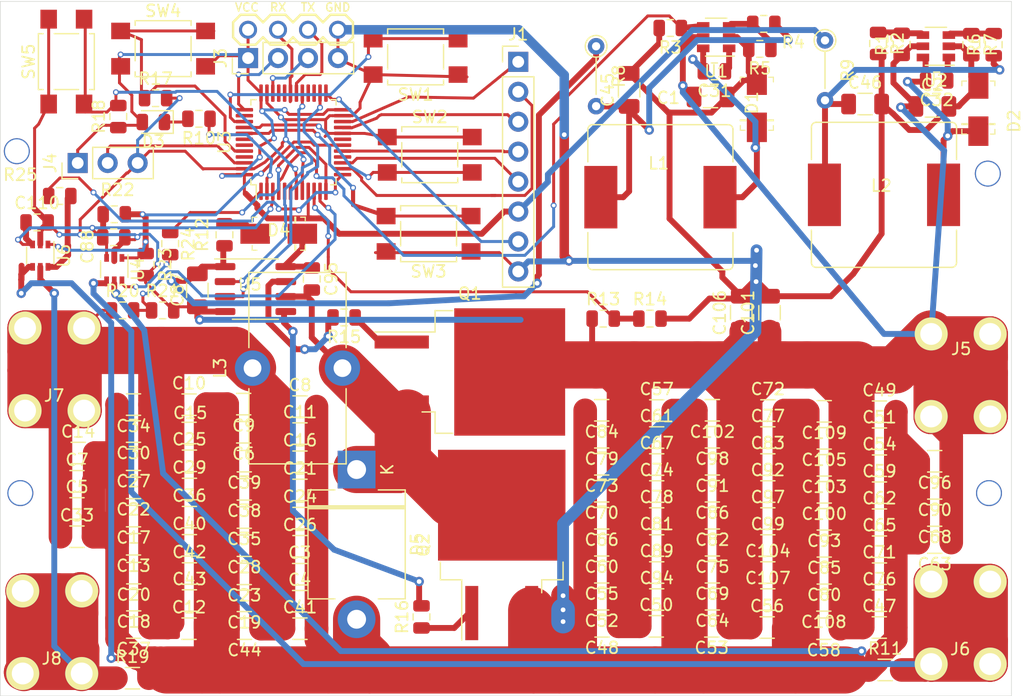
<source format=kicad_pcb>
(kicad_pcb (version 20171130) (host pcbnew 5.1.4+dfsg1-1)
  (layers (0 F.Cu signal) (31 B.Cu signal) (34 B.Paste user) (35 F.Paste user) (36 B.SilkS user) (37 F.SilkS user) (38 B.Mask user) (39 F.Mask user) (44 Edge.Cuts user))
  (net 0 "")
  (net 1 VCC)
  (net 2 VDD)
  (net 3 "Net-(C31-Pad1)")
  (net 4 "Net-(C31-Pad2)")
  (net 5 "Net-(C32-Pad1)")
  (net 6 "Net-(C32-Pad2)")
  (net 7 "Net-(C45-Pad1)")
  (net 8 "Net-(C46-Pad1)")
  (net 9 +12V)
  (net 10 AMP)
  (net 11 "Net-(C95-Pad2)")
  (net 12 "Net-(C95-Pad1)")
  (net 13 "Net-(D3-Pad1)")
  (net 14 +3V3)
  (net 15 "Net-(D4-Pad2)")
  (net 16 LCD_RST)
  (net 17 LCD_SS)
  (net 18 LCD_DC)
  (net 19 LCD_MOSI)
  (net 20 LCD_SCK)
  (net 21 LCD_BL)
  (net 22 RX)
  (net 23 TX)
  (net 24 SWCLK)
  (net 25 SWDIO)
  (net 26 "Net-(J4-Pad2)")
  (net 27 "Net-(J6-Pad1)")
  (net 28 "Net-(J8-Pad1)")
  (net 29 "Net-(Q1-Pad1)")
  (net 30 "Net-(Q2-Pad1)")
  (net 31 "Net-(R1-Pad2)")
  (net 32 PWRDN)
  (net 33 "Net-(R4-Pad2)")
  (net 34 "Net-(R6-Pad2)")
  (net 35 "Net-(R10-Pad1)")
  (net 36 "Net-(R15-Pad2)")
  (net 37 "Net-(R16-Pad2)")
  (net 38 boot0)
  (net 39 reset)
  (net 40 LV)
  (net 41 CSREF)
  (net 42 "Net-(R24-Pad1)")
  (net 43 sw1)
  (net 44 sw2)
  (net 45 sw3)
  (net 46 "Net-(U3-Pad5)")
  (net 47 "Net-(U3-Pad6)")
  (net 48 HV)
  (net 49 HC)
  (net 50 LC)
  (net 51 LCD_MISO)
  (net 52 "Net-(U3-Pad19)")
  (net 53 "Net-(U3-Pad26)")
  (net 54 "Net-(U3-Pad27)")
  (net 55 "Net-(U3-Pad28)")
  (net 56 "Net-(U3-Pad29)")
  (net 57 "Net-(U3-Pad32)")
  (net 58 "Net-(U3-Pad33)")
  (net 59 "Net-(U3-Pad38)")
  (net 60 "Net-(U3-Pad42)")
  (net 61 "Net-(U3-Pad43)")
  (net 62 "Net-(U3-Pad45)")
  (net 63 GND)
  (net 64 "Net-(R25-Pad1)")
  (module Capacitor_SMD:C_0805_2012Metric (layer F.Cu) (at 138.7 100.5375 270)
    (fp_text reference C95 (at 0 -1.65 90) (layer F.SilkS))
    (fp_text value 1uF)
    (pad 2 smd roundrect (at 0.9375 0 270) (size 0.975 1.4) (layers F.Cu F.Paste F.Mask) (net 11 "Net-(C95-Pad2)"))
    (pad 1 smd roundrect (at -0.9375 0 270) (size 0.975 1.4) (layers F.Cu F.Paste F.Mask) (net 12 "Net-(C95-Pad1)"))
  )
  (module Package_QFP:LQFP-48_7x7mm_P0.5mm (layer F.Cu) (at 137.15 88.9375 90)
    (fp_text reference U3 (at 0 -5.85 90) (layer F.SilkS))
    (fp_text value STM32F103C8Tx)
    (pad 1 smd roundrect (at -4.1625 -2.75 90) (size 1.475 0.3) (layers F.Cu F.Paste F.Mask) (net 14 +3V3))
    (pad 2 smd roundrect (at -4.1625 -2.25 90) (size 1.475 0.3) (layers F.Cu F.Paste F.Mask) (net 35 "Net-(R10-Pad1)"))
    (pad 3 smd roundrect (at -4.1625 -1.75 90) (size 1.475 0.3) (layers F.Cu F.Paste F.Mask) (net 10 AMP))
    (pad 4 smd roundrect (at -4.1625 -1.25 90) (size 1.475 0.3) (layers F.Cu F.Paste F.Mask) (net 32 PWRDN))
    (pad 5 smd roundrect (at -4.1625 -0.75 90) (size 1.475 0.3) (layers F.Cu F.Paste F.Mask) (net 46 "Net-(U3-Pad5)"))
    (pad 6 smd roundrect (at -4.1625 -0.25 90) (size 1.475 0.3) (layers F.Cu F.Paste F.Mask) (net 47 "Net-(U3-Pad6)"))
    (pad 7 smd roundrect (at -4.1625 0.25 90) (size 1.475 0.3) (layers F.Cu F.Paste F.Mask) (net 39 reset))
    (pad 8 smd roundrect (at -4.1625 0.75 90) (size 1.475 0.3) (layers F.Cu F.Paste F.Mask) (net 63 GND))
    (pad 9 smd roundrect (at -4.1625 1.25 90) (size 1.475 0.3) (layers F.Cu F.Paste F.Mask) (net 14 +3V3))
    (pad 10 smd roundrect (at -4.1625 1.75 90) (size 1.475 0.3) (layers F.Cu F.Paste F.Mask) (net 48 HV))
    (pad 11 smd roundrect (at -4.1625 2.25 90) (size 1.475 0.3) (layers F.Cu F.Paste F.Mask) (net 40 LV))
    (pad 12 smd roundrect (at -4.1625 2.75 90) (size 1.475 0.3) (layers F.Cu F.Paste F.Mask) (net 49 HC))
    (pad 13 smd roundrect (at -2.75 4.1625 90) (size 0.3 1.475) (layers F.Cu F.Paste F.Mask) (net 50 LC))
    (pad 14 smd roundrect (at -2.25 4.1625 90) (size 0.3 1.475) (layers F.Cu F.Paste F.Mask) (net 17 LCD_SS))
    (pad 15 smd roundrect (at -1.75 4.1625 90) (size 0.3 1.475) (layers F.Cu F.Paste F.Mask) (net 20 LCD_SCK))
    (pad 16 smd roundrect (at -1.25 4.1625 90) (size 0.3 1.475) (layers F.Cu F.Paste F.Mask) (net 51 LCD_MISO))
    (pad 17 smd roundrect (at -0.75 4.1625 90) (size 0.3 1.475) (layers F.Cu F.Paste F.Mask) (net 19 LCD_MOSI))
    (pad 18 smd roundrect (at -0.25 4.1625 90) (size 0.3 1.475) (layers F.Cu F.Paste F.Mask) (net 41 CSREF))
    (pad 19 smd roundrect (at 0.25 4.1625 90) (size 0.3 1.475) (layers F.Cu F.Paste F.Mask) (net 52 "Net-(U3-Pad19)"))
    (pad 20 smd roundrect (at 0.75 4.1625 90) (size 0.3 1.475) (layers F.Cu F.Paste F.Mask) (net 63 GND))
    (pad 21 smd roundrect (at 1.25 4.1625 90) (size 0.3 1.475) (layers F.Cu F.Paste F.Mask) (net 18 LCD_DC))
    (pad 22 smd roundrect (at 1.75 4.1625 90) (size 0.3 1.475) (layers F.Cu F.Paste F.Mask) (net 16 LCD_RST))
    (pad 23 smd roundrect (at 2.25 4.1625 90) (size 0.3 1.475) (layers F.Cu F.Paste F.Mask) (net 63 GND))
    (pad 24 smd roundrect (at 2.75 4.1625 90) (size 0.3 1.475) (layers F.Cu F.Paste F.Mask) (net 14 +3V3))
    (pad 25 smd roundrect (at 4.1625 2.75 90) (size 1.475 0.3) (layers F.Cu F.Paste F.Mask) (net 21 LCD_BL))
    (pad 26 smd roundrect (at 4.1625 2.25 90) (size 1.475 0.3) (layers F.Cu F.Paste F.Mask) (net 53 "Net-(U3-Pad26)"))
    (pad 27 smd roundrect (at 4.1625 1.75 90) (size 1.475 0.3) (layers F.Cu F.Paste F.Mask) (net 54 "Net-(U3-Pad27)"))
    (pad 28 smd roundrect (at 4.1625 1.25 90) (size 1.475 0.3) (layers F.Cu F.Paste F.Mask) (net 55 "Net-(U3-Pad28)"))
    (pad 29 smd roundrect (at 4.1625 0.75 90) (size 1.475 0.3) (layers F.Cu F.Paste F.Mask) (net 56 "Net-(U3-Pad29)"))
    (pad 30 smd roundrect (at 4.1625 0.25 90) (size 1.475 0.3) (layers F.Cu F.Paste F.Mask) (net 23 TX))
    (pad 31 smd roundrect (at 4.1625 -0.25 90) (size 1.475 0.3) (layers F.Cu F.Paste F.Mask) (net 22 RX))
    (pad 32 smd roundrect (at 4.1625 -0.75 90) (size 1.475 0.3) (layers F.Cu F.Paste F.Mask) (net 57 "Net-(U3-Pad32)"))
    (pad 33 smd roundrect (at 4.1625 -1.25 90) (size 1.475 0.3) (layers F.Cu F.Paste F.Mask) (net 58 "Net-(U3-Pad33)"))
    (pad 34 smd roundrect (at 4.1625 -1.75 90) (size 1.475 0.3) (layers F.Cu F.Paste F.Mask) (net 25 SWDIO))
    (pad 35 smd roundrect (at 4.1625 -2.25 90) (size 1.475 0.3) (layers F.Cu F.Paste F.Mask) (net 63 GND))
    (pad 36 smd roundrect (at 4.1625 -2.75 90) (size 1.475 0.3) (layers F.Cu F.Paste F.Mask) (net 14 +3V3))
    (pad 37 smd roundrect (at 2.75 -4.1625 90) (size 0.3 1.475) (layers F.Cu F.Paste F.Mask) (net 24 SWCLK))
    (pad 38 smd roundrect (at 2.25 -4.1625 90) (size 0.3 1.475) (layers F.Cu F.Paste F.Mask) (net 59 "Net-(U3-Pad38)"))
    (pad 39 smd roundrect (at 1.75 -4.1625 90) (size 0.3 1.475) (layers F.Cu F.Paste F.Mask) (net 43 sw1))
    (pad 40 smd roundrect (at 1.25 -4.1625 90) (size 0.3 1.475) (layers F.Cu F.Paste F.Mask) (net 44 sw2))
    (pad 41 smd roundrect (at 0.75 -4.1625 90) (size 0.3 1.475) (layers F.Cu F.Paste F.Mask) (net 45 sw3))
    (pad 42 smd roundrect (at 0.25 -4.1625 90) (size 0.3 1.475) (layers F.Cu F.Paste F.Mask) (net 60 "Net-(U3-Pad42)"))
    (pad 43 smd roundrect (at -0.25 -4.1625 90) (size 0.3 1.475) (layers F.Cu F.Paste F.Mask) (net 61 "Net-(U3-Pad43)"))
    (pad 44 smd roundrect (at -0.75 -4.1625 90) (size 0.3 1.475) (layers F.Cu F.Paste F.Mask) (net 38 boot0))
    (pad 45 smd roundrect (at -1.25 -4.1625 90) (size 0.3 1.475) (layers F.Cu F.Paste F.Mask) (net 62 "Net-(U3-Pad45)"))
    (pad 46 smd roundrect (at -1.75 -4.1625 90) (size 0.3 1.475) (layers F.Cu F.Paste F.Mask) (net 26 "Net-(J4-Pad2)"))
    (pad 47 smd roundrect (at -2.25 -4.1625 90) (size 0.3 1.475) (layers F.Cu F.Paste F.Mask) (net 63 GND))
    (pad 48 smd roundrect (at -2.75 -4.1625 90) (size 0.3 1.475) (layers F.Cu F.Paste F.Mask) (net 14 +3V3))
  )
  (module Capacitor_SMD:C_1206_3216Metric (layer F.Cu) (at 128.330001 127.810001)
    (fp_text reference C43 (at 0 -1.82) (layer F.SilkS))
    (fp_text value 10uF)
    (pad 2 smd roundrect (at 1.4 0) (size 1.25 1.75) (layers F.Cu F.Paste F.Mask) (roundrect_rratio 0.2) (net 63 GND))
    (pad 1 smd roundrect (at -1.4 0) (size 1.25 1.75) (layers F.Cu F.Paste F.Mask) (roundrect_rratio 0.2) (net 2 VDD))
  )
  (module Capacitor_SMD:C_1206_3216Metric (layer F.Cu) (at 128.3 111.2)
    (fp_text reference C10 (at 0 -1.82) (layer F.SilkS))
    (fp_text value 10uF)
    (pad 1 smd roundrect (at -1.4 0) (size 1.25 1.75) (layers F.Cu F.Paste F.Mask) (roundrect_rratio 0.2) (net 2 VDD))
    (pad 2 smd roundrect (at 1.4 0) (size 1.25 1.75) (layers F.Cu F.Paste F.Mask) (roundrect_rratio 0.2) (net 63 GND))
  )
  (module Capacitor_SMD:C_1206_3216Metric (layer F.Cu) (at 137.7 130.2)
    (fp_text reference C41 (at 0 -1.82) (layer F.SilkS))
    (fp_text value 10uF)
    (pad 2 smd roundrect (at 1.4 0) (size 1.25 1.75) (layers F.Cu F.Paste F.Mask) (roundrect_rratio 0.2) (net 63 GND))
    (pad 1 smd roundrect (at -1.4 0) (size 1.25 1.75) (layers F.Cu F.Paste F.Mask) (roundrect_rratio 0.2) (net 2 VDD))
  )
  (module Capacitor_SMD:C_1206_3216Metric (layer F.Cu) (at 137.670001 125.580001)
    (fp_text reference C3 (at 0 -1.82) (layer F.SilkS))
    (fp_text value 10uF)
    (pad 2 smd roundrect (at 1.4 0) (size 1.25 1.75) (layers F.Cu F.Paste F.Mask) (roundrect_rratio 0.2) (net 63 GND))
    (pad 1 smd roundrect (at -1.4 0) (size 1.25 1.75) (layers F.Cu F.Paste F.Mask) (roundrect_rratio 0.2) (net 2 VDD))
  )
  (module Capacitor_SMD:C_1206_3216Metric (layer F.Cu) (at 128.330001 118.350001)
    (fp_text reference C29 (at 0 -1.82) (layer F.SilkS))
    (fp_text value 10uF)
    (pad 1 smd roundrect (at -1.4 0) (size 1.25 1.75) (layers F.Cu F.Paste F.Mask) (roundrect_rratio 0.2) (net 2 VDD))
    (pad 2 smd roundrect (at 1.4 0) (size 1.25 1.75) (layers F.Cu F.Paste F.Mask) (roundrect_rratio 0.2) (net 63 GND))
  )
  (module Capacitor_SMD:C_1206_3216Metric (layer F.Cu) (at 132.979999 123.159999 180)
    (fp_text reference C28 (at 0 -1.82) (layer F.SilkS))
    (fp_text value 10uF)
    (pad 1 smd roundrect (at -1.4 0 180) (size 1.25 1.75) (layers F.Cu F.Paste F.Mask) (roundrect_rratio 0.2) (net 2 VDD))
    (pad 2 smd roundrect (at 1.4 0 180) (size 1.25 1.75) (layers F.Cu F.Paste F.Mask) (roundrect_rratio 0.2) (net 63 GND))
  )
  (module Capacitor_SMD:C_1206_3216Metric (layer F.Cu) (at 128.330001 120.740001)
    (fp_text reference C36 (at 0 -1.82) (layer F.SilkS))
    (fp_text value 10uF)
    (pad 2 smd roundrect (at 1.4 0) (size 1.25 1.75) (layers F.Cu F.Paste F.Mask) (roundrect_rratio 0.2) (net 63 GND))
    (pad 1 smd roundrect (at -1.4 0) (size 1.25 1.75) (layers F.Cu F.Paste F.Mask) (roundrect_rratio 0.2) (net 2 VDD))
  )
  (module Capacitor_SMD:C_1206_3216Metric (layer F.Cu) (at 128.330001 123.130001)
    (fp_text reference C40 (at 0 -1.82) (layer F.SilkS))
    (fp_text value 10uF)
    (pad 1 smd roundrect (at -1.4 0) (size 1.25 1.75) (layers F.Cu F.Paste F.Mask) (roundrect_rratio 0.2) (net 2 VDD))
    (pad 2 smd roundrect (at 1.4 0) (size 1.25 1.75) (layers F.Cu F.Paste F.Mask) (roundrect_rratio 0.2) (net 63 GND))
  )
  (module Capacitor_SMD:C_1206_3216Metric (layer F.Cu) (at 133 130.2 180)
    (fp_text reference C44 (at 0 -1.82) (layer F.SilkS))
    (fp_text value 10uF)
    (pad 2 smd roundrect (at 1.4 0 180) (size 1.25 1.75) (layers F.Cu F.Paste F.Mask) (roundrect_rratio 0.2) (net 63 GND))
    (pad 1 smd roundrect (at -1.4 0 180) (size 1.25 1.75) (layers F.Cu F.Paste F.Mask) (roundrect_rratio 0.2) (net 2 VDD))
  )
  (module Capacitor_SMD:C_1206_3216Metric (layer F.Cu) (at 137.700001 120.820001)
    (fp_text reference C24 (at 0 -1.82) (layer F.SilkS))
    (fp_text value 10uF)
    (pad 2 smd roundrect (at 1.4 0) (size 1.25 1.75) (layers F.Cu F.Paste F.Mask) (roundrect_rratio 0.2) (net 63 GND))
    (pad 1 smd roundrect (at -1.4 0) (size 1.25 1.75) (layers F.Cu F.Paste F.Mask) (roundrect_rratio 0.2) (net 2 VDD))
  )
  (module Capacitor_SMD:C_1206_3216Metric (layer F.Cu) (at 132.979999 115.989999 180)
    (fp_text reference C39 (at 0 -1.82) (layer F.SilkS))
    (fp_text value 10uF)
    (pad 1 smd roundrect (at -1.4 0 180) (size 1.25 1.75) (layers F.Cu F.Paste F.Mask) (roundrect_rratio 0.2) (net 2 VDD))
    (pad 2 smd roundrect (at 1.4 0 180) (size 1.25 1.75) (layers F.Cu F.Paste F.Mask) (roundrect_rratio 0.2) (net 63 GND))
  )
  (module Inductor_THT:L_Toroid_Vertical_L16.0mm_W8.0mm_P7.62mm (layer F.Cu) (at 133.68 108.1 90)
    (fp_text reference L3 (at 0 -2.75 90) (layer F.SilkS))
    (fp_text value 100uH)
    (pad 1 thru_hole circle (at 0 0 90) (size 3 3) (drill 1.5) (layers *.Cu *.Mask) (net 2 VDD))
    (pad 2 thru_hole circle (at 0 7.62 90) (size 3 3) (drill 1.5) (layers *.Cu *.Mask) (net 11 "Net-(C95-Pad2)"))
  )
  (module Capacitor_SMD:C_1206_3216Metric (layer F.Cu) (at 132.979999 127.839999 180)
    (fp_text reference C19 (at 0 -1.82) (layer F.SilkS))
    (fp_text value 10uF)
    (pad 1 smd roundrect (at -1.4 0 180) (size 1.25 1.75) (layers F.Cu F.Paste F.Mask) (roundrect_rratio 0.2) (net 2 VDD))
    (pad 2 smd roundrect (at 1.4 0 180) (size 1.25 1.75) (layers F.Cu F.Paste F.Mask) (roundrect_rratio 0.2) (net 63 GND))
  )
  (module Capacitor_SMD:C_1206_3216Metric (layer F.Cu) (at 128.330001 115.960001)
    (fp_text reference C25 (at 0 -1.82) (layer F.SilkS))
    (fp_text value 10uF)
    (pad 2 smd roundrect (at 1.4 0) (size 1.25 1.75) (layers F.Cu F.Paste F.Mask) (roundrect_rratio 0.2) (net 63 GND))
    (pad 1 smd roundrect (at -1.4 0) (size 1.25 1.75) (layers F.Cu F.Paste F.Mask) (roundrect_rratio 0.2) (net 2 VDD))
  )
  (module Capacitor_SMD:C_1206_3216Metric (layer F.Cu) (at 128.3 130.2)
    (fp_text reference C12 (at 0 -1.82) (layer F.SilkS))
    (fp_text value 10uF)
    (pad 2 smd roundrect (at 1.4 0) (size 1.25 1.75) (layers F.Cu F.Paste F.Mask) (roundrect_rratio 0.2) (net 63 GND))
    (pad 1 smd roundrect (at -1.4 0) (size 1.25 1.75) (layers F.Cu F.Paste F.Mask) (roundrect_rratio 0.2) (net 2 VDD))
  )
  (module Capacitor_SMD:C_1206_3216Metric (layer F.Cu) (at 137.700001 116.040001)
    (fp_text reference C16 (at 0 -1.82) (layer F.SilkS))
    (fp_text value 10uF)
    (pad 1 smd roundrect (at -1.4 0) (size 1.25 1.75) (layers F.Cu F.Paste F.Mask) (roundrect_rratio 0.2) (net 2 VDD))
    (pad 2 smd roundrect (at 1.4 0) (size 1.25 1.75) (layers F.Cu F.Paste F.Mask) (roundrect_rratio 0.2) (net 63 GND))
  )
  (module Capacitor_SMD:C_1206_3216Metric (layer F.Cu) (at 137.700001 111.360001)
    (fp_text reference C8 (at 0 -1.82) (layer F.SilkS))
    (fp_text value 10uF)
    (pad 1 smd roundrect (at -1.4 0) (size 1.25 1.75) (layers F.Cu F.Paste F.Mask) (roundrect_rratio 0.2) (net 2 VDD))
    (pad 2 smd roundrect (at 1.4 0) (size 1.25 1.75) (layers F.Cu F.Paste F.Mask) (roundrect_rratio 0.2) (net 63 GND))
  )
  (module Resistor_SMD:R_1206_3216Metric (layer F.Cu) (at 123.5 134.4)
    (fp_text reference R19 (at 0 -1.82) (layer F.SilkS))
    (fp_text value .001)
    (pad 2 smd roundrect (at 1.4 0) (size 1.25 1.75) (layers F.Cu F.Paste F.Mask) (roundrect_rratio 0.2) (net 63 GND))
    (pad 1 smd roundrect (at -1.4 0) (size 1.25 1.75) (layers F.Cu F.Paste F.Mask) (roundrect_rratio 0.2) (net 28 "Net-(J8-Pad1)"))
  )
  (module Capacitor_SMD:C_1206_3216Metric (layer F.Cu) (at 132.929999 111.149999 180)
    (fp_text reference C9 (at 0 -1.82) (layer F.SilkS))
    (fp_text value 10uF)
    (pad 1 smd roundrect (at -1.4 0 180) (size 1.25 1.75) (layers F.Cu F.Paste F.Mask) (roundrect_rratio 0.2) (net 2 VDD))
    (pad 2 smd roundrect (at 1.4 0 180) (size 1.25 1.75) (layers F.Cu F.Paste F.Mask) (roundrect_rratio 0.2) (net 63 GND))
  )
  (module Capacitor_SMD:C_1206_3216Metric (layer F.Cu) (at 128.330001 125.520001)
    (fp_text reference C42 (at 0 -1.82) (layer F.SilkS))
    (fp_text value 10uF)
    (pad 2 smd roundrect (at 1.4 0) (size 1.25 1.75) (layers F.Cu F.Paste F.Mask) (roundrect_rratio 0.2) (net 63 GND))
    (pad 1 smd roundrect (at -1.4 0) (size 1.25 1.75) (layers F.Cu F.Paste F.Mask) (roundrect_rratio 0.2) (net 2 VDD))
  )
  (module Capacitor_SMD:C_1206_3216Metric (layer F.Cu) (at 132.979999 118.379999 180)
    (fp_text reference C38 (at 0 -1.82) (layer F.SilkS))
    (fp_text value 10uF)
    (pad 1 smd roundrect (at -1.4 0 180) (size 1.25 1.75) (layers F.Cu F.Paste F.Mask) (roundrect_rratio 0.2) (net 2 VDD))
    (pad 2 smd roundrect (at 1.4 0 180) (size 1.25 1.75) (layers F.Cu F.Paste F.Mask) (roundrect_rratio 0.2) (net 63 GND))
  )
  (module Capacitor_SMD:C_1206_3216Metric (layer F.Cu) (at 137.700001 113.650001)
    (fp_text reference C11 (at 0 -1.82) (layer F.SilkS))
    (fp_text value 10uF)
    (pad 2 smd roundrect (at 1.4 0) (size 1.25 1.75) (layers F.Cu F.Paste F.Mask) (roundrect_rratio 0.2) (net 63 GND))
    (pad 1 smd roundrect (at -1.4 0) (size 1.25 1.75) (layers F.Cu F.Paste F.Mask) (roundrect_rratio 0.2) (net 2 VDD))
  )
  (module Capacitor_SMD:C_1206_3216Metric (layer F.Cu) (at 132.979999 120.769999 180)
    (fp_text reference C35 (at 0 -1.82) (layer F.SilkS))
    (fp_text value 10uF)
    (pad 2 smd roundrect (at 1.4 0 180) (size 1.25 1.75) (layers F.Cu F.Paste F.Mask) (roundrect_rratio 0.2) (net 63 GND))
    (pad 1 smd roundrect (at -1.4 0 180) (size 1.25 1.75) (layers F.Cu F.Paste F.Mask) (roundrect_rratio 0.2) (net 2 VDD))
  )
  (module Capacitor_SMD:C_1206_3216Metric (layer F.Cu) (at 132.929999 113.539999 180)
    (fp_text reference C6 (at 0 -1.82) (layer F.SilkS))
    (fp_text value 10uF)
    (pad 2 smd roundrect (at 1.4 0 180) (size 1.25 1.75) (layers F.Cu F.Paste F.Mask) (roundrect_rratio 0.2) (net 63 GND))
    (pad 1 smd roundrect (at -1.4 0 180) (size 1.25 1.75) (layers F.Cu F.Paste F.Mask) (roundrect_rratio 0.2) (net 2 VDD))
  )
  (module Capacitor_SMD:C_1206_3216Metric (layer F.Cu) (at 132.979999 125.549999 180)
    (fp_text reference C23 (at 0 -1.82) (layer F.SilkS))
    (fp_text value 10uF)
    (pad 2 smd roundrect (at 1.4 0 180) (size 1.25 1.75) (layers F.Cu F.Paste F.Mask) (roundrect_rratio 0.2) (net 63 GND))
    (pad 1 smd roundrect (at -1.4 0 180) (size 1.25 1.75) (layers F.Cu F.Paste F.Mask) (roundrect_rratio 0.2) (net 2 VDD))
  )
  (module Capacitor_SMD:C_1206_3216Metric (layer F.Cu) (at 137.700001 118.430001)
    (fp_text reference C21 (at 0 -1.82) (layer F.SilkS))
    (fp_text value 10uF)
    (pad 1 smd roundrect (at -1.4 0) (size 1.25 1.75) (layers F.Cu F.Paste F.Mask) (roundrect_rratio 0.2) (net 2 VDD))
    (pad 2 smd roundrect (at 1.4 0) (size 1.25 1.75) (layers F.Cu F.Paste F.Mask) (roundrect_rratio 0.2) (net 63 GND))
  )
  (module Capacitor_SMD:C_1206_3216Metric (layer F.Cu) (at 137.700001 123.210001)
    (fp_text reference C26 (at 0 -1.810001) (layer F.SilkS))
    (fp_text value 10uF)
    (pad 2 smd roundrect (at 1.4 0) (size 1.25 1.75) (layers F.Cu F.Paste F.Mask) (roundrect_rratio 0.2) (net 63 GND))
    (pad 1 smd roundrect (at -1.4 0) (size 1.25 1.75) (layers F.Cu F.Paste F.Mask) (roundrect_rratio 0.2) (net 2 VDD))
  )
  (module Capacitor_SMD:C_1206_3216Metric (layer F.Cu) (at 137.670001 127.870001)
    (fp_text reference C4 (at 0 -1.82) (layer F.SilkS))
    (fp_text value 10uF)
    (pad 2 smd roundrect (at 1.4 0) (size 1.25 1.75) (layers F.Cu F.Paste F.Mask) (roundrect_rratio 0.2) (net 63 GND))
    (pad 1 smd roundrect (at -1.4 0) (size 1.25 1.75) (layers F.Cu F.Paste F.Mask) (roundrect_rratio 0.2) (net 2 VDD))
  )
  (module Capacitor_SMD:C_1206_3216Metric (layer F.Cu) (at 128.3 113.6)
    (fp_text reference C15 (at 0.1 -1.7) (layer F.SilkS))
    (fp_text value 10uF)
    (pad 1 smd roundrect (at -1.4 0) (size 1.25 1.75) (layers F.Cu F.Paste F.Mask) (roundrect_rratio 0.2) (net 2 VDD))
    (pad 2 smd roundrect (at 1.4 0) (size 1.25 1.75) (layers F.Cu F.Paste F.Mask) (roundrect_rratio 0.2) (net 63 GND))
  )
  (module Capacitor_SMD:C_1206_3216Metric (layer F.Cu) (at 175.1 103.4 90)
    (fp_text reference C106 (at 0 -1.82 90) (layer F.SilkS))
    (fp_text value 10uF)
    (pad 1 smd roundrect (at -1.4 0 90) (size 1.25 1.75) (layers F.Cu F.Paste F.Mask) (roundrect_rratio 0.2) (net 1 VCC))
    (pad 2 smd roundrect (at 1.4 0 90) (size 1.25 1.75) (layers F.Cu F.Paste F.Mask) (roundrect_rratio 0.2) (net 63 GND))
  )
  (module Capacitor_SMD:C_1206_3216Metric (layer F.Cu) (at 118.8 122.4)
    (fp_text reference C33 (at 0 -1.82) (layer F.SilkS))
    (fp_text value 10uF)
    (pad 2 smd roundrect (at 1.4 0) (size 1.25 1.75) (layers F.Cu F.Paste F.Mask) (roundrect_rratio 0.2) (net 63 GND))
    (pad 1 smd roundrect (at -1.4 0) (size 1.25 1.75) (layers F.Cu F.Paste F.Mask) (roundrect_rratio 0.2) (net 2 VDD))
  )
  (module Capacitor_SMD:C_1206_3216Metric (layer F.Cu) (at 118.8 120)
    (fp_text reference C5 (at 0 -1.82) (layer F.SilkS))
    (fp_text value 10uF)
    (pad 2 smd roundrect (at 1.4 0) (size 1.25 1.75) (layers F.Cu F.Paste F.Mask) (roundrect_rratio 0.2) (net 63 GND))
    (pad 1 smd roundrect (at -1.4 0) (size 1.25 1.75) (layers F.Cu F.Paste F.Mask) (roundrect_rratio 0.2) (net 2 VDD))
  )
  (module Capacitor_SMD:C_1206_3216Metric (layer F.Cu) (at 118.8 117.7)
    (fp_text reference C7 (at 0 -1.82) (layer F.SilkS))
    (fp_text value 10uF)
    (pad 1 smd roundrect (at -1.4 0) (size 1.25 1.75) (layers F.Cu F.Paste F.Mask) (roundrect_rratio 0.2) (net 2 VDD))
    (pad 2 smd roundrect (at 1.4 0) (size 1.25 1.75) (layers F.Cu F.Paste F.Mask) (roundrect_rratio 0.2) (net 63 GND))
  )
  (module Diode_THT:D_5KPW_P12.70mm_Horizontal (layer F.Cu) (at 142.5 116.7 270)
    (fp_text reference D5 (at 6.35 -5.12 90) (layer F.SilkS))
    (fp_text value D)
    (fp_text user K (at 0 -2.6 90) (layer F.SilkS))
    (pad 1 thru_hole rect (at 0 0 270) (size 3.2 3.2) (drill 1.6) (layers *.Cu *.Mask) (net 11 "Net-(C95-Pad2)"))
    (pad 2 thru_hole oval (at 12.7 0 270) (size 3.2 3.2) (drill 1.6) (layers *.Cu *.Mask) (net 63 GND))
  )
  (module Package_TO_SOT_SMD:TO-263-2 (layer F.Cu) (at 154.8 123.1 90)
    (fp_text reference Q2 (at 0 -6.65 90) (layer F.SilkS))
    (fp_text value Q_NMOS_GDS)
    (pad 1 smd rect (at -5.775 -2.54 90) (size 4.6 1.1) (layers F.Cu F.Paste F.Mask) (net 30 "Net-(Q2-Pad1)"))
    (pad 3 smd rect (at -5.775 2.54 90) (size 4.6 1.1) (layers F.Cu F.Paste F.Mask) (net 63 GND))
    (pad 2 smd rect (at 3.375 0 90) (size 9.4 10.8) (layers F.Cu F.Mask) (net 11 "Net-(C95-Pad2)"))
  )
  (module Package_TO_SOT_SMD:SOT-363_SC-70-6 (layer F.Cu) (at 121.96 99.7 270)
    (fp_text reference U4 (at 0 -2 90) (layer F.SilkS))
    (fp_text value INA199)
    (pad 1 smd rect (at -0.95 -0.65 270) (size 0.65 0.4) (layers F.Cu F.Paste F.Mask) (net 41 CSREF))
    (pad 3 smd rect (at -0.95 0.65 270) (size 0.65 0.4) (layers F.Cu F.Paste F.Mask) (net 10 AMP))
    (pad 5 smd rect (at 0.95 0 270) (size 0.65 0.4) (layers F.Cu F.Paste F.Mask) (net 63 GND))
    (pad 2 smd rect (at -0.95 0 270) (size 0.65 0.4) (layers F.Cu F.Paste F.Mask) (net 63 GND))
    (pad 4 smd rect (at 0.95 0.65 270) (size 0.65 0.4) (layers F.Cu F.Paste F.Mask) (net 27 "Net-(J6-Pad1)"))
    (pad 6 smd rect (at 0.95 -0.65 270) (size 0.65 0.4) (layers F.Cu F.Paste F.Mask) (net 42 "Net-(R24-Pad1)"))
  )
  (module Capacitor_SMD:C_0805_2012Metric (layer F.Cu) (at 121.9175 97)
    (fp_text reference C88 (at -2.2425 0.8 270) (layer F.SilkS))
    (fp_text value .22uF)
    (pad 2 smd roundrect (at 0.9375 0) (size 0.975 1.4) (layers F.Cu F.Paste F.Mask) (net 63 GND))
    (pad 1 smd roundrect (at -0.9375 0) (size 0.975 1.4) (layers F.Cu F.Paste F.Mask) (net 10 AMP))
  )
  (module Resistor_SMD:R_0805_2012Metric (layer F.Cu) (at 124.62 99.32 270)
    (fp_text reference R23 (at 0 -1.65 90) (layer F.SilkS))
    (fp_text value 10k)
    (pad 1 smd roundrect (at -0.9375 0 270) (size 0.975 1.4) (layers F.Cu F.Paste F.Mask) (net 41 CSREF))
    (pad 2 smd roundrect (at 0.9375 0 270) (size 0.975 1.4) (layers F.Cu F.Paste F.Mask) (net 63 GND))
  )
  (module Resistor_SMD:R_0805_2012Metric (layer F.Cu) (at 121.9575 95.05)
    (fp_text reference R22 (at 0.2725 -2.07) (layer F.SilkS))
    (fp_text value 10k)
    (pad 2 smd roundrect (at 0.9375 0) (size 0.975 1.4) (layers F.Cu F.Paste F.Mask) (net 41 CSREF))
    (pad 1 smd roundrect (at -0.9375 0) (size 0.975 1.4) (layers F.Cu F.Paste F.Mask) (net 10 AMP))
  )
  (module Resistor_SMD:R_0805_2012Metric (layer F.Cu) (at 126.7 97.5375 90)
    (fp_text reference R24 (at -0.0425 1.53 90) (layer F.SilkS))
    (fp_text value 510)
    (pad 2 smd roundrect (at 0.9375 0 90) (size 0.975 1.4) (layers F.Cu F.Paste F.Mask) (net 49 HC))
    (pad 1 smd roundrect (at -0.9375 0 90) (size 0.975 1.4) (layers F.Cu F.Paste F.Mask) (net 42 "Net-(R24-Pad1)"))
  )
  (module Capacitor_SMD:C_1206_3216Metric (layer F.Cu) (at 123.589999 118.259999 180)
    (fp_text reference C22 (at 0 -1.82) (layer F.SilkS))
    (fp_text value 10uF)
    (pad 1 smd roundrect (at -1.4 0 180) (size 1.25 1.75) (layers F.Cu F.Paste F.Mask) (roundrect_rratio 0.2) (net 2 VDD))
    (pad 2 smd roundrect (at 1.4 0 180) (size 1.25 1.75) (layers F.Cu F.Paste F.Mask) (roundrect_rratio 0.2) (net 63 GND))
  )
  (module Capacitor_SMD:C_1206_3216Metric (layer F.Cu) (at 123.609999 125.489999 180)
    (fp_text reference C20 (at 0 -1.82) (layer F.SilkS))
    (fp_text value 10uF)
    (pad 1 smd roundrect (at -1.4 0 180) (size 1.25 1.75) (layers F.Cu F.Paste F.Mask) (roundrect_rratio 0.2) (net 2 VDD))
    (pad 2 smd roundrect (at 1.4 0 180) (size 1.25 1.75) (layers F.Cu F.Paste F.Mask) (roundrect_rratio 0.2) (net 63 GND))
  )
  (module Capacitor_SMD:C_1206_3216Metric (layer F.Cu) (at 123.589999 113.479999 180)
    (fp_text reference C30 (at 0 -1.82) (layer F.SilkS))
    (fp_text value 10uF)
    (pad 1 smd roundrect (at -1.4 0 180) (size 1.25 1.75) (layers F.Cu F.Paste F.Mask) (roundrect_rratio 0.2) (net 2 VDD))
    (pad 2 smd roundrect (at 1.4 0 180) (size 1.25 1.75) (layers F.Cu F.Paste F.Mask) (roundrect_rratio 0.2) (net 63 GND))
  )
  (module Capacitor_SMD:C_1206_3216Metric (layer F.Cu) (at 123.589999 111.189999 180)
    (fp_text reference C34 (at 0 -1.82) (layer F.SilkS))
    (fp_text value 10uF)
    (pad 2 smd roundrect (at 1.4 0 180) (size 1.25 1.75) (layers F.Cu F.Paste F.Mask) (roundrect_rratio 0.2) (net 63 GND))
    (pad 1 smd roundrect (at -1.4 0 180) (size 1.25 1.75) (layers F.Cu F.Paste F.Mask) (roundrect_rratio 0.2) (net 2 VDD))
  )
  (module Capacitor_SMD:C_1206_3216Metric (layer F.Cu) (at 123.589999 115.869999 180)
    (fp_text reference C27 (at 0 -1.82) (layer F.SilkS))
    (fp_text value 10uF)
    (pad 1 smd roundrect (at -1.4 0 180) (size 1.25 1.75) (layers F.Cu F.Paste F.Mask) (roundrect_rratio 0.2) (net 2 VDD))
    (pad 2 smd roundrect (at 1.4 0 180) (size 1.25 1.75) (layers F.Cu F.Paste F.Mask) (roundrect_rratio 0.2) (net 63 GND))
  )
  (module Capacitor_SMD:C_1206_3216Metric (layer F.Cu) (at 123.609999 127.779999 180)
    (fp_text reference C18 (at 0 -1.82) (layer F.SilkS))
    (fp_text value 10uF)
    (pad 1 smd roundrect (at -1.4 0 180) (size 1.25 1.75) (layers F.Cu F.Paste F.Mask) (roundrect_rratio 0.2) (net 2 VDD))
    (pad 2 smd roundrect (at 1.4 0 180) (size 1.25 1.75) (layers F.Cu F.Paste F.Mask) (roundrect_rratio 0.2) (net 63 GND))
  )
  (module Capacitor_SMD:C_1206_3216Metric (layer F.Cu) (at 123.589999 120.649999 180)
    (fp_text reference C17 (at 0 -1.82) (layer F.SilkS))
    (fp_text value 10uF)
    (pad 1 smd roundrect (at -1.4 0 180) (size 1.25 1.75) (layers F.Cu F.Paste F.Mask) (roundrect_rratio 0.2) (net 2 VDD))
    (pad 2 smd roundrect (at 1.4 0 180) (size 1.25 1.75) (layers F.Cu F.Paste F.Mask) (roundrect_rratio 0.2) (net 63 GND))
  )
  (module Capacitor_SMD:C_1206_3216Metric (layer F.Cu) (at 123.589999 123.039999 180)
    (fp_text reference C13 (at 0 -1.82) (layer F.SilkS))
    (fp_text value 10uF)
    (pad 2 smd roundrect (at 1.4 0 180) (size 1.25 1.75) (layers F.Cu F.Paste F.Mask) (roundrect_rratio 0.2) (net 63 GND))
    (pad 1 smd roundrect (at -1.4 0 180) (size 1.25 1.75) (layers F.Cu F.Paste F.Mask) (roundrect_rratio 0.2) (net 2 VDD))
  )
  (module hbridge_footprints:screw_terminal (layer F.Cu) (at 119.4 111.7 180)
    (fp_text reference J7 (at 2.54 1.27) (layer F.SilkS))
    (fp_text value LV+)
    (pad 1 thru_hole circle (at 0 0 180) (size 2.8 2.8) (drill 1.85) (layers *.Cu *.Mask F.SilkS) (net 2 VDD))
    (pad 1 thru_hole circle (at 5 0 180) (size 2.8 2.8) (drill 1.85) (layers *.Cu *.Mask F.SilkS) (net 2 VDD))
    (pad 1 thru_hole circle (at 0 7 180) (size 2.8 2.8) (drill 1.85) (layers *.Cu *.Mask F.SilkS) (net 2 VDD))
    (pad 1 thru_hole circle (at 5 7 180) (size 2.8 2.8) (drill 1.85) (layers *.Cu *.Mask F.SilkS) (net 2 VDD))
  )
  (module hbridge_footprints:screw_terminal (layer F.Cu) (at 191.2 105.2)
    (fp_text reference J5 (at 2.54 1.27) (layer F.SilkS))
    (fp_text value HV+)
    (pad 1 thru_hole circle (at 5 7) (size 2.8 2.8) (drill 1.85) (layers *.Cu *.Mask F.SilkS) (net 1 VCC))
    (pad 1 thru_hole circle (at 0 7) (size 2.8 2.8) (drill 1.85) (layers *.Cu *.Mask F.SilkS) (net 1 VCC))
    (pad 1 thru_hole circle (at 5 0) (size 2.8 2.8) (drill 1.85) (layers *.Cu *.Mask F.SilkS) (net 1 VCC))
    (pad 1 thru_hole circle (at 0 0) (size 2.8 2.8) (drill 1.85) (layers *.Cu *.Mask F.SilkS) (net 1 VCC))
  )
  (module Capacitor_SMD:C_1206_3216Metric (layer F.Cu) (at 172.5 85.1)
    (fp_text reference C1 (at -3.575 0.075) (layer F.SilkS))
    (fp_text value 10uF)
    (pad 2 smd roundrect (at 1.4 0) (size 1.25 1.75) (layers F.Cu F.Paste F.Mask) (roundrect_rratio 0.2) (net 63 GND))
    (pad 1 smd roundrect (at -1.4 0) (size 1.25 1.75) (layers F.Cu F.Paste F.Mask) (roundrect_rratio 0.2) (net 1 VCC))
  )
  (module Capacitor_SMD:C_1206_3216Metric (layer F.Cu) (at 191.3 85.9)
    (fp_text reference C2 (at 0 -1.82) (layer F.SilkS))
    (fp_text value 10uF)
    (pad 2 smd roundrect (at 1.4 0) (size 1.25 1.75) (layers F.Cu F.Paste F.Mask) (roundrect_rratio 0.2) (net 63 GND))
    (pad 1 smd roundrect (at -1.4 0) (size 1.25 1.75) (layers F.Cu F.Paste F.Mask) (roundrect_rratio 0.2) (net 1 VCC))
  )
  (module Capacitor_SMD:C_0805_2012Metric (layer F.Cu) (at 172.825 82.925 180)
    (fp_text reference C31 (at 0 -1.65) (layer F.SilkS))
    (fp_text value .22uF)
    (pad 1 smd roundrect (at -0.9375 0 180) (size 0.975 1.4) (layers F.Cu F.Paste F.Mask) (net 3 "Net-(C31-Pad1)"))
    (pad 2 smd roundrect (at 0.9375 0 180) (size 0.975 1.4) (layers F.Cu F.Paste F.Mask) (net 4 "Net-(C31-Pad2)"))
  )
  (module Capacitor_SMD:C_0805_2012Metric (layer F.Cu) (at 191.6625 83.7 180)
    (fp_text reference C32 (at 0 -1.65) (layer F.SilkS))
    (fp_text value .22uF)
    (pad 1 smd roundrect (at -0.9375 0 180) (size 0.975 1.4) (layers F.Cu F.Paste F.Mask) (net 5 "Net-(C32-Pad1)"))
    (pad 2 smd roundrect (at 0.9375 0 180) (size 0.975 1.4) (layers F.Cu F.Paste F.Mask) (net 6 "Net-(C32-Pad2)"))
  )
  (module Capacitor_SMD:C_1206_3216Metric (layer F.Cu) (at 165.6 84.5 90)
    (fp_text reference C45 (at 0 -1.82 90) (layer F.SilkS))
    (fp_text value 10uF)
    (pad 1 smd roundrect (at -1.4 0 90) (size 1.25 1.75) (layers F.Cu F.Paste F.Mask) (roundrect_rratio 0.2) (net 7 "Net-(C45-Pad1)"))
    (pad 2 smd roundrect (at 1.4 0 90) (size 1.25 1.75) (layers F.Cu F.Paste F.Mask) (roundrect_rratio 0.2) (net 63 GND))
  )
  (module Capacitor_SMD:C_1206_3216Metric (layer F.Cu) (at 185.6 85.7)
    (fp_text reference C46 (at 0 -1.82) (layer F.SilkS))
    (fp_text value 10uF)
    (pad 1 smd roundrect (at -1.4 0) (size 1.25 1.75) (layers F.Cu F.Paste F.Mask) (roundrect_rratio 0.2) (net 8 "Net-(C46-Pad1)"))
    (pad 2 smd roundrect (at 1.4 0) (size 1.25 1.75) (layers F.Cu F.Paste F.Mask) (roundrect_rratio 0.2) (net 63 GND))
  )
  (module Capacitor_SMD:C_1206_3216Metric (layer F.Cu) (at 129 101.5 270)
    (fp_text reference C87 (at -0.05 1.675 90) (layer F.SilkS))
    (fp_text value 10uF)
    (pad 1 smd roundrect (at -1.4 0 270) (size 1.25 1.75) (layers F.Cu F.Paste F.Mask) (roundrect_rratio 0.2) (net 9 +12V))
    (pad 2 smd roundrect (at 1.4 0 270) (size 1.25 1.75) (layers F.Cu F.Paste F.Mask) (roundrect_rratio 0.2) (net 63 GND))
  )
  (module Capacitor_SMD:C_0805_2012Metric (layer F.Cu) (at 115.42 95.74)
    (fp_text reference C110 (at 0 -1.65) (layer F.SilkS))
    (fp_text value .22uF)
    (pad 1 smd roundrect (at -0.9375 0) (size 0.975 1.4) (layers F.Cu F.Paste F.Mask) (net 10 AMP))
    (pad 2 smd roundrect (at 0.9375 0) (size 0.975 1.4) (layers F.Cu F.Paste F.Mask) (net 63 GND))
  )
  (module mppt_footprints:DO-214AC (layer F.Cu) (at 176.425 85.675 90)
    (fp_text reference D1 (at 0.075 -0.425 90) (layer F.SilkS))
    (fp_text value D)
    (pad 2 smd rect (at 2 0 90) (size 2.5 1.7) (layers F.Cu F.Paste F.Mask) (net 63 GND))
    (pad 1 smd rect (at -2 0 90) (size 2.5 1.7) (layers F.Cu F.Paste F.Mask) (net 4 "Net-(C31-Pad2)"))
  )
  (module mppt_footprints:DO-214AC (layer F.Cu) (at 195.2 86 90)
    (fp_text reference D2 (at -1.15 3.025 90) (layer F.SilkS))
    (fp_text value D)
    (pad 2 smd rect (at 2 0 90) (size 2.5 1.7) (layers F.Cu F.Paste F.Mask) (net 63 GND))
    (pad 1 smd rect (at -2 0 90) (size 2.5 1.7) (layers F.Cu F.Paste F.Mask) (net 6 "Net-(C32-Pad2)"))
  )
  (module LED_SMD:LED_0805_2012Metric (layer F.Cu) (at 125.275 87.225 180)
    (fp_text reference D3 (at 0 -1.65) (layer F.SilkS))
    (fp_text value RED)
    (pad 1 smd roundrect (at -0.9375 0 180) (size 0.975 1.4) (layers F.Cu F.Paste F.Mask) (net 13 "Net-(D3-Pad1)"))
    (pad 2 smd roundrect (at 0.9375 0 180) (size 0.975 1.4) (layers F.Cu F.Paste F.Mask) (net 14 +3V3))
  )
  (module mppt_footprints:DO-214AC (layer F.Cu) (at 135.9 96.7 180)
    (fp_text reference D4 (at 0 0.3) (layer F.SilkS))
    (fp_text value D)
    (pad 1 smd rect (at -2 0 180) (size 2.5 1.7) (layers F.Cu F.Paste F.Mask) (net 12 "Net-(C95-Pad1)"))
    (pad 2 smd rect (at 2 0 180) (size 2.5 1.7) (layers F.Cu F.Paste F.Mask) (net 15 "Net-(D4-Pad2)"))
  )
  (module Connector_PinHeader_2.54mm:PinHeader_1x08_P2.54mm_Vertical (layer F.Cu) (at 156.2 82.12)
    (fp_text reference J1 (at 0 -2.33) (layer F.SilkS))
    (fp_text value nokia5110)
    (pad 1 thru_hole rect (at 0 0) (size 1.7 1.7) (drill 1) (layers *.Cu *.Mask) (net 16 LCD_RST))
    (pad 2 thru_hole oval (at 0 2.54) (size 1.7 1.7) (drill 1) (layers *.Cu *.Mask) (net 17 LCD_SS))
    (pad 3 thru_hole oval (at 0 5.08) (size 1.7 1.7) (drill 1) (layers *.Cu *.Mask) (net 18 LCD_DC))
    (pad 4 thru_hole oval (at 0 7.62) (size 1.7 1.7) (drill 1) (layers *.Cu *.Mask) (net 19 LCD_MOSI))
    (pad 5 thru_hole oval (at 0 10.16) (size 1.7 1.7) (drill 1) (layers *.Cu *.Mask) (net 20 LCD_SCK))
    (pad 6 thru_hole oval (at 0 12.7) (size 1.7 1.7) (drill 1) (layers *.Cu *.Mask) (net 14 +3V3))
    (pad 7 thru_hole oval (at 0 15.24) (size 1.7 1.7) (drill 1) (layers *.Cu *.Mask) (net 21 LCD_BL))
    (pad 8 thru_hole oval (at 0 17.78) (size 1.7 1.7) (drill 1) (layers *.Cu *.Mask) (net 63 GND))
  )
  (module hbridge_footprints:uart (layer F.Cu) (at 133.3 79.4)
    (fp_text reference J2 hide)
    (fp_text value UART hide)
    (fp_text user GND (at 7.6 -1.9) (layer F.SilkS) (effects (font (size 0.7 0.7) (thickness 0.12))))
    (fp_text user RX (at 2.54 -1.905) (layer F.SilkS) (effects (font (size 0.7 0.7) (thickness 0.12))))
    (fp_text user TX (at 5.08 -1.905) (layer F.SilkS) (effects (font (size 0.7 0.7) (thickness 0.12))))
    (fp_text user VCC (at -0.1 -1.9) (layer F.SilkS) (effects (font (size 0.7 0.7) (thickness 0.12))))
    (pad 1 thru_hole oval (at 0 0 90) (size 1.524 1.524) (drill 1.016) (layers *.Cu *.Mask) (net 14 +3V3))
    (pad 2 thru_hole oval (at 2.54 0 90) (size 1.524 1.524) (drill 1.016) (layers *.Cu *.Mask) (net 22 RX))
    (pad 3 thru_hole oval (at 5.08 0 90) (size 1.524 1.524) (drill 1.016) (layers *.Cu *.Mask) (net 23 TX))
    (pad 4 thru_hole oval (at 7.62 0 90) (size 1.524 1.524) (drill 1.016) (layers *.Cu *.Mask) (net 63 GND))
  )
  (module Connector_PinHeader_2.54mm:PinHeader_1x04_P2.54mm_Vertical (layer F.Cu) (at 133.3 81.8 90)
    (fp_text reference J3 (at 0 -2.33 90) (layer F.SilkS))
    (fp_text value SWD)
    (pad 1 thru_hole rect (at 0 0 90) (size 1.7 1.7) (drill 1) (layers *.Cu *.Mask) (net 14 +3V3))
    (pad 2 thru_hole oval (at 0 2.54 90) (size 1.7 1.7) (drill 1) (layers *.Cu *.Mask) (net 24 SWCLK))
    (pad 3 thru_hole oval (at 0 5.08 90) (size 1.7 1.7) (drill 1) (layers *.Cu *.Mask) (net 25 SWDIO))
    (pad 4 thru_hole oval (at 0 7.62 90) (size 1.7 1.7) (drill 1) (layers *.Cu *.Mask) (net 63 GND))
  )
  (module Connector_PinHeader_2.54mm:PinHeader_1x03_P2.54mm_Vertical (layer F.Cu) (at 118.86 90.7 90)
    (fp_text reference J4 (at 0 -2.33 90) (layer F.SilkS))
    (fp_text value buck/boost)
    (pad 1 thru_hole rect (at 0 0 90) (size 1.7 1.7) (drill 1) (layers *.Cu *.Mask) (net 14 +3V3))
    (pad 2 thru_hole oval (at 0 2.54 90) (size 1.7 1.7) (drill 1) (layers *.Cu *.Mask) (net 26 "Net-(J4-Pad2)"))
    (pad 3 thru_hole oval (at 0 5.08 90) (size 1.7 1.7) (drill 1) (layers *.Cu *.Mask) (net 63 GND))
  )
  (module hbridge_footprints:screw_terminal (layer F.Cu) (at 196.2 133.2 180)
    (fp_text reference J6 (at 2.54 1.27) (layer F.SilkS))
    (fp_text value HV-)
    (pad 1 thru_hole circle (at 0 0 180) (size 2.8 2.8) (drill 1.85) (layers *.Cu *.Mask F.SilkS) (net 27 "Net-(J6-Pad1)"))
    (pad 1 thru_hole circle (at 5 0 180) (size 2.8 2.8) (drill 1.85) (layers *.Cu *.Mask F.SilkS) (net 27 "Net-(J6-Pad1)"))
    (pad 1 thru_hole circle (at 0 7 180) (size 2.8 2.8) (drill 1.85) (layers *.Cu *.Mask F.SilkS) (net 27 "Net-(J6-Pad1)"))
    (pad 1 thru_hole circle (at 5 7 180) (size 2.8 2.8) (drill 1.85) (layers *.Cu *.Mask F.SilkS) (net 27 "Net-(J6-Pad1)"))
  )
  (module hbridge_footprints:screw_terminal (layer F.Cu) (at 119.2 134 180)
    (fp_text reference J8 (at 2.54 1.27) (layer F.SilkS))
    (fp_text value LV-)
    (pad 1 thru_hole circle (at 5 7 180) (size 2.8 2.8) (drill 1.85) (layers *.Cu *.Mask F.SilkS) (net 28 "Net-(J8-Pad1)"))
    (pad 1 thru_hole circle (at 0 7 180) (size 2.8 2.8) (drill 1.85) (layers *.Cu *.Mask F.SilkS) (net 28 "Net-(J8-Pad1)"))
    (pad 1 thru_hole circle (at 5 0 180) (size 2.8 2.8) (drill 1.85) (layers *.Cu *.Mask F.SilkS) (net 28 "Net-(J8-Pad1)"))
    (pad 1 thru_hole circle (at 0 0 180) (size 2.8 2.8) (drill 1.85) (layers *.Cu *.Mask F.SilkS) (net 28 "Net-(J8-Pad1)"))
  )
  (module Inductor_SMD:L_Bourns_SRR1210A (layer F.Cu) (at 168.25 93.6)
    (fp_text reference L1 (at -0.15 -2.875) (layer F.SilkS))
    (fp_text value 10uH)
    (pad 1 smd rect (at -5.05 0) (size 2.8 5.3) (layers F.Cu F.Paste F.Mask) (net 7 "Net-(C45-Pad1)"))
    (pad 2 smd rect (at 5.05 0) (size 2.8 5.3) (layers F.Cu F.Paste F.Mask) (net 4 "Net-(C31-Pad2)"))
  )
  (module Inductor_SMD:L_Bourns_SRR1210A (layer F.Cu) (at 187.2 93.4)
    (fp_text reference L2 (at -0.225 -0.775) (layer F.SilkS))
    (fp_text value 10uH)
    (pad 2 smd rect (at 5.05 0) (size 2.8 5.3) (layers F.Cu F.Paste F.Mask) (net 6 "Net-(C32-Pad2)"))
    (pad 1 smd rect (at -5.05 0) (size 2.8 5.3) (layers F.Cu F.Paste F.Mask) (net 8 "Net-(C46-Pad1)"))
  )
  (module Package_TO_SOT_SMD:TO-263-2 (layer F.Cu) (at 152.1 108.425)
    (fp_text reference Q1 (at 0 -6.65) (layer F.SilkS))
    (fp_text value Q_NMOS_GDS)
    (pad 2 smd rect (at 3.375 0) (size 9.4 10.8) (layers F.Cu F.Mask) (net 1 VCC))
    (pad 3 smd rect (at -5.775 2.54) (size 4.6 1.1) (layers F.Cu F.Paste F.Mask) (net 11 "Net-(C95-Pad2)"))
    (pad 1 smd rect (at -5.775 -2.54) (size 4.6 1.1) (layers F.Cu F.Paste F.Mask) (net 29 "Net-(Q1-Pad1)"))
  )
  (module Resistor_SMD:R_0805_2012Metric (layer F.Cu) (at 188.7 80.6375 90)
    (fp_text reference R1 (at 0 -1.65 90) (layer F.SilkS))
    (fp_text value 20k)
    (pad 2 smd roundrect (at 0.9375 0 90) (size 0.975 1.4) (layers F.Cu F.Paste F.Mask) (net 31 "Net-(R1-Pad2)"))
    (pad 1 smd roundrect (at -0.9375 0 90) (size 0.975 1.4) (layers F.Cu F.Paste F.Mask) (net 1 VCC))
  )
  (module Resistor_SMD:R_0805_2012Metric (layer F.Cu) (at 186.7 80.5625 270)
    (fp_text reference R2 (at 0 -1.65 90) (layer F.SilkS))
    (fp_text value 10k)
    (pad 2 smd roundrect (at 0.9375 0 270) (size 0.975 1.4) (layers F.Cu F.Paste F.Mask) (net 63 GND))
    (pad 1 smd roundrect (at -0.9375 0 270) (size 0.975 1.4) (layers F.Cu F.Paste F.Mask) (net 31 "Net-(R1-Pad2)"))
  )
  (module Resistor_SMD:R_0805_2012Metric (layer F.Cu) (at 169.0875 79.25 180)
    (fp_text reference R3 (at 0 -1.65) (layer F.SilkS))
    (fp_text value 120k)
    (pad 2 smd roundrect (at 0.9375 0 180) (size 0.975 1.4) (layers F.Cu F.Paste F.Mask) (net 63 GND))
    (pad 1 smd roundrect (at -0.9375 0 180) (size 0.975 1.4) (layers F.Cu F.Paste F.Mask) (net 32 PWRDN))
  )
  (module Resistor_SMD:R_0805_2012Metric (layer F.Cu) (at 177.0125 78.9 180)
    (fp_text reference R4 (at -2.5 -1.55) (layer F.SilkS))
    (fp_text value 120k)
    (pad 1 smd roundrect (at -0.9375 0 180) (size 0.975 1.4) (layers F.Cu F.Paste F.Mask) (net 7 "Net-(C45-Pad1)"))
    (pad 2 smd roundrect (at 0.9375 0 180) (size 0.975 1.4) (layers F.Cu F.Paste F.Mask) (net 33 "Net-(R4-Pad2)"))
  )
  (module Resistor_SMD:R_0805_2012Metric (layer F.Cu) (at 176.675 81.025 180)
    (fp_text reference R5 (at 0 -1.65) (layer F.SilkS))
    (fp_text value 10k)
    (pad 1 smd roundrect (at -0.9375 0 180) (size 0.975 1.4) (layers F.Cu F.Paste F.Mask) (net 33 "Net-(R4-Pad2)"))
    (pad 2 smd roundrect (at 0.9375 0 180) (size 0.975 1.4) (layers F.Cu F.Paste F.Mask) (net 63 GND))
  )
  (module Resistor_SMD:R_0805_2012Metric (layer F.Cu) (at 196.5 80.6625 90)
    (fp_text reference R6 (at 0 -1.65 90) (layer F.SilkS))
    (fp_text value 33k)
    (pad 1 smd roundrect (at -0.9375 0 90) (size 0.975 1.4) (layers F.Cu F.Paste F.Mask) (net 8 "Net-(C46-Pad1)"))
    (pad 2 smd roundrect (at 0.9375 0 90) (size 0.975 1.4) (layers F.Cu F.Paste F.Mask) (net 34 "Net-(R6-Pad2)"))
  )
  (module Resistor_SMD:R_0805_2012Metric (layer F.Cu) (at 194.6 80.6625 270)
    (fp_text reference R7 (at 0 -1.65 90) (layer F.SilkS))
    (fp_text value 10k)
    (pad 2 smd roundrect (at 0.9375 0 270) (size 0.975 1.4) (layers F.Cu F.Paste F.Mask) (net 63 GND))
    (pad 1 smd roundrect (at -0.9375 0 270) (size 0.975 1.4) (layers F.Cu F.Paste F.Mask) (net 34 "Net-(R6-Pad2)"))
  )
  (module Resistor_THT:R_Axial_DIN0204_L3.6mm_D1.6mm_P5.08mm_Vertical (layer F.Cu) (at 162.8 80.8 270)
    (fp_text reference R8 (at 2.54 -1.92 90) (layer F.SilkS))
    (fp_text value 0)
    (pad 1 thru_hole circle (at 0 0 270) (size 1.4 1.4) (drill 0.7) (layers *.Cu *.Mask) (net 9 +12V))
    (pad 2 thru_hole oval (at 5.08 0 270) (size 1.4 1.4) (drill 0.7) (layers *.Cu *.Mask) (net 7 "Net-(C45-Pad1)"))
  )
  (module Resistor_THT:R_Axial_DIN0204_L3.6mm_D1.6mm_P5.08mm_Vertical (layer F.Cu) (at 182.2 80.3 270)
    (fp_text reference R9 (at 2.54 -1.92 90) (layer F.SilkS))
    (fp_text value 0)
    (pad 2 thru_hole oval (at 5.08 0 270) (size 1.4 1.4) (drill 0.7) (layers *.Cu *.Mask) (net 8 "Net-(C46-Pad1)"))
    (pad 1 thru_hole circle (at 0 0 270) (size 1.4 1.4) (drill 0.7) (layers *.Cu *.Mask) (net 14 +3V3))
  )
  (module Resistor_SMD:R_0805_2012Metric (layer F.Cu) (at 129.1375 86.95 180)
    (fp_text reference R10 (at 0 -1.65) (layer F.SilkS))
    (fp_text value 510)
    (pad 2 smd roundrect (at 0.9375 0 180) (size 0.975 1.4) (layers F.Cu F.Paste F.Mask) (net 13 "Net-(D3-Pad1)"))
    (pad 1 smd roundrect (at -0.9375 0 180) (size 0.975 1.4) (layers F.Cu F.Paste F.Mask) (net 35 "Net-(R10-Pad1)"))
  )
  (module Resistor_SMD:R_1206_3216Metric (layer F.Cu) (at 187.3 133.7)
    (fp_text reference R11 (at 0 -1.82) (layer F.SilkS))
    (fp_text value .001)
    (pad 1 smd roundrect (at -1.4 0) (size 1.25 1.75) (layers F.Cu F.Paste F.Mask) (roundrect_rratio 0.2) (net 63 GND))
    (pad 2 smd roundrect (at 1.4 0) (size 1.25 1.75) (layers F.Cu F.Paste F.Mask) (roundrect_rratio 0.2) (net 27 "Net-(J6-Pad1)"))
  )
  (module Resistor_SMD:R_0805_2012Metric (layer F.Cu) (at 131.3 96.7875 270)
    (fp_text reference R12 (at 0 1.9 90) (layer F.SilkS))
    (fp_text value 2.2)
    (pad 1 smd roundrect (at -0.9375 0 270) (size 0.975 1.4) (layers F.Cu F.Paste F.Mask) (net 15 "Net-(D4-Pad2)"))
    (pad 2 smd roundrect (at 0.9375 0 270) (size 0.975 1.4) (layers F.Cu F.Paste F.Mask) (net 9 +12V))
  )
  (module Resistor_SMD:R_0805_2012Metric (layer F.Cu) (at 163.4 103.9)
    (fp_text reference R13 (at 0 -1.65) (layer F.SilkS))
    (fp_text value 120k)
    (pad 1 smd roundrect (at -0.9375 0) (size 0.975 1.4) (layers F.Cu F.Paste F.Mask) (net 1 VCC))
    (pad 2 smd roundrect (at 0.9375 0) (size 0.975 1.4) (layers F.Cu F.Paste F.Mask) (net 48 HV))
  )
  (module Resistor_SMD:R_0805_2012Metric (layer F.Cu) (at 141.4375 103.8 180)
    (fp_text reference R15 (at 0 -1.65) (layer F.SilkS))
    (fp_text value 33)
    (pad 2 smd roundrect (at 0.9375 0 180) (size 0.975 1.4) (layers F.Cu F.Paste F.Mask) (net 36 "Net-(R15-Pad2)"))
    (pad 1 smd roundrect (at -0.9375 0 180) (size 0.975 1.4) (layers F.Cu F.Paste F.Mask) (net 29 "Net-(Q1-Pad1)"))
  )
  (module Resistor_SMD:R_0805_2012Metric (layer F.Cu) (at 122.6625 103.2)
    (fp_text reference R20 (at 0 -1.65) (layer F.SilkS))
    (fp_text value 120k)
    (pad 1 smd roundrect (at -0.9375 0) (size 0.975 1.4) (layers F.Cu F.Paste F.Mask) (net 2 VDD))
    (pad 2 smd roundrect (at 0.9375 0) (size 0.975 1.4) (layers F.Cu F.Paste F.Mask) (net 40 LV))
  )
  (module Resistor_SMD:R_0805_2012Metric (layer F.Cu) (at 126.0625 103.2)
    (fp_text reference R21 (at 0 -1.65) (layer F.SilkS))
    (fp_text value 10k)
    (pad 2 smd roundrect (at 0.9375 0) (size 0.975 1.4) (layers F.Cu F.Paste F.Mask) (net 63 GND))
    (pad 1 smd roundrect (at -0.9375 0) (size 0.975 1.4) (layers F.Cu F.Paste F.Mask) (net 40 LV))
  )
  (module Package_TO_SOT_SMD:SOT-23-6 (layer F.Cu) (at 172.975 80.025 180)
    (fp_text reference U1 (at 0 -2.9) (layer F.SilkS))
    (fp_text value LMR16006XDDCR)
    (pad 5 smd rect (at 1.1 0 180) (size 1.06 0.65) (layers F.Cu F.Paste F.Mask) (net 1 VCC))
    (pad 6 smd rect (at 1.1 -0.95 180) (size 1.06 0.65) (layers F.Cu F.Paste F.Mask) (net 4 "Net-(C31-Pad2)"))
    (pad 4 smd rect (at 1.1 0.95 180) (size 1.06 0.65) (layers F.Cu F.Paste F.Mask) (net 32 PWRDN))
    (pad 3 smd rect (at -1.1 0.95 180) (size 1.06 0.65) (layers F.Cu F.Paste F.Mask) (net 33 "Net-(R4-Pad2)"))
    (pad 2 smd rect (at -1.1 0 180) (size 1.06 0.65) (layers F.Cu F.Paste F.Mask) (net 63 GND))
    (pad 1 smd rect (at -1.1 -0.95 180) (size 1.06 0.65) (layers F.Cu F.Paste F.Mask) (net 3 "Net-(C31-Pad1)"))
  )
  (module Package_TO_SOT_SMD:SOT-23-6 (layer F.Cu) (at 191.6 80.8 180)
    (fp_text reference U2 (at 0 -2.9) (layer F.SilkS))
    (fp_text value LMR16006XDDCR)
    (pad 1 smd rect (at -1.1 -0.95 180) (size 1.06 0.65) (layers F.Cu F.Paste F.Mask) (net 5 "Net-(C32-Pad1)"))
    (pad 2 smd rect (at -1.1 0 180) (size 1.06 0.65) (layers F.Cu F.Paste F.Mask) (net 63 GND))
    (pad 3 smd rect (at -1.1 0.95 180) (size 1.06 0.65) (layers F.Cu F.Paste F.Mask) (net 34 "Net-(R6-Pad2)"))
    (pad 4 smd rect (at 1.1 0.95 180) (size 1.06 0.65) (layers F.Cu F.Paste F.Mask) (net 31 "Net-(R1-Pad2)"))
    (pad 6 smd rect (at 1.1 -0.95 180) (size 1.06 0.65) (layers F.Cu F.Paste F.Mask) (net 6 "Net-(C32-Pad2)"))
    (pad 5 smd rect (at 1.1 0 180) (size 1.06 0.65) (layers F.Cu F.Paste F.Mask) (net 1 VCC))
  )
  (module Package_SO:SO-8_3.9x4.9mm_P1.27mm (layer F.Cu) (at 133.925 101.395)
    (fp_text reference U5 (at -0.475 -0.395) (layer F.SilkS))
    (fp_text value lm5109)
    (pad 1 smd roundrect (at -2.575 -1.905) (size 1.75 0.6) (layers F.Cu F.Paste F.Mask) (net 9 +12V))
    (pad 2 smd roundrect (at -2.575 -0.635) (size 1.75 0.6) (layers F.Cu F.Paste F.Mask) (net 56 "Net-(U3-Pad29)"))
    (pad 3 smd roundrect (at -2.575 0.635) (size 1.75 0.6) (layers F.Cu F.Paste F.Mask) (net 53 "Net-(U3-Pad26)"))
    (pad 4 smd roundrect (at -2.575 1.905) (size 1.75 0.6) (layers F.Cu F.Paste F.Mask) (net 63 GND))
    (pad 5 smd roundrect (at 2.575 1.905) (size 1.75 0.6) (layers F.Cu F.Paste F.Mask) (net 37 "Net-(R16-Pad2)"))
    (pad 6 smd roundrect (at 2.575 0.635) (size 1.75 0.6) (layers F.Cu F.Paste F.Mask) (net 11 "Net-(C95-Pad2)"))
    (pad 7 smd roundrect (at 2.575 -0.635) (size 1.75 0.6) (layers F.Cu F.Paste F.Mask) (net 36 "Net-(R15-Pad2)"))
    (pad 8 smd roundrect (at 2.575 -1.905) (size 1.75 0.6) (layers F.Cu F.Paste F.Mask) (net 12 "Net-(C95-Pad1)"))
  )
  (module Package_TO_SOT_SMD:SOT-363_SC-70-6 (layer F.Cu) (at 115.69 98.56 270)
    (fp_text reference U6 (at 0 -2 90) (layer F.SilkS))
    (fp_text value INA199)
    (pad 6 smd rect (at 0.95 -0.65 270) (size 0.65 0.4) (layers F.Cu F.Paste F.Mask) (net 64 "Net-(R25-Pad1)"))
    (pad 4 smd rect (at 0.95 0.65 270) (size 0.65 0.4) (layers F.Cu F.Paste F.Mask) (net 63 GND))
    (pad 2 smd rect (at -0.95 0 270) (size 0.65 0.4) (layers F.Cu F.Paste F.Mask) (net 63 GND))
    (pad 5 smd rect (at 0.95 0 270) (size 0.65 0.4) (layers F.Cu F.Paste F.Mask) (net 28 "Net-(J8-Pad1)"))
    (pad 3 smd rect (at -0.95 0.65 270) (size 0.65 0.4) (layers F.Cu F.Paste F.Mask) (net 10 AMP))
    (pad 1 smd rect (at -0.95 -0.65 270) (size 0.65 0.4) (layers F.Cu F.Paste F.Mask) (net 41 CSREF))
  )
  (module Resistor_SMD:R_0805_2012Metric (layer F.Cu) (at 125.4625 85.2)
    (fp_text reference R17 (at 0 -1.65) (layer F.SilkS))
    (fp_text value 10k)
    (pad 2 smd roundrect (at 0.9375 0) (size 0.975 1.4) (layers F.Cu F.Paste F.Mask) (net 63 GND))
    (pad 1 smd roundrect (at -0.9375 0) (size 0.975 1.4) (layers F.Cu F.Paste F.Mask) (net 38 boot0))
  )
  (module Resistor_SMD:R_0805_2012Metric (layer F.Cu) (at 122.3 86.7625 90)
    (fp_text reference R18 (at 0 -1.65 90) (layer F.SilkS))
    (fp_text value 10k)
    (pad 1 smd roundrect (at -0.9375 0 90) (size 0.975 1.4) (layers F.Cu F.Paste F.Mask) (net 14 +3V3))
    (pad 2 smd roundrect (at 0.9375 0 90) (size 0.975 1.4) (layers F.Cu F.Paste F.Mask) (net 39 reset))
  )
  (module Capacitor_SMD:C_1206_3216Metric (layer F.Cu) (at 186.8 130.1)
    (fp_text reference C47 (at 0 -1.82) (layer F.SilkS))
    (fp_text value 10uF)
    (pad 2 smd roundrect (at 1.4 0) (size 1.25 1.75) (layers F.Cu F.Paste F.Mask) (roundrect_rratio 0.2) (net 63 GND))
    (pad 1 smd roundrect (at -1.4 0) (size 1.25 1.75) (layers F.Cu F.Paste F.Mask) (roundrect_rratio 0.2) (net 1 VCC))
  )
  (module Capacitor_SMD:C_1206_3216Metric (layer F.Cu) (at 163.3 130 180)
    (fp_text reference C48 (at 0 -1.82) (layer F.SilkS))
    (fp_text value 10uF)
    (pad 2 smd roundrect (at 1.4 0 180) (size 1.25 1.75) (layers F.Cu F.Paste F.Mask) (roundrect_rratio 0.2) (net 63 GND))
    (pad 1 smd roundrect (at -1.4 0 180) (size 1.25 1.75) (layers F.Cu F.Paste F.Mask) (roundrect_rratio 0.2) (net 1 VCC))
  )
  (module Capacitor_SMD:C_1206_3216Metric (layer F.Cu) (at 186.815001 111.795001)
    (fp_text reference C49 (at 0 -1.82) (layer F.SilkS))
    (fp_text value 10uF)
    (pad 1 smd roundrect (at -1.4 0) (size 1.25 1.75) (layers F.Cu F.Paste F.Mask) (roundrect_rratio 0.2) (net 1 VCC))
    (pad 2 smd roundrect (at 1.4 0) (size 1.25 1.75) (layers F.Cu F.Paste F.Mask) (roundrect_rratio 0.2) (net 63 GND))
  )
  (module Capacitor_SMD:C_1206_3216Metric (layer F.Cu) (at 167.9 130)
    (fp_text reference C50 (at 0 -1.82) (layer F.SilkS))
    (fp_text value 10uF)
    (pad 2 smd roundrect (at 1.4 0) (size 1.25 1.75) (layers F.Cu F.Paste F.Mask) (roundrect_rratio 0.2) (net 63 GND))
    (pad 1 smd roundrect (at -1.4 0) (size 1.25 1.75) (layers F.Cu F.Paste F.Mask) (roundrect_rratio 0.2) (net 1 VCC))
  )
  (module Capacitor_SMD:C_1206_3216Metric (layer F.Cu) (at 186.815001 114.085001)
    (fp_text reference C51 (at 0 -1.82) (layer F.SilkS))
    (fp_text value 10uF)
    (pad 1 smd roundrect (at -1.4 0) (size 1.25 1.75) (layers F.Cu F.Paste F.Mask) (roundrect_rratio 0.2) (net 1 VCC))
    (pad 2 smd roundrect (at 1.4 0) (size 1.25 1.75) (layers F.Cu F.Paste F.Mask) (roundrect_rratio 0.2) (net 63 GND))
  )
  (module Capacitor_SMD:C_1206_3216Metric (layer F.Cu) (at 163.274999 127.704999 180)
    (fp_text reference C52 (at 0 -1.82) (layer F.SilkS))
    (fp_text value 10uF)
    (pad 1 smd roundrect (at -1.4 0 180) (size 1.25 1.75) (layers F.Cu F.Paste F.Mask) (roundrect_rratio 0.2) (net 1 VCC))
    (pad 2 smd roundrect (at 1.4 0 180) (size 1.25 1.75) (layers F.Cu F.Paste F.Mask) (roundrect_rratio 0.2) (net 63 GND))
  )
  (module Capacitor_SMD:C_1206_3216Metric (layer F.Cu) (at 172.6 130 180)
    (fp_text reference C53 (at 0 -1.82) (layer F.SilkS))
    (fp_text value 10uF)
    (pad 1 smd roundrect (at -1.4 0 180) (size 1.25 1.75) (layers F.Cu F.Paste F.Mask) (roundrect_rratio 0.2) (net 1 VCC))
    (pad 2 smd roundrect (at 1.4 0 180) (size 1.25 1.75) (layers F.Cu F.Paste F.Mask) (roundrect_rratio 0.2) (net 63 GND))
  )
  (module Capacitor_SMD:C_1206_3216Metric (layer F.Cu) (at 186.815001 116.375001)
    (fp_text reference C54 (at 0 -1.82) (layer F.SilkS))
    (fp_text value 10uF)
    (pad 1 smd roundrect (at -1.4 0) (size 1.25 1.75) (layers F.Cu F.Paste F.Mask) (roundrect_rratio 0.2) (net 1 VCC))
    (pad 2 smd roundrect (at 1.4 0) (size 1.25 1.75) (layers F.Cu F.Paste F.Mask) (roundrect_rratio 0.2) (net 63 GND))
  )
  (module Capacitor_SMD:C_1206_3216Metric (layer F.Cu) (at 163.274999 125.414999 180)
    (fp_text reference C55 (at 0 -1.82) (layer F.SilkS))
    (fp_text value 10uF)
    (pad 2 smd roundrect (at 1.4 0 180) (size 1.25 1.75) (layers F.Cu F.Paste F.Mask) (roundrect_rratio 0.2) (net 63 GND))
    (pad 1 smd roundrect (at -1.4 0 180) (size 1.25 1.75) (layers F.Cu F.Paste F.Mask) (roundrect_rratio 0.2) (net 1 VCC))
  )
  (module Capacitor_SMD:C_1206_3216Metric (layer F.Cu) (at 177.3 130.1)
    (fp_text reference C56 (at 0 -1.82) (layer F.SilkS))
    (fp_text value 10uF)
    (pad 2 smd roundrect (at 1.4 0) (size 1.25 1.75) (layers F.Cu F.Paste F.Mask) (roundrect_rratio 0.2) (net 63 GND))
    (pad 1 smd roundrect (at -1.4 0) (size 1.25 1.75) (layers F.Cu F.Paste F.Mask) (roundrect_rratio 0.2) (net 1 VCC))
  )
  (module Capacitor_SMD:C_1206_3216Metric (layer F.Cu) (at 167.935001 111.695001)
    (fp_text reference C57 (at 0 -1.82) (layer F.SilkS))
    (fp_text value 10uF)
    (pad 2 smd roundrect (at 1.4 0) (size 1.25 1.75) (layers F.Cu F.Paste F.Mask) (roundrect_rratio 0.2) (net 63 GND))
    (pad 1 smd roundrect (at -1.4 0) (size 1.25 1.75) (layers F.Cu F.Paste F.Mask) (roundrect_rratio 0.2) (net 1 VCC))
  )
  (module Capacitor_SMD:C_1206_3216Metric (layer F.Cu) (at 182.1 130.2 180)
    (fp_text reference C58 (at 0 -1.82) (layer F.SilkS))
    (fp_text value 10uF)
    (pad 1 smd roundrect (at -1.4 0 180) (size 1.25 1.75) (layers F.Cu F.Paste F.Mask) (roundrect_rratio 0.2) (net 1 VCC))
    (pad 2 smd roundrect (at 1.4 0 180) (size 1.25 1.75) (layers F.Cu F.Paste F.Mask) (roundrect_rratio 0.2) (net 63 GND))
  )
  (module Capacitor_SMD:C_1206_3216Metric (layer F.Cu) (at 186.815001 118.665001)
    (fp_text reference C59 (at 0 -1.82) (layer F.SilkS))
    (fp_text value 10uF)
    (pad 1 smd roundrect (at -1.4 0) (size 1.25 1.75) (layers F.Cu F.Paste F.Mask) (roundrect_rratio 0.2) (net 1 VCC))
    (pad 2 smd roundrect (at 1.4 0) (size 1.25 1.75) (layers F.Cu F.Paste F.Mask) (roundrect_rratio 0.2) (net 63 GND))
  )
  (module Capacitor_SMD:C_1206_3216Metric (layer F.Cu) (at 163.274999 123.124999 180)
    (fp_text reference C60 (at 0 -1.82) (layer F.SilkS))
    (fp_text value 10uF)
    (pad 1 smd roundrect (at -1.4 0 180) (size 1.25 1.75) (layers F.Cu F.Paste F.Mask) (roundrect_rratio 0.2) (net 1 VCC))
    (pad 2 smd roundrect (at 1.4 0 180) (size 1.25 1.75) (layers F.Cu F.Paste F.Mask) (roundrect_rratio 0.2) (net 63 GND))
  )
  (module Capacitor_SMD:C_1206_3216Metric (layer F.Cu) (at 167.935001 113.985001)
    (fp_text reference C61 (at 0 -1.82) (layer F.SilkS))
    (fp_text value 10uF)
    (pad 1 smd roundrect (at -1.4 0) (size 1.25 1.75) (layers F.Cu F.Paste F.Mask) (roundrect_rratio 0.2) (net 1 VCC))
    (pad 2 smd roundrect (at 1.4 0) (size 1.25 1.75) (layers F.Cu F.Paste F.Mask) (roundrect_rratio 0.2) (net 63 GND))
  )
  (module Capacitor_SMD:C_1206_3216Metric (layer F.Cu) (at 186.815001 120.955001)
    (fp_text reference C62 (at 0 -1.82) (layer F.SilkS))
    (fp_text value 10uF)
    (pad 2 smd roundrect (at 1.4 0) (size 1.25 1.75) (layers F.Cu F.Paste F.Mask) (roundrect_rratio 0.2) (net 63 GND))
    (pad 1 smd roundrect (at -1.4 0) (size 1.25 1.75) (layers F.Cu F.Paste F.Mask) (roundrect_rratio 0.2) (net 1 VCC))
  )
  (module Capacitor_SMD:C_1206_3216Metric (layer F.Cu) (at 191.5 122.9 180)
    (fp_text reference C63 (at 0 -1.82) (layer F.SilkS))
    (fp_text value 10uF)
    (pad 1 smd roundrect (at -1.4 0 180) (size 1.25 1.75) (layers F.Cu F.Paste F.Mask) (roundrect_rratio 0.2) (net 1 VCC))
    (pad 2 smd roundrect (at 1.4 0 180) (size 1.25 1.75) (layers F.Cu F.Paste F.Mask) (roundrect_rratio 0.2) (net 63 GND))
  )
  (module Capacitor_SMD:C_1206_3216Metric (layer F.Cu) (at 172.654999 127.704999 180)
    (fp_text reference C64 (at 0 -1.82) (layer F.SilkS))
    (fp_text value 10uF)
    (pad 1 smd roundrect (at -1.4 0 180) (size 1.25 1.75) (layers F.Cu F.Paste F.Mask) (roundrect_rratio 0.2) (net 1 VCC))
    (pad 2 smd roundrect (at 1.4 0 180) (size 1.25 1.75) (layers F.Cu F.Paste F.Mask) (roundrect_rratio 0.2) (net 63 GND))
  )
  (module Capacitor_SMD:C_1206_3216Metric (layer F.Cu) (at 186.815001 123.245001)
    (fp_text reference C65 (at 0 -1.82) (layer F.SilkS))
    (fp_text value 10uF)
    (pad 1 smd roundrect (at -1.4 0) (size 1.25 1.75) (layers F.Cu F.Paste F.Mask) (roundrect_rratio 0.2) (net 1 VCC))
    (pad 2 smd roundrect (at 1.4 0) (size 1.25 1.75) (layers F.Cu F.Paste F.Mask) (roundrect_rratio 0.2) (net 63 GND))
  )
  (module Capacitor_SMD:C_1206_3216Metric (layer F.Cu) (at 163.274999 120.834999 180)
    (fp_text reference C66 (at 0 -1.82) (layer F.SilkS))
    (fp_text value 10uF)
    (pad 2 smd roundrect (at 1.4 0 180) (size 1.25 1.75) (layers F.Cu F.Paste F.Mask) (roundrect_rratio 0.2) (net 63 GND))
    (pad 1 smd roundrect (at -1.4 0 180) (size 1.25 1.75) (layers F.Cu F.Paste F.Mask) (roundrect_rratio 0.2) (net 1 VCC))
  )
  (module Capacitor_SMD:C_1206_3216Metric (layer F.Cu) (at 167.935001 116.275001)
    (fp_text reference C67 (at 0 -1.82) (layer F.SilkS))
    (fp_text value 10uF)
    (pad 2 smd roundrect (at 1.4 0) (size 1.25 1.75) (layers F.Cu F.Paste F.Mask) (roundrect_rratio 0.2) (net 63 GND))
    (pad 1 smd roundrect (at -1.4 0) (size 1.25 1.75) (layers F.Cu F.Paste F.Mask) (roundrect_rratio 0.2) (net 1 VCC))
  )
  (module Capacitor_SMD:C_1206_3216Metric (layer F.Cu) (at 191.5 120.6 180)
    (fp_text reference C68 (at 0 -1.82) (layer F.SilkS))
    (fp_text value 10uF)
    (pad 2 smd roundrect (at 1.4 0 180) (size 1.25 1.75) (layers F.Cu F.Paste F.Mask) (roundrect_rratio 0.2) (net 63 GND))
    (pad 1 smd roundrect (at -1.4 0 180) (size 1.25 1.75) (layers F.Cu F.Paste F.Mask) (roundrect_rratio 0.2) (net 1 VCC))
  )
  (module Capacitor_SMD:C_1206_3216Metric (layer F.Cu) (at 172.654999 125.414999 180)
    (fp_text reference C69 (at 0 -1.82) (layer F.SilkS))
    (fp_text value 10uF)
    (pad 2 smd roundrect (at 1.4 0 180) (size 1.25 1.75) (layers F.Cu F.Paste F.Mask) (roundrect_rratio 0.2) (net 63 GND))
    (pad 1 smd roundrect (at -1.4 0 180) (size 1.25 1.75) (layers F.Cu F.Paste F.Mask) (roundrect_rratio 0.2) (net 1 VCC))
  )
  (module Capacitor_SMD:C_1206_3216Metric (layer F.Cu) (at 163.274999 118.544999 180)
    (fp_text reference C70 (at 0 -1.82) (layer F.SilkS))
    (fp_text value 10uF)
    (pad 1 smd roundrect (at -1.4 0 180) (size 1.25 1.75) (layers F.Cu F.Paste F.Mask) (roundrect_rratio 0.2) (net 1 VCC))
    (pad 2 smd roundrect (at 1.4 0 180) (size 1.25 1.75) (layers F.Cu F.Paste F.Mask) (roundrect_rratio 0.2) (net 63 GND))
  )
  (module Capacitor_SMD:C_1206_3216Metric (layer F.Cu) (at 186.815001 125.535001)
    (fp_text reference C71 (at 0 -1.82) (layer F.SilkS))
    (fp_text value 10uF)
    (pad 1 smd roundrect (at -1.4 0) (size 1.25 1.75) (layers F.Cu F.Paste F.Mask) (roundrect_rratio 0.2) (net 1 VCC))
    (pad 2 smd roundrect (at 1.4 0) (size 1.25 1.75) (layers F.Cu F.Paste F.Mask) (roundrect_rratio 0.2) (net 63 GND))
  )
  (module Capacitor_SMD:C_1206_3216Metric (layer F.Cu) (at 177.355001 111.695001)
    (fp_text reference C72 (at 0 -1.82) (layer F.SilkS))
    (fp_text value 10uF)
    (pad 2 smd roundrect (at 1.4 0) (size 1.25 1.75) (layers F.Cu F.Paste F.Mask) (roundrect_rratio 0.2) (net 63 GND))
    (pad 1 smd roundrect (at -1.4 0) (size 1.25 1.75) (layers F.Cu F.Paste F.Mask) (roundrect_rratio 0.2) (net 1 VCC))
  )
  (module Capacitor_SMD:C_1206_3216Metric (layer F.Cu) (at 163.274999 116.254999 180)
    (fp_text reference C73 (at 0 -1.82) (layer F.SilkS))
    (fp_text value 10uF)
    (pad 2 smd roundrect (at 1.4 0 180) (size 1.25 1.75) (layers F.Cu F.Paste F.Mask) (roundrect_rratio 0.2) (net 63 GND))
    (pad 1 smd roundrect (at -1.4 0 180) (size 1.25 1.75) (layers F.Cu F.Paste F.Mask) (roundrect_rratio 0.2) (net 1 VCC))
  )
  (module Capacitor_SMD:C_1206_3216Metric (layer F.Cu) (at 167.935001 118.565001)
    (fp_text reference C74 (at 0 -1.82) (layer F.SilkS))
    (fp_text value 10uF)
    (pad 2 smd roundrect (at 1.4 0) (size 1.25 1.75) (layers F.Cu F.Paste F.Mask) (roundrect_rratio 0.2) (net 63 GND))
    (pad 1 smd roundrect (at -1.4 0) (size 1.25 1.75) (layers F.Cu F.Paste F.Mask) (roundrect_rratio 0.2) (net 1 VCC))
  )
  (module Capacitor_SMD:C_1206_3216Metric (layer F.Cu) (at 172.654999 123.124999 180)
    (fp_text reference C75 (at 0 -1.82) (layer F.SilkS))
    (fp_text value 10uF)
    (pad 1 smd roundrect (at -1.4 0 180) (size 1.25 1.75) (layers F.Cu F.Paste F.Mask) (roundrect_rratio 0.2) (net 1 VCC))
    (pad 2 smd roundrect (at 1.4 0 180) (size 1.25 1.75) (layers F.Cu F.Paste F.Mask) (roundrect_rratio 0.2) (net 63 GND))
  )
  (module Capacitor_SMD:C_1206_3216Metric (layer F.Cu) (at 186.815001 127.825001)
    (fp_text reference C76 (at 0 -1.82) (layer F.SilkS))
    (fp_text value 10uF)
    (pad 2 smd roundrect (at 1.4 0) (size 1.25 1.75) (layers F.Cu F.Paste F.Mask) (roundrect_rratio 0.2) (net 63 GND))
    (pad 1 smd roundrect (at -1.4 0) (size 1.25 1.75) (layers F.Cu F.Paste F.Mask) (roundrect_rratio 0.2) (net 1 VCC))
  )
  (module Capacitor_SMD:C_1206_3216Metric (layer F.Cu) (at 177.355001 113.985001)
    (fp_text reference C77 (at 0 -1.82) (layer F.SilkS))
    (fp_text value 10uF)
    (pad 2 smd roundrect (at 1.4 0) (size 1.25 1.75) (layers F.Cu F.Paste F.Mask) (roundrect_rratio 0.2) (net 63 GND))
    (pad 1 smd roundrect (at -1.4 0) (size 1.25 1.75) (layers F.Cu F.Paste F.Mask) (roundrect_rratio 0.2) (net 1 VCC))
  )
  (module Capacitor_SMD:C_1206_3216Metric (layer F.Cu) (at 167.935001 120.855001)
    (fp_text reference C78 (at 0 -1.82) (layer F.SilkS))
    (fp_text value 10uF)
    (pad 1 smd roundrect (at -1.4 0) (size 1.25 1.75) (layers F.Cu F.Paste F.Mask) (roundrect_rratio 0.2) (net 1 VCC))
    (pad 2 smd roundrect (at 1.4 0) (size 1.25 1.75) (layers F.Cu F.Paste F.Mask) (roundrect_rratio 0.2) (net 63 GND))
  )
  (module Capacitor_SMD:C_1206_3216Metric (layer F.Cu) (at 163.274999 113.964999 180)
    (fp_text reference C79 (at 0 -1.82) (layer F.SilkS))
    (fp_text value 10uF)
    (pad 1 smd roundrect (at -1.4 0 180) (size 1.25 1.75) (layers F.Cu F.Paste F.Mask) (roundrect_rratio 0.2) (net 1 VCC))
    (pad 2 smd roundrect (at 1.4 0 180) (size 1.25 1.75) (layers F.Cu F.Paste F.Mask) (roundrect_rratio 0.2) (net 63 GND))
  )
  (module Capacitor_SMD:C_1206_3216Metric (layer F.Cu) (at 182.134999 125.504999 180)
    (fp_text reference C80 (at 0 -1.82) (layer F.SilkS))
    (fp_text value 10uF)
    (pad 1 smd roundrect (at -1.4 0 180) (size 1.25 1.75) (layers F.Cu F.Paste F.Mask) (roundrect_rratio 0.2) (net 1 VCC))
    (pad 2 smd roundrect (at 1.4 0 180) (size 1.25 1.75) (layers F.Cu F.Paste F.Mask) (roundrect_rratio 0.2) (net 63 GND))
  )
  (module Capacitor_SMD:C_1206_3216Metric (layer F.Cu) (at 167.935001 123.145001)
    (fp_text reference C81 (at 0 -1.82) (layer F.SilkS))
    (fp_text value 10uF)
    (pad 1 smd roundrect (at -1.4 0) (size 1.25 1.75) (layers F.Cu F.Paste F.Mask) (roundrect_rratio 0.2) (net 1 VCC))
    (pad 2 smd roundrect (at 1.4 0) (size 1.25 1.75) (layers F.Cu F.Paste F.Mask) (roundrect_rratio 0.2) (net 63 GND))
  )
  (module Capacitor_SMD:C_1206_3216Metric (layer F.Cu) (at 172.654999 120.834999 180)
    (fp_text reference C82 (at 0 -1.82) (layer F.SilkS))
    (fp_text value 10uF)
    (pad 2 smd roundrect (at 1.4 0 180) (size 1.25 1.75) (layers F.Cu F.Paste F.Mask) (roundrect_rratio 0.2) (net 63 GND))
    (pad 1 smd roundrect (at -1.4 0 180) (size 1.25 1.75) (layers F.Cu F.Paste F.Mask) (roundrect_rratio 0.2) (net 1 VCC))
  )
  (module Capacitor_SMD:C_1206_3216Metric (layer F.Cu) (at 177.355001 116.275001)
    (fp_text reference C83 (at 0 -1.82) (layer F.SilkS))
    (fp_text value 10uF)
    (pad 2 smd roundrect (at 1.4 0) (size 1.25 1.75) (layers F.Cu F.Paste F.Mask) (roundrect_rratio 0.2) (net 63 GND))
    (pad 1 smd roundrect (at -1.4 0) (size 1.25 1.75) (layers F.Cu F.Paste F.Mask) (roundrect_rratio 0.2) (net 1 VCC))
  )
  (module Capacitor_SMD:C_1206_3216Metric (layer F.Cu) (at 163.274999 111.674999 180)
    (fp_text reference C84 (at 0 -1.82) (layer F.SilkS))
    (fp_text value 10uF)
    (pad 2 smd roundrect (at 1.4 0 180) (size 1.25 1.75) (layers F.Cu F.Paste F.Mask) (roundrect_rratio 0.2) (net 63 GND))
    (pad 1 smd roundrect (at -1.4 0 180) (size 1.25 1.75) (layers F.Cu F.Paste F.Mask) (roundrect_rratio 0.2) (net 1 VCC))
  )
  (module Capacitor_SMD:C_1206_3216Metric (layer F.Cu) (at 182.134999 123.214999 180)
    (fp_text reference C85 (at 0 -1.82) (layer F.SilkS))
    (fp_text value 10uF)
    (pad 2 smd roundrect (at 1.4 0 180) (size 1.25 1.75) (layers F.Cu F.Paste F.Mask) (roundrect_rratio 0.2) (net 63 GND))
    (pad 1 smd roundrect (at -1.4 0 180) (size 1.25 1.75) (layers F.Cu F.Paste F.Mask) (roundrect_rratio 0.2) (net 1 VCC))
  )
  (module Capacitor_SMD:C_1206_3216Metric (layer F.Cu) (at 172.654999 118.544999 180)
    (fp_text reference C86 (at 0 -1.82) (layer F.SilkS))
    (fp_text value 10uF)
    (pad 1 smd roundrect (at -1.4 0 180) (size 1.25 1.75) (layers F.Cu F.Paste F.Mask) (roundrect_rratio 0.2) (net 1 VCC))
    (pad 2 smd roundrect (at 1.4 0 180) (size 1.25 1.75) (layers F.Cu F.Paste F.Mask) (roundrect_rratio 0.2) (net 63 GND))
  )
  (module Capacitor_SMD:C_1206_3216Metric (layer F.Cu) (at 167.935001 125.435001)
    (fp_text reference C89 (at 0 -1.82) (layer F.SilkS))
    (fp_text value 10uF)
    (pad 1 smd roundrect (at -1.4 0) (size 1.25 1.75) (layers F.Cu F.Paste F.Mask) (roundrect_rratio 0.2) (net 1 VCC))
    (pad 2 smd roundrect (at 1.4 0) (size 1.25 1.75) (layers F.Cu F.Paste F.Mask) (roundrect_rratio 0.2) (net 63 GND))
  )
  (module Capacitor_SMD:C_1206_3216Metric (layer F.Cu) (at 191.5 118.3 180)
    (fp_text reference C90 (at 0 -1.82) (layer F.SilkS))
    (fp_text value 10uF)
    (pad 2 smd roundrect (at 1.4 0 180) (size 1.25 1.75) (layers F.Cu F.Paste F.Mask) (roundrect_rratio 0.2) (net 63 GND))
    (pad 1 smd roundrect (at -1.4 0 180) (size 1.25 1.75) (layers F.Cu F.Paste F.Mask) (roundrect_rratio 0.2) (net 1 VCC))
  )
  (module Capacitor_SMD:C_1206_3216Metric (layer F.Cu) (at 172.654999 116.254999 180)
    (fp_text reference C91 (at 0 -1.82) (layer F.SilkS))
    (fp_text value 10uF)
    (pad 2 smd roundrect (at 1.4 0 180) (size 1.25 1.75) (layers F.Cu F.Paste F.Mask) (roundrect_rratio 0.2) (net 63 GND))
    (pad 1 smd roundrect (at -1.4 0 180) (size 1.25 1.75) (layers F.Cu F.Paste F.Mask) (roundrect_rratio 0.2) (net 1 VCC))
  )
  (module Capacitor_SMD:C_1206_3216Metric (layer F.Cu) (at 177.355001 118.565001)
    (fp_text reference C92 (at 0 -1.82) (layer F.SilkS))
    (fp_text value 10uF)
    (pad 1 smd roundrect (at -1.4 0) (size 1.25 1.75) (layers F.Cu F.Paste F.Mask) (roundrect_rratio 0.2) (net 1 VCC))
    (pad 2 smd roundrect (at 1.4 0) (size 1.25 1.75) (layers F.Cu F.Paste F.Mask) (roundrect_rratio 0.2) (net 63 GND))
  )
  (module Capacitor_SMD:C_1206_3216Metric (layer F.Cu) (at 182.134999 120.924999 180)
    (fp_text reference C93 (at 0 -1.82) (layer F.SilkS))
    (fp_text value 10uF)
    (pad 1 smd roundrect (at -1.4 0 180) (size 1.25 1.75) (layers F.Cu F.Paste F.Mask) (roundrect_rratio 0.2) (net 1 VCC))
    (pad 2 smd roundrect (at 1.4 0 180) (size 1.25 1.75) (layers F.Cu F.Paste F.Mask) (roundrect_rratio 0.2) (net 63 GND))
  )
  (module Capacitor_SMD:C_1206_3216Metric (layer F.Cu) (at 167.935001 127.725001)
    (fp_text reference C94 (at 0 -1.82) (layer F.SilkS))
    (fp_text value 10uF)
    (pad 2 smd roundrect (at 1.4 0) (size 1.25 1.75) (layers F.Cu F.Paste F.Mask) (roundrect_rratio 0.2) (net 63 GND))
    (pad 1 smd roundrect (at -1.4 0) (size 1.25 1.75) (layers F.Cu F.Paste F.Mask) (roundrect_rratio 0.2) (net 1 VCC))
  )
  (module Capacitor_SMD:C_1206_3216Metric (layer F.Cu) (at 191.5 116 180)
    (fp_text reference C96 (at 0 -1.82) (layer F.SilkS))
    (fp_text value 10uF)
    (pad 2 smd roundrect (at 1.4 0 180) (size 1.25 1.75) (layers F.Cu F.Paste F.Mask) (roundrect_rratio 0.2) (net 63 GND))
    (pad 1 smd roundrect (at -1.4 0 180) (size 1.25 1.75) (layers F.Cu F.Paste F.Mask) (roundrect_rratio 0.2) (net 1 VCC))
  )
  (module Capacitor_SMD:C_1206_3216Metric (layer F.Cu) (at 177.355001 120.855001)
    (fp_text reference C97 (at 0 -1.82) (layer F.SilkS))
    (fp_text value 10uF)
    (pad 1 smd roundrect (at -1.4 0) (size 1.25 1.75) (layers F.Cu F.Paste F.Mask) (roundrect_rratio 0.2) (net 1 VCC))
    (pad 2 smd roundrect (at 1.4 0) (size 1.25 1.75) (layers F.Cu F.Paste F.Mask) (roundrect_rratio 0.2) (net 63 GND))
  )
  (module Capacitor_SMD:C_1206_3216Metric (layer F.Cu) (at 172.654999 113.964999 180)
    (fp_text reference C98 (at 0 -1.82) (layer F.SilkS))
    (fp_text value 10uF)
    (pad 2 smd roundrect (at 1.4 0 180) (size 1.25 1.75) (layers F.Cu F.Paste F.Mask) (roundrect_rratio 0.2) (net 63 GND))
    (pad 1 smd roundrect (at -1.4 0 180) (size 1.25 1.75) (layers F.Cu F.Paste F.Mask) (roundrect_rratio 0.2) (net 1 VCC))
  )
  (module Capacitor_SMD:C_1206_3216Metric (layer F.Cu) (at 177.355001 123.145001)
    (fp_text reference C99 (at 0 -1.82) (layer F.SilkS))
    (fp_text value 10uF)
    (pad 2 smd roundrect (at 1.4 0) (size 1.25 1.75) (layers F.Cu F.Paste F.Mask) (roundrect_rratio 0.2) (net 63 GND))
    (pad 1 smd roundrect (at -1.4 0) (size 1.25 1.75) (layers F.Cu F.Paste F.Mask) (roundrect_rratio 0.2) (net 1 VCC))
  )
  (module Capacitor_SMD:C_1206_3216Metric (layer F.Cu) (at 182.134999 118.634999 180)
    (fp_text reference C100 (at 0 -1.82) (layer F.SilkS))
    (fp_text value 10uF)
    (pad 1 smd roundrect (at -1.4 0 180) (size 1.25 1.75) (layers F.Cu F.Paste F.Mask) (roundrect_rratio 0.2) (net 1 VCC))
    (pad 2 smd roundrect (at 1.4 0 180) (size 1.25 1.75) (layers F.Cu F.Paste F.Mask) (roundrect_rratio 0.2) (net 63 GND))
  )
  (module Capacitor_SMD:C_1206_3216Metric (layer F.Cu) (at 177.5 103.4 90)
    (fp_text reference C101 (at 0 -1.82 90) (layer F.SilkS))
    (fp_text value 10uF)
    (pad 1 smd roundrect (at -1.4 0 90) (size 1.25 1.75) (layers F.Cu F.Paste F.Mask) (roundrect_rratio 0.2) (net 1 VCC))
    (pad 2 smd roundrect (at 1.4 0 90) (size 1.25 1.75) (layers F.Cu F.Paste F.Mask) (roundrect_rratio 0.2) (net 63 GND))
  )
  (module Capacitor_SMD:C_1206_3216Metric (layer F.Cu) (at 172.654999 111.674999 180)
    (fp_text reference C102 (at 0 -1.82) (layer F.SilkS))
    (fp_text value 10uF)
    (pad 2 smd roundrect (at 1.4 0 180) (size 1.25 1.75) (layers F.Cu F.Paste F.Mask) (roundrect_rratio 0.2) (net 63 GND))
    (pad 1 smd roundrect (at -1.4 0 180) (size 1.25 1.75) (layers F.Cu F.Paste F.Mask) (roundrect_rratio 0.2) (net 1 VCC))
  )
  (module Capacitor_SMD:C_1206_3216Metric (layer F.Cu) (at 182.134999 116.344999 180)
    (fp_text reference C103 (at 0 -1.82) (layer F.SilkS))
    (fp_text value 10uF)
    (pad 1 smd roundrect (at -1.4 0 180) (size 1.25 1.75) (layers F.Cu F.Paste F.Mask) (roundrect_rratio 0.2) (net 1 VCC))
    (pad 2 smd roundrect (at 1.4 0 180) (size 1.25 1.75) (layers F.Cu F.Paste F.Mask) (roundrect_rratio 0.2) (net 63 GND))
  )
  (module Capacitor_SMD:C_1206_3216Metric (layer F.Cu) (at 177.355001 125.435001)
    (fp_text reference C104 (at 0 -1.82) (layer F.SilkS))
    (fp_text value 10uF)
    (pad 1 smd roundrect (at -1.4 0) (size 1.25 1.75) (layers F.Cu F.Paste F.Mask) (roundrect_rratio 0.2) (net 1 VCC))
    (pad 2 smd roundrect (at 1.4 0) (size 1.25 1.75) (layers F.Cu F.Paste F.Mask) (roundrect_rratio 0.2) (net 63 GND))
  )
  (module Capacitor_SMD:C_1206_3216Metric (layer F.Cu) (at 182.134999 114.054999 180)
    (fp_text reference C105 (at 0 -1.82) (layer F.SilkS))
    (fp_text value 10uF)
    (pad 2 smd roundrect (at 1.4 0 180) (size 1.25 1.75) (layers F.Cu F.Paste F.Mask) (roundrect_rratio 0.2) (net 63 GND))
    (pad 1 smd roundrect (at -1.4 0 180) (size 1.25 1.75) (layers F.Cu F.Paste F.Mask) (roundrect_rratio 0.2) (net 1 VCC))
  )
  (module Capacitor_SMD:C_1206_3216Metric (layer F.Cu) (at 177.355001 127.725001)
    (fp_text reference C107 (at 0 -1.82) (layer F.SilkS))
    (fp_text value 10uF)
    (pad 1 smd roundrect (at -1.4 0) (size 1.25 1.75) (layers F.Cu F.Paste F.Mask) (roundrect_rratio 0.2) (net 1 VCC))
    (pad 2 smd roundrect (at 1.4 0) (size 1.25 1.75) (layers F.Cu F.Paste F.Mask) (roundrect_rratio 0.2) (net 63 GND))
  )
  (module Capacitor_SMD:C_1206_3216Metric (layer F.Cu) (at 182.1 127.8 180)
    (fp_text reference C108 (at 0 -1.82) (layer F.SilkS))
    (fp_text value 10uF)
    (pad 2 smd roundrect (at 1.4 0 180) (size 1.25 1.75) (layers F.Cu F.Paste F.Mask) (roundrect_rratio 0.2) (net 63 GND))
    (pad 1 smd roundrect (at -1.4 0 180) (size 1.25 1.75) (layers F.Cu F.Paste F.Mask) (roundrect_rratio 0.2) (net 1 VCC))
  )
  (module Capacitor_SMD:C_1206_3216Metric (layer F.Cu) (at 182.134999 111.764999 180)
    (fp_text reference C109 (at 0 -1.82) (layer F.SilkS))
    (fp_text value 10uF)
    (pad 2 smd roundrect (at 1.4 0 180) (size 1.25 1.75) (layers F.Cu F.Paste F.Mask) (roundrect_rratio 0.2) (net 63 GND))
    (pad 1 smd roundrect (at -1.4 0 180) (size 1.25 1.75) (layers F.Cu F.Paste F.Mask) (roundrect_rratio 0.2) (net 1 VCC))
  )
  (module Capacitor_SMD:C_1206_3216Metric (layer F.Cu) (at 118.9 115.3)
    (fp_text reference C14 (at 0 -1.82) (layer F.SilkS))
    (fp_text value 10uF)
    (pad 2 smd roundrect (at 1.4 0) (size 1.25 1.75) (layers F.Cu F.Paste F.Mask) (roundrect_rratio 0.2) (net 63 GND))
    (pad 1 smd roundrect (at -1.4 0) (size 1.25 1.75) (layers F.Cu F.Paste F.Mask) (roundrect_rratio 0.2) (net 2 VDD))
  )
  (module Capacitor_SMD:C_1206_3216Metric (layer F.Cu) (at 123.6 130.1 180)
    (fp_text reference C37 (at 0 -1.82) (layer F.SilkS))
    (fp_text value 10uF)
    (pad 1 smd roundrect (at -1.4 0 180) (size 1.25 1.75) (layers F.Cu F.Paste F.Mask) (roundrect_rratio 0.2) (net 2 VDD))
    (pad 2 smd roundrect (at 1.4 0 180) (size 1.25 1.75) (layers F.Cu F.Paste F.Mask) (roundrect_rratio 0.2) (net 63 GND))
  )
  (module Resistor_SMD:R_0805_2012Metric (layer F.Cu) (at 117.3375 93.5 180)
    (fp_text reference R25 (at 3.3375 1.8) (layer F.SilkS))
    (fp_text value 510)
    (pad 1 smd roundrect (at -0.9375 0 180) (size 0.975 1.4) (layers F.Cu F.Paste F.Mask) (net 64 "Net-(R25-Pad1)"))
    (pad 2 smd roundrect (at 0.9375 0 180) (size 0.975 1.4) (layers F.Cu F.Paste F.Mask) (net 50 LC))
  )
  (module Resistor_SMD:R_0805_2012Metric (layer F.Cu) (at 167.3625 103.9)
    (fp_text reference R14 (at 0 -1.65) (layer F.SilkS))
    (fp_text value 10k)
    (pad 1 smd roundrect (at -0.9375 0) (size 0.975 1.4) (layers F.Cu F.Paste F.Mask) (net 48 HV))
    (pad 2 smd roundrect (at 0.9375 0) (size 0.975 1.4) (layers F.Cu F.Paste F.Mask) (net 63 GND))
  )
  (module Resistor_SMD:R_0805_2012Metric (layer F.Cu) (at 148 129.2 90)
    (fp_text reference R16 (at 0 -1.65 90) (layer F.SilkS))
    (fp_text value 33)
    (pad 2 smd roundrect (at 0.9375 0 90) (size 0.975 1.4) (layers F.Cu F.Paste F.Mask) (net 37 "Net-(R16-Pad2)"))
    (pad 1 smd roundrect (at -0.9375 0 90) (size 0.975 1.4) (layers F.Cu F.Paste F.Mask) (net 30 "Net-(Q2-Pad1)"))
  )
  (module Button_Switch_SMD:SW_SPST_TL3305A (layer F.Cu) (at 117.9 82.1 90)
    (fp_text reference SW5 (at 0 -3.2 90) (layer F.SilkS))
    (fp_text value push)
    (pad 1 smd rect (at 3.6 -1.5 90) (size 1.6 1.4) (layers F.Cu F.Paste F.Mask) (net 63 GND))
    (pad 1 smd rect (at -3.6 -1.5 90) (size 1.6 1.4) (layers F.Cu F.Paste F.Mask) (net 63 GND))
    (pad 2 smd rect (at 3.6 1.5 90) (size 1.6 1.4) (layers F.Cu F.Paste F.Mask) (net 39 reset))
    (pad 2 smd rect (at -3.6 1.5 90) (size 1.6 1.4) (layers F.Cu F.Paste F.Mask) (net 39 reset))
  )
  (module Button_Switch_SMD:SW_SPST_TL3305A (layer F.Cu) (at 126.1 81)
    (fp_text reference SW4 (at 0 -3.2) (layer F.SilkS))
    (fp_text value push)
    (pad 1 smd rect (at 3.6 -1.5) (size 1.6 1.4) (layers F.Cu F.Paste F.Mask) (net 38 boot0))
    (pad 1 smd rect (at -3.6 -1.5) (size 1.6 1.4) (layers F.Cu F.Paste F.Mask) (net 38 boot0))
    (pad 2 smd rect (at 3.6 1.5) (size 1.6 1.4) (layers F.Cu F.Paste F.Mask) (net 14 +3V3))
    (pad 2 smd rect (at -3.6 1.5) (size 1.6 1.4) (layers F.Cu F.Paste F.Mask) (net 14 +3V3))
  )
  (module Button_Switch_SMD:SW_SPST_TL3305A (layer F.Cu) (at 147.5 81.7 180)
    (fp_text reference SW1 (at 0 -3.2) (layer F.SilkS))
    (fp_text value push)
    (pad 1 smd rect (at 3.6 -1.5 180) (size 1.6 1.4) (layers F.Cu F.Paste F.Mask) (net 63 GND))
    (pad 1 smd rect (at -3.6 -1.5 180) (size 1.6 1.4) (layers F.Cu F.Paste F.Mask) (net 63 GND))
    (pad 2 smd rect (at 3.6 1.5 180) (size 1.6 1.4) (layers F.Cu F.Paste F.Mask) (net 43 sw1))
    (pad 2 smd rect (at -3.6 1.5 180) (size 1.6 1.4) (layers F.Cu F.Paste F.Mask) (net 43 sw1))
  )
  (module Button_Switch_SMD:SW_SPST_TL3305A (layer F.Cu) (at 148.7 90)
    (fp_text reference SW2 (at 0 -3.2) (layer F.SilkS))
    (fp_text value push)
    (pad 1 smd rect (at 3.6 -1.5) (size 1.6 1.4) (layers F.Cu F.Paste F.Mask) (net 63 GND))
    (pad 1 smd rect (at -3.6 -1.5) (size 1.6 1.4) (layers F.Cu F.Paste F.Mask) (net 63 GND))
    (pad 2 smd rect (at 3.6 1.5) (size 1.6 1.4) (layers F.Cu F.Paste F.Mask) (net 44 sw2))
    (pad 2 smd rect (at -3.6 1.5) (size 1.6 1.4) (layers F.Cu F.Paste F.Mask) (net 44 sw2))
  )
  (module Button_Switch_SMD:SW_SPST_TL3305A (layer F.Cu) (at 148.6 96.7 180)
    (fp_text reference SW3 (at 0 -3.2) (layer F.SilkS))
    (fp_text value push)
    (pad 1 smd rect (at 3.6 -1.5 180) (size 1.6 1.4) (layers F.Cu F.Paste F.Mask) (net 63 GND))
    (pad 1 smd rect (at -3.6 -1.5 180) (size 1.6 1.4) (layers F.Cu F.Paste F.Mask) (net 63 GND))
    (pad 2 smd rect (at 3.6 1.5 180) (size 1.6 1.4) (layers F.Cu F.Paste F.Mask) (net 45 sw3))
    (pad 2 smd rect (at -3.6 1.5 180) (size 1.6 1.4) (layers F.Cu F.Paste F.Mask) (net 45 sw3))
  )
  (gr_line (start 112.3 77) (end 112.3 135.9) (layer Edge.Cuts) (width 0.05))
  (gr_line (start 198 77) (end 112.3 77) (layer Edge.Cuts) (width 0.05))
  (gr_line (start 198 135.9) (end 198 77) (layer Edge.Cuts) (width 0.05))
  (gr_line (start 112.3 135.9) (end 198 135.9) (layer Edge.Cuts) (width 0.05))
  (via (at 196 91.6) (size 2.2) (drill 2) (layers F.Cu B.Cu) (net 0))
  (via (at 196.1 118.7) (size 2.2) (drill 2) (layers F.Cu B.Cu) (net 0))
  (via (at 114 118.7) (size 2.2) (drill 2) (layers F.Cu B.Cu) (net 0))
  (via (at 113.7 89.7) (size 2.2) (drill 2) (layers F.Cu B.Cu) (net 0))
  (segment (start 171.037527 80.025) (end 171.875 80.025) (width 0.5) (layer F.Cu) (net 1))
  (segment (start 170.149999 80.912528) (end 171.037527 80.025) (width 0.5) (layer F.Cu) (net 1))
  (segment (start 171.1 85.1) (end 170.149999 84.149999) (width 0.5) (layer F.Cu) (net 1))
  (segment (start 170.149999 84.149999) (end 170.149999 80.912528) (width 0.5) (layer F.Cu) (net 1))
  (segment (start 180.675 107.825) (end 180.455001 108.044999) (width 2) (layer F.Cu) (net 1))
  (segment (start 178.5 108) (end 178.675 107.825) (width 2) (layer F.Cu) (net 1))
  (segment (start 178.675 107.825) (end 180.675 107.825) (width 4) (layer F.Cu) (net 1))
  (segment (start 171.375 107.825) (end 171 108.2) (width 2) (layer F.Cu) (net 1))
  (segment (start 192.9 113.9) (end 191.2 112.2) (width 2) (layer F.Cu) (net 1))
  (segment (start 192.9 122.9) (end 192.9 113.9) (width 2) (layer F.Cu) (net 1))
  (segment (start 185.4 108.25) (end 184.975 107.825) (width 2) (layer F.Cu) (net 1))
  (segment (start 185.4 130.1) (end 185.4 108.25) (width 2) (layer F.Cu) (net 1))
  (segment (start 180.675 107.825) (end 184.975 107.825) (width 4) (layer F.Cu) (net 1))
  (segment (start 183.5 110.65) (end 180.675 107.825) (width 2) (layer F.Cu) (net 1))
  (segment (start 183.5 130.2) (end 183.5 110.65) (width 2) (layer F.Cu) (net 1))
  (segment (start 196.2 112.2) (end 191.2 112.2) (width 3) (layer F.Cu) (net 1))
  (segment (start 191.2 112.2) (end 191.2 105.2) (width 3) (layer F.Cu) (net 1))
  (segment (start 183.534999 110.115001) (end 185.4 108.25) (width 2) (layer F.Cu) (net 1))
  (segment (start 183.534999 111.764999) (end 183.534999 110.115001) (width 2) (layer F.Cu) (net 1))
  (segment (start 175.9 110.6) (end 178.675 107.825) (width 2) (layer F.Cu) (net 1))
  (segment (start 175.9 130.1) (end 175.9 110.6) (width 2) (layer F.Cu) (net 1))
  (segment (start 174 110.45) (end 171.375 107.825) (width 2) (layer F.Cu) (net 1))
  (segment (start 174 130) (end 174 110.45) (width 2) (layer F.Cu) (net 1))
  (segment (start 175.75 110.45) (end 175.9 110.6) (width 2) (layer F.Cu) (net 1))
  (segment (start 174 110.45) (end 175.75 110.45) (width 2) (layer F.Cu) (net 1))
  (segment (start 166.5 108.3) (end 166.025 107.825) (width 2) (layer F.Cu) (net 1))
  (segment (start 166.5 130) (end 166.5 108.3) (width 2) (layer F.Cu) (net 1))
  (segment (start 162.775 107.825) (end 166.025 107.825) (width 4) (layer F.Cu) (net 1))
  (segment (start 166.025 107.825) (end 171.375 107.825) (width 4) (layer F.Cu) (net 1))
  (segment (start 164.7 109.75) (end 162.775 107.825) (width 2) (layer F.Cu) (net 1))
  (segment (start 164.7 130) (end 164.7 109.75) (width 2) (layer F.Cu) (net 1))
  (segment (start 174.1 130.1) (end 174 130) (width 2) (layer F.Cu) (net 1))
  (segment (start 175.9 130.1) (end 174.1 130.1) (width 2) (layer F.Cu) (net 1))
  (segment (start 183.6 130.1) (end 183.5 130.2) (width 2) (layer F.Cu) (net 1))
  (segment (start 185.4 130.1) (end 183.6 130.1) (width 2) (layer F.Cu) (net 1))
  (segment (start 166.5 130) (end 164.7 130) (width 2) (layer F.Cu) (net 1))
  (segment (start 189.475 80.8) (end 190.5 80.8) (width 0.5) (layer F.Cu) (net 1))
  (segment (start 188.7 81.575) (end 189.475 80.8) (width 0.5) (layer F.Cu) (net 1))
  (segment (start 190 85.9) (end 188 83.9) (width 0.5) (layer F.Cu) (net 1))
  (segment (start 188 82.275) (end 188.7 81.575) (width 0.5) (layer F.Cu) (net 1))
  (segment (start 188 83.9) (end 188 82.275) (width 0.5) (layer F.Cu) (net 1))
  (segment (start 177.5 106.65) (end 178.675 107.825) (width 2) (layer F.Cu) (net 1))
  (segment (start 177.5 105) (end 177.5 106.65) (width 2) (layer F.Cu) (net 1))
  (segment (start 175.1 105) (end 175.1 105.725) (width 2) (layer F.Cu) (net 1))
  (segment (start 171.375 107.825) (end 173.275 107.825) (width 4) (layer F.Cu) (net 1))
  (segment (start 173.275 107.55) (end 173.275 107.825) (width 2) (layer F.Cu) (net 1))
  (segment (start 175.1 105.725) (end 173.275 107.55) (width 2) (layer F.Cu) (net 1))
  (segment (start 173.275 107.825) (end 178.675 107.825) (width 4) (layer F.Cu) (net 1))
  (segment (start 162.4625 107.5125) (end 162.775 107.825) (width 0.5) (layer F.Cu) (net 1))
  (segment (start 162.4625 103.9) (end 162.4625 107.5125) (width 0.5) (layer F.Cu) (net 1))
  (via (at 188.628109 85.976027) (size 0.8) (drill 0.4) (layers F.Cu B.Cu) (net 1))
  (segment (start 190 85.9) (end 188.704136 85.9) (width 0.5) (layer F.Cu) (net 1))
  (segment (start 188.704136 85.9) (end 188.628109 85.976027) (width 0.5) (layer F.Cu) (net 1))
  (via (at 170.149999 84.149999) (size 0.8) (drill 0.4) (layers F.Cu B.Cu) (net 1))
  (segment (start 189.220102 105.2) (end 191.2 105.2) (width 0.5) (layer B.Cu) (net 1))
  (segment (start 187.234315 105.2) (end 189.220102 105.2) (width 0.5) (layer B.Cu) (net 1))
  (segment (start 156.365 107.825) (end 162.775 107.825) (width 4) (layer F.Cu) (net 1))
  (segment (start 155.65 108.54) (end 156.365 107.825) (width 4) (layer F.Cu) (net 1))
  (segment (start 196.2 112.2) (end 196.2 105.2) (width 3) (layer F.Cu) (net 1))
  (segment (start 188.15 108.25) (end 191.2 105.2) (width 4) (layer F.Cu) (net 1))
  (segment (start 185.4 108.25) (end 188.15 108.25) (width 4) (layer F.Cu) (net 1))
  (segment (start 196.2 107.2) (end 191.2 112.2) (width 3) (layer F.Cu) (net 1))
  (segment (start 196.2 105.2) (end 196.2 107.2) (width 3) (layer F.Cu) (net 1))
  (segment (start 191.2 107.2) (end 196.2 112.2) (width 3) (layer F.Cu) (net 1))
  (segment (start 191.2 105.2) (end 191.2 107.2) (width 3) (layer F.Cu) (net 1))
  (segment (start 196.2 108.5) (end 192.9 105.2) (width 3) (layer F.Cu) (net 1))
  (segment (start 196.2 112.2) (end 196.2 108.5) (width 3) (layer F.Cu) (net 1))
  (segment (start 191.2 105.2) (end 192.9 105.2) (width 3) (layer F.Cu) (net 1))
  (segment (start 192.9 105.2) (end 196.2 105.2) (width 3) (layer F.Cu) (net 1))
  (segment (start 170.149999 84.715684) (end 187.2 105.2) (width 0.5) (layer B.Cu) (net 1))
  (segment (start 170.149999 84.149999) (end 170.149999 84.715684) (width 0.5) (layer B.Cu) (net 1))
  (segment (start 192.3 89.647918) (end 191.2 105.2) (width 0.5) (layer B.Cu) (net 1))
  (segment (start 188.628109 85.976027) (end 192.3 89.647918) (width 0.5) (layer B.Cu) (net 1))
  (segment (start 124.989999 130.089999) (end 125 130.1) (width 2) (layer F.Cu) (net 2))
  (segment (start 124.989999 111.189999) (end 124.989999 130.089999) (width 2) (layer F.Cu) (net 2))
  (segment (start 126.5 130.1) (end 126.9 129.7) (width 2) (layer F.Cu) (net 2))
  (segment (start 125 130.1) (end 126.5 130.1) (width 2) (layer F.Cu) (net 2))
  (segment (start 126.9 129.7) (end 126.9 111.2) (width 2) (layer F.Cu) (net 2))
  (segment (start 136.3 110.72) (end 133.68 108.1) (width 2) (layer F.Cu) (net 2))
  (segment (start 136.3 130.2) (end 136.3 110.72) (width 2) (layer F.Cu) (net 2))
  (segment (start 134.4 108.82) (end 133.68 108.1) (width 2) (layer F.Cu) (net 2))
  (segment (start 134.4 130.2) (end 134.4 108.82) (width 2) (layer F.Cu) (net 2))
  (segment (start 119.499999 106.600001) (end 115.799999 110.300001) (width 4) (layer F.Cu) (net 2))
  (segment (start 133.68 108.1) (end 132.180001 106.600001) (width 4) (layer F.Cu) (net 2))
  (segment (start 114.4 104.7) (end 114.4 106.7) (width 3) (layer F.Cu) (net 2))
  (segment (start 124.989999 107.510003) (end 125.900001 106.600001) (width 2) (layer F.Cu) (net 2))
  (segment (start 132.180001 106.600001) (end 125.900001 106.600001) (width 4) (layer F.Cu) (net 2))
  (segment (start 124.989999 111.189999) (end 124.989999 107.510003) (width 2) (layer F.Cu) (net 2))
  (segment (start 125.900001 106.600001) (end 119.499999 106.600001) (width 4) (layer F.Cu) (net 2))
  (segment (start 126.9 107.6) (end 125.900001 106.600001) (width 2) (layer F.Cu) (net 2))
  (segment (start 126.9 111.2) (end 126.9 107.6) (width 2) (layer F.Cu) (net 2))
  (segment (start 117.4 122.4) (end 117.4 109.7) (width 2) (layer F.Cu) (net 2))
  (segment (start 117.4 109.7) (end 117.35 109.65) (width 2) (layer F.Cu) (net 2))
  (segment (start 114.4 106.7) (end 117.35 109.65) (width 3) (layer F.Cu) (net 2))
  (segment (start 117.35 109.65) (end 119.4 111.7) (width 3) (layer F.Cu) (net 2))
  (segment (start 114.4 111.7) (end 119.4 111.7) (width 3) (layer F.Cu) (net 2))
  (segment (start 119.4 104.7) (end 114.4 104.7) (width 3) (layer F.Cu) (net 2))
  (segment (start 119.4 111.7) (end 119.4 104.7) (width 3) (layer F.Cu) (net 2))
  (segment (start 115.8 108.3) (end 114.4 108.3) (width 3) (layer F.Cu) (net 2))
  (segment (start 119.4 104.7) (end 115.8 108.3) (width 3) (layer F.Cu) (net 2))
  (segment (start 114.4 104.7) (end 114.4 108.3) (width 3) (layer F.Cu) (net 2))
  (segment (start 114.4 108.3) (end 114.4 111.7) (width 3) (layer F.Cu) (net 2))
  (segment (start 136.3 130.2) (end 134.4 130.2) (width 2) (layer F.Cu) (net 2))
  (segment (start 120.9 103.2) (end 119.4 104.7) (width 0.25) (layer F.Cu) (net 2))
  (segment (start 121.725 103.2) (end 120.9 103.2) (width 0.25) (layer F.Cu) (net 2))
  (segment (start 174.075 82.6125) (end 173.7625 82.925) (width 0.5) (layer F.Cu) (net 3))
  (segment (start 174.075 80.975) (end 174.075 82.6125) (width 0.5) (layer F.Cu) (net 3))
  (segment (start 171.875 82.9125) (end 171.8875 82.925) (width 0.5) (layer F.Cu) (net 4))
  (segment (start 171.875 80.975) (end 171.875 82.9125) (width 0.5) (layer F.Cu) (net 4))
  (via (at 171 81.9) (size 0.8) (drill 0.4) (layers F.Cu B.Cu) (net 4))
  (segment (start 171.8875 82.925) (end 171.8875 82.7875) (width 0.5) (layer F.Cu) (net 4))
  (segment (start 171.8875 82.7875) (end 171 81.9) (width 0.5) (layer F.Cu) (net 4))
  (via (at 176.3 89.4) (size 0.8) (drill 0.4) (layers F.Cu B.Cu) (net 4))
  (segment (start 171 81.9) (end 176.3 87.2) (width 0.5) (layer B.Cu) (net 4))
  (segment (start 176.3 87.2) (end 176.3 89.4) (width 0.5) (layer B.Cu) (net 4))
  (segment (start 176.3 87.8) (end 176.425 87.675) (width 0.5) (layer F.Cu) (net 4))
  (segment (start 176.3 89.4) (end 176.3 87.8) (width 0.5) (layer F.Cu) (net 4))
  (segment (start 175.2 93.6) (end 173.3 93.6) (width 0.5) (layer F.Cu) (net 4))
  (segment (start 176.425 87.675) (end 176.425 92.375) (width 0.5) (layer F.Cu) (net 4))
  (segment (start 176.425 92.375) (end 175.2 93.6) (width 0.5) (layer F.Cu) (net 4))
  (segment (start 192.6 81.85) (end 192.7 81.75) (width 0.5) (layer F.Cu) (net 5))
  (segment (start 192.6 83.7) (end 192.6 81.85) (width 0.5) (layer F.Cu) (net 5))
  (segment (start 190.725 81.975) (end 190.5 81.75) (width 0.5) (layer F.Cu) (net 6))
  (segment (start 190.725 83.7) (end 190.725 81.975) (width 0.5) (layer F.Cu) (net 6))
  (via (at 192.6 88.4) (size 0.8) (drill 0.4) (layers F.Cu B.Cu) (net 6))
  (segment (start 195.2 88) (end 193 88) (width 0.5) (layer F.Cu) (net 6))
  (segment (start 193 88) (end 192.6 88.4) (width 0.5) (layer F.Cu) (net 6))
  (via (at 189.2 83.8) (size 0.8) (drill 0.4) (layers F.Cu B.Cu) (net 6))
  (segment (start 192.6 88.4) (end 192.6 87.2) (width 0.5) (layer B.Cu) (net 6))
  (segment (start 192.6 87.2) (end 189.2 83.8) (width 0.5) (layer B.Cu) (net 6))
  (segment (start 190.625 83.8) (end 190.725 83.7) (width 0.5) (layer F.Cu) (net 6))
  (segment (start 189.2 83.8) (end 190.625 83.8) (width 0.5) (layer F.Cu) (net 6))
  (segment (start 192.25 88.75) (end 192.6 88.4) (width 0.5) (layer F.Cu) (net 6))
  (segment (start 192.25 93.4) (end 192.25 88.75) (width 0.5) (layer F.Cu) (net 6))
  (segment (start 165.1 93.6) (end 163.2 93.6) (width 0.5) (layer F.Cu) (net 7))
  (segment (start 165.6 85.9) (end 165.6 93.1) (width 0.5) (layer F.Cu) (net 7))
  (segment (start 165.6 93.1) (end 165.1 93.6) (width 0.5) (layer F.Cu) (net 7))
  (segment (start 162.82 85.9) (end 162.8 85.88) (width 0.5) (layer F.Cu) (net 7))
  (segment (start 165.6 85.9) (end 162.82 85.9) (width 0.5) (layer F.Cu) (net 7))
  (via (at 167.3 87.9) (size 0.8) (drill 0.4) (layers F.Cu B.Cu) (net 7))
  (segment (start 165.6 85.9) (end 165.6 86.2) (width 0.5) (layer F.Cu) (net 7))
  (segment (start 165.6 86.2) (end 167.3 87.9) (width 0.5) (layer F.Cu) (net 7))
  (segment (start 171.368433 80.273565) (end 179.061536 80.273565) (width 0.5) (layer B.Cu) (net 7))
  (via (at 179.061536 80.273565) (size 0.8) (drill 0.4) (layers F.Cu B.Cu) (net 7))
  (segment (start 167.3 87.9) (end 167.3 84.341998) (width 0.5) (layer B.Cu) (net 7))
  (segment (start 167.3 84.341998) (end 171.368433 80.273565) (width 0.5) (layer B.Cu) (net 7))
  (segment (start 179.061536 80.011536) (end 177.95 78.9) (width 0.5) (layer F.Cu) (net 7))
  (segment (start 179.061536 80.273565) (end 179.061536 80.011536) (width 0.5) (layer F.Cu) (net 7))
  (via (at 197 82.8) (size 0.8) (drill 0.4) (layers F.Cu B.Cu) (net 8))
  (segment (start 196.5 81.6) (end 196.5 82.3) (width 0.5) (layer F.Cu) (net 8))
  (segment (start 196.5 82.3) (end 197 82.8) (width 0.5) (layer F.Cu) (net 8))
  (segment (start 184.78 82.8) (end 182.2 85.38) (width 0.5) (layer B.Cu) (net 8))
  (segment (start 197 82.8) (end 184.78 82.8) (width 0.5) (layer B.Cu) (net 8))
  (segment (start 182.52 85.7) (end 182.2 85.38) (width 0.5) (layer F.Cu) (net 8))
  (segment (start 184.2 85.7) (end 182.52 85.7) (width 0.5) (layer F.Cu) (net 8))
  (segment (start 182.2 93.35) (end 182.15 93.4) (width 0.5) (layer F.Cu) (net 8))
  (segment (start 182.2 85.38) (end 182.2 93.35) (width 0.5) (layer F.Cu) (net 8))
  (segment (start 129.41 99.49) (end 131.2 99.49) (width 0.5) (layer F.Cu) (net 9))
  (segment (start 128.8 100.1) (end 129.41 99.49) (width 0.5) (layer F.Cu) (net 9))
  (segment (start 131.2 97.825) (end 131.3 97.725) (width 0.5) (layer F.Cu) (net 9))
  (segment (start 131.2 99.49) (end 131.2 97.825) (width 0.5) (layer F.Cu) (net 9))
  (via (at 126.8 100.7) (size 0.8) (drill 0.4) (layers F.Cu B.Cu) (net 9))
  (segment (start 128.2 100.7) (end 128.8 100.1) (width 0.5) (layer F.Cu) (net 9))
  (segment (start 126.8 100.7) (end 128.2 100.7) (width 0.5) (layer F.Cu) (net 9))
  (segment (start 128.700001 102.600001) (end 126.8 100.7) (width 0.5) (layer B.Cu) (net 9))
  (segment (start 145.199999 102.600001) (end 128.700001 102.600001) (width 0.5) (layer B.Cu) (net 9))
  (segment (start 156.012001 102.012001) (end 145.199999 102.600001) (width 0.5) (layer B.Cu) (net 9))
  (via (at 157.8 100.9) (size 0.8) (drill 0.4) (layers F.Cu B.Cu) (net 9))
  (segment (start 156.012001 102.012001) (end 156.687999 102.012001) (width 0.5) (layer B.Cu) (net 9))
  (segment (start 156.687999 102.012001) (end 157.8 100.9) (width 0.5) (layer B.Cu) (net 9))
  (segment (start 162.8 81.789949) (end 162.8 80.8) (width 0.5) (layer F.Cu) (net 9))
  (segment (start 157.950011 86.639938) (end 162.8 81.789949) (width 0.5) (layer F.Cu) (net 9))
  (segment (start 157.950011 100.184304) (end 157.950011 86.639938) (width 0.5) (layer F.Cu) (net 9))
  (segment (start 157.8 100.9) (end 157.8 100.334315) (width 0.5) (layer F.Cu) (net 9))
  (segment (start 157.8 100.334315) (end 157.950011 100.184304) (width 0.5) (layer F.Cu) (net 9))
  (segment (start 114.4825 97.10251) (end 114.98999 97.61) (width 0.5) (layer F.Cu) (net 10))
  (segment (start 114.4825 95.74) (end 114.4825 97.10251) (width 0.5) (layer F.Cu) (net 10))
  (segment (start 121.02 97.16) (end 120.98 97.2) (width 0.5) (layer F.Cu) (net 10))
  (segment (start 121.02 95.05) (end 121.02 97.16) (width 0.5) (layer F.Cu) (net 10))
  (via (at 120.1 96.2) (size 0.5) (drill 0.3) (layers F.Cu B.Cu) (net 10))
  (segment (start 120.1 96.32) (end 120.98 97.2) (width 0.25) (layer F.Cu) (net 10))
  (segment (start 120.1 96.2) (end 120.1 96.32) (width 0.25) (layer F.Cu) (net 10))
  (via (at 113.8 97.2) (size 0.5) (drill 0.3) (layers F.Cu B.Cu) (net 10))
  (segment (start 115.04 97.61) (end 114.21 97.61) (width 0.25) (layer F.Cu) (net 10))
  (segment (start 114.21 97.61) (end 113.8 97.2) (width 0.25) (layer F.Cu) (net 10))
  (segment (start 114.8 96.2) (end 120.1 96.2) (width 0.25) (layer B.Cu) (net 10))
  (segment (start 113.8 97.2) (end 114.8 96.2) (width 0.25) (layer B.Cu) (net 10))
  (segment (start 133.939151 96.2) (end 133.851002 96.2) (width 0.25) (layer B.Cu) (net 10))
  (via (at 135.2 94.6) (size 0.5) (drill 0.3) (layers F.Cu B.Cu) (net 10))
  (segment (start 133.851002 96.2) (end 120.1 96.2) (width 0.25) (layer B.Cu) (net 10))
  (segment (start 135.2 94.6) (end 133.939151 96.2) (width 0.25) (layer B.Cu) (net 10))
  (segment (start 135.4 93.948998) (end 135.4 93.1) (width 0.25) (layer F.Cu) (net 10))
  (segment (start 135.2 94.6) (end 135.4 93.948998) (width 0.25) (layer F.Cu) (net 10))
  (segment (start 121.31 97.53) (end 120.98 97.2) (width 0.25) (layer F.Cu) (net 10))
  (segment (start 121.31 98.75) (end 121.31 97.53) (width 0.25) (layer F.Cu) (net 10))
  (segment (start 150.37 119.5) (end 146.8 115.93) (width 4) (layer F.Cu) (net 11))
  (segment (start 154.8 119.5) (end 150.37 119.5) (width 4) (layer F.Cu) (net 11))
  (segment (start 146.8 115.93) (end 146.8 111.9) (width 4) (layer F.Cu) (net 11))
  (segment (start 146.03 116.7) (end 146.8 115.93) (width 4) (layer F.Cu) (net 11))
  (segment (start 142.5 116.7) (end 146.03 116.7) (width 4) (layer F.Cu) (net 11))
  (segment (start 146.03 112.83) (end 141.3 108.1) (width 4) (layer F.Cu) (net 11))
  (segment (start 146.03 116.7) (end 146.03 112.83) (width 4) (layer F.Cu) (net 11))
  (segment (start 138.33 102.03) (end 136.35 102.03) (width 0.5) (layer F.Cu) (net 11))
  (segment (start 138.7 102.4) (end 138.33 102.03) (width 0.5) (layer F.Cu) (net 11))
  (segment (start 141.3 108.1) (end 138.7 105.5) (width 0.5) (layer F.Cu) (net 11))
  (segment (start 138.7 105.5) (end 138.7 102.4) (width 0.5) (layer F.Cu) (net 11))
  (segment (start 138.145 102.03) (end 138.7 101.475) (width 0.5) (layer F.Cu) (net 11))
  (segment (start 136.35 102.03) (end 138.145 102.03) (width 0.5) (layer F.Cu) (net 11))
  (segment (start 137.9 97.94) (end 136.35 99.49) (width 0.5) (layer F.Cu) (net 12))
  (segment (start 137.9 96.7) (end 137.9 97.94) (width 0.5) (layer F.Cu) (net 12))
  (segment (start 138.59 99.49) (end 138.7 99.6) (width 0.5) (layer F.Cu) (net 12))
  (segment (start 136.35 99.49) (end 138.59 99.49) (width 0.5) (layer F.Cu) (net 12))
  (segment (start 127.925 87.225) (end 128.2 86.95) (width 0.25) (layer F.Cu) (net 13))
  (segment (start 126.2125 87.225) (end 127.925 87.225) (width 0.25) (layer F.Cu) (net 13))
  (segment (start 133.3 79.26) (end 133.46 79.1) (width 0.25) (layer F.Cu) (net 14))
  (segment (start 133.3 81.6) (end 133.3 79.26) (width 0.25) (layer F.Cu) (net 14))
  (segment (start 133.3 83.675) (end 134.4 84.775) (width 0.25) (layer F.Cu) (net 14))
  (segment (start 133.3 81.6) (end 133.3 83.675) (width 0.25) (layer F.Cu) (net 14))
  (segment (start 133.3 81.6) (end 130.86 81.6) (width 0.25) (layer F.Cu) (net 14))
  (segment (start 130.36 82.1) (end 130.36 83) (width 0.25) (layer F.Cu) (net 14))
  (segment (start 130.86 81.6) (end 130.36 82.1) (width 0.25) (layer F.Cu) (net 14))
  (segment (start 124.0625 87.5) (end 124.3375 87.225) (width 0.25) (layer F.Cu) (net 14))
  (segment (start 122.1 87.5) (end 124.0625 87.5) (width 0.25) (layer F.Cu) (net 14))
  (segment (start 182.2 80.3) (end 181.323564 79.423564) (width 0.5) (layer B.Cu) (net 14))
  (segment (start 170.958438 79.423564) (end 158.712001 91.670001) (width 0.5) (layer B.Cu) (net 14))
  (segment (start 181.323564 79.423564) (end 170.958438 79.423564) (width 0.5) (layer B.Cu) (net 14))
  (segment (start 153.117918 96.700001) (end 141.020023 96.700001) (width 0.5) (layer F.Cu) (net 14))
  (segment (start 156.2 94.82) (end 154.997919 94.82) (width 0.5) (layer F.Cu) (net 14))
  (segment (start 154.997919 94.82) (end 153.117918 96.700001) (width 0.5) (layer F.Cu) (net 14))
  (segment (start 133.8 93.7) (end 134.4 93.1) (width 0.25) (layer F.Cu) (net 14))
  (segment (start 133.8 94) (end 133.8 93.7) (width 0.25) (layer F.Cu) (net 14))
  (segment (start 133.8 94) (end 133.1 93.3) (width 0.5) (layer F.Cu) (net 14))
  (segment (start 134.08751 94.28751) (end 133.8 94) (width 0.5) (layer F.Cu) (net 14))
  (segment (start 132.9875 93.1875) (end 132.9875 91.6875) (width 0.25) (layer F.Cu) (net 14))
  (segment (start 133.1 93.3) (end 132.9875 93.1875) (width 0.25) (layer F.Cu) (net 14))
  (via (at 122.5 81.5) (size 0.5) (drill 0.3) (layers F.Cu B.Cu) (net 14))
  (segment (start 122.4 83) (end 122.4 81.6) (width 0.25) (layer F.Cu) (net 14))
  (segment (start 122.4 81.6) (end 122.5 81.5) (width 0.25) (layer F.Cu) (net 14))
  (segment (start 133.2 81.5) (end 133.3 81.6) (width 0.25) (layer B.Cu) (net 14))
  (segment (start 122.5 81.5) (end 133.2 81.5) (width 0.25) (layer B.Cu) (net 14))
  (segment (start 121.3 87.5) (end 122.1 87.5) (width 0.25) (layer F.Cu) (net 14))
  (segment (start 120.96 87.5) (end 121.3 87.5) (width 0.25) (layer F.Cu) (net 14))
  (segment (start 118.86 90.7) (end 118.86 89.6) (width 0.25) (layer F.Cu) (net 14))
  (segment (start 118.86 89.6) (end 120.96 87.5) (width 0.25) (layer F.Cu) (net 14))
  (segment (start 139.720021 95.399999) (end 141.020023 96.700001) (width 0.5) (layer F.Cu) (net 14))
  (segment (start 134.08751 94.28751) (end 134.08751 94.523512) (width 0.5) (layer F.Cu) (net 14))
  (segment (start 134.08751 94.523512) (end 134.963997 95.399999) (width 0.5) (layer F.Cu) (net 14))
  (segment (start 139.299999 95.399999) (end 139.720021 95.399999) (width 0.5) (layer F.Cu) (net 14))
  (segment (start 138.4 95.199998) (end 138.600001 95.399999) (width 0.25) (layer F.Cu) (net 14))
  (segment (start 138.4 93.1) (end 138.4 95.199998) (width 0.25) (layer F.Cu) (net 14))
  (segment (start 134.963997 95.399999) (end 138.600001 95.399999) (width 0.5) (layer F.Cu) (net 14))
  (segment (start 138.600001 95.399999) (end 139.299999 95.399999) (width 0.5) (layer F.Cu) (net 14))
  (segment (start 132.9875 91.6875) (end 131.2125 91.6875) (width 0.25) (layer F.Cu) (net 14))
  (via (at 131.1 91.8) (size 0.5) (drill 0.3) (layers F.Cu B.Cu) (net 14))
  (segment (start 131.2125 91.6875) (end 131.1 91.8) (width 0.25) (layer F.Cu) (net 14))
  (via (at 134.293413 90.206587) (size 0.5) (drill 0.3) (layers F.Cu B.Cu) (net 14))
  (segment (start 131.1 91.8) (end 132.7 91.8) (width 0.25) (layer B.Cu) (net 14))
  (segment (start 132.7 91.8) (end 134.293413 90.206587) (width 0.25) (layer B.Cu) (net 14))
  (via (at 134.5 86.3) (size 0.5) (drill 0.3) (layers F.Cu B.Cu) (net 14))
  (segment (start 134.4 86.2) (end 134.4 84.775) (width 0.25) (layer F.Cu) (net 14))
  (segment (start 134.5 86.3) (end 134.4 86.2) (width 0.25) (layer F.Cu) (net 14))
  (via (at 136.4 86.2) (size 0.5) (drill 0.3) (layers F.Cu B.Cu) (net 14))
  (segment (start 136.775001 86.575001) (end 136.4 86.2) (width 0.25) (layer F.Cu) (net 14))
  (segment (start 139.676001 86.575001) (end 136.775001 86.575001) (width 0.25) (layer F.Cu) (net 14))
  (segment (start 141.3125 86.1875) (end 140.063502 86.1875) (width 0.25) (layer F.Cu) (net 14))
  (segment (start 140.063502 86.1875) (end 139.676001 86.575001) (width 0.25) (layer F.Cu) (net 14))
  (segment (start 134.6 86.2) (end 134.5 86.3) (width 0.25) (layer B.Cu) (net 14))
  (segment (start 136.4 86.2) (end 134.6 86.2) (width 0.25) (layer B.Cu) (net 14))
  (segment (start 135.5 88.6) (end 135.3 87.1) (width 0.25) (layer B.Cu) (net 14))
  (segment (start 135.3 87.1) (end 134.5 86.3) (width 0.25) (layer B.Cu) (net 14))
  (segment (start 134.293413 89.269087) (end 134.293413 90.206587) (width 0.25) (layer F.Cu) (net 14))
  (via (at 135.5 88.6) (size 0.5) (drill 0.3) (layers F.Cu B.Cu) (net 14))
  (segment (start 135.5 88.6) (end 134.293413 89.269087) (width 0.25) (layer F.Cu) (net 14))
  (segment (start 158.712001 92.307999) (end 156.2 94.82) (width 0.5) (layer B.Cu) (net 14))
  (segment (start 158.712001 91.670001) (end 158.712001 92.307999) (width 0.5) (layer B.Cu) (net 14))
  (segment (start 123.44999 86.33749) (end 124.3375 87.225) (width 0.25) (layer F.Cu) (net 14))
  (segment (start 123.44999 84.94999) (end 123.44999 86.33749) (width 0.25) (layer F.Cu) (net 14))
  (segment (start 122.4 83) (end 122.4 83.9) (width 0.25) (layer F.Cu) (net 14))
  (segment (start 122.4 83.9) (end 123.44999 84.94999) (width 0.25) (layer F.Cu) (net 14))
  (segment (start 133.05 95.85) (end 133.9 96.7) (width 0.5) (layer F.Cu) (net 15))
  (segment (start 131.3 95.85) (end 133.05 95.85) (width 0.5) (layer F.Cu) (net 15))
  (segment (start 146.9 85.1) (end 142.15 87.1875) (width 0.25) (layer F.Cu) (net 16))
  (segment (start 142.15 87.1875) (end 141.3125 87.1875) (width 0.25) (layer F.Cu) (net 16))
  (segment (start 156.2 82.12) (end 152.4 85.2) (width 0.25) (layer F.Cu) (net 16))
  (segment (start 152.4 85.2) (end 146.9 85.1) (width 0.25) (layer F.Cu) (net 16))
  (segment (start 141.33749 91.21249) (end 141.3125 91.1875) (width 0.25) (layer F.Cu) (net 17))
  (segment (start 157.375001 92.844001) (end 156.764001 93.455001) (width 0.25) (layer F.Cu) (net 17))
  (segment (start 157.375001 85.835001) (end 157.375001 92.844001) (width 0.25) (layer F.Cu) (net 17))
  (segment (start 156.2 84.66) (end 157.375001 85.835001) (width 0.25) (layer F.Cu) (net 17))
  (segment (start 144.203999 93.455001) (end 154.255001 93.455001) (width 0.25) (layer F.Cu) (net 17))
  (segment (start 156.764001 93.455001) (end 154.255001 93.455001) (width 0.25) (layer F.Cu) (net 17))
  (segment (start 142.15 91.1875) (end 142.924999 91.962499) (width 0.25) (layer F.Cu) (net 17))
  (segment (start 154.255001 93.455001) (end 153.895003 93.455001) (width 0.25) (layer F.Cu) (net 17))
  (segment (start 141.3125 91.1875) (end 142.15 91.1875) (width 0.25) (layer F.Cu) (net 17))
  (segment (start 142.924999 92.176001) (end 144.203999 93.455001) (width 0.25) (layer F.Cu) (net 17))
  (segment (start 142.924999 91.962499) (end 142.924999 92.176001) (width 0.25) (layer F.Cu) (net 17))
  (segment (start 155.9 87.2) (end 156.2 87.2) (width 0.25) (layer F.Cu) (net 18))
  (segment (start 144.60532 86.6) (end 155.3 86.6) (width 0.25) (layer F.Cu) (net 18))
  (segment (start 141.33749 87.71249) (end 142.090712 87.71249) (width 0.25) (layer F.Cu) (net 18))
  (segment (start 155.3 86.6) (end 155.9 87.2) (width 0.25) (layer F.Cu) (net 18))
  (segment (start 144.417426 86.682574) (end 144.60532 86.6) (width 0.25) (layer F.Cu) (net 18))
  (segment (start 141.3125 87.6875) (end 141.33749 87.71249) (width 0.25) (layer F.Cu) (net 18))
  (segment (start 142.090712 87.71249) (end 144.2 86.9) (width 0.25) (layer F.Cu) (net 18))
  (segment (start 144.2 86.9) (end 144.417426 86.682574) (width 0.25) (layer F.Cu) (net 18))
  (segment (start 142.15 89.6875) (end 141.3125 89.6875) (width 0.25) (layer F.Cu) (net 19))
  (segment (start 154.945419 89.6875) (end 142.15 89.6875) (width 0.25) (layer F.Cu) (net 19))
  (segment (start 156.2 89.74) (end 154.997919 89.74) (width 0.25) (layer F.Cu) (net 19))
  (segment (start 154.997919 89.74) (end 154.945419 89.6875) (width 0.25) (layer F.Cu) (net 19))
  (segment (start 154.6075 90.6875) (end 156.2 92.28) (width 0.25) (layer F.Cu) (net 20))
  (segment (start 142.15 90.6875) (end 142.5375 90.3) (width 0.25) (layer F.Cu) (net 20))
  (segment (start 141.3125 90.6875) (end 142.15 90.6875) (width 0.25) (layer F.Cu) (net 20))
  (segment (start 154.22 90.3) (end 154.6075 90.6875) (width 0.25) (layer F.Cu) (net 20))
  (segment (start 142.5375 90.3) (end 154.22 90.3) (width 0.25) (layer F.Cu) (net 20))
  (via (at 141 85.3) (size 0.5) (drill 0.3) (layers F.Cu B.Cu) (net 21))
  (segment (start 156.2 97.36) (end 153.06 97.36) (width 0.25) (layer B.Cu) (net 21))
  (segment (start 153.06 97.36) (end 141 85.3) (width 0.25) (layer B.Cu) (net 21))
  (segment (start 140.425 85.3) (end 139.9 84.775) (width 0.25) (layer F.Cu) (net 21))
  (segment (start 141 85.3) (end 140.425 85.3) (width 0.25) (layer F.Cu) (net 21))
  (segment (start 136 79.1) (end 136 80.020998) (width 0.25) (layer F.Cu) (net 22))
  (segment (start 136.87501 83.478172) (end 136.87501 85.5) (width 0.25) (layer F.Cu) (net 22))
  (segment (start 137.015001 83.338181) (end 136.87501 83.478172) (width 0.25) (layer F.Cu) (net 22))
  (segment (start 137.015001 81.035999) (end 137.015001 83.338181) (width 0.25) (layer F.Cu) (net 22))
  (segment (start 136 80.020998) (end 137.015001 81.035999) (width 0.25) (layer F.Cu) (net 22))
  (segment (start 137.4 83.9375) (end 138.1375 83.2) (width 0.25) (layer F.Cu) (net 23))
  (segment (start 137.4 84.775) (end 137.4 83.9375) (width 0.25) (layer F.Cu) (net 23))
  (segment (start 138.1375 83.2) (end 139.4 83.2) (width 0.25) (layer F.Cu) (net 23))
  (segment (start 139.141999 80.161999) (end 138.38 79.4) (width 0.25) (layer F.Cu) (net 23))
  (segment (start 139.555001 80.575001) (end 139.141999 80.161999) (width 0.25) (layer F.Cu) (net 23))
  (segment (start 139.4 83.2) (end 139.555001 83.044999) (width 0.25) (layer F.Cu) (net 23))
  (segment (start 139.555001 83.044999) (end 139.555001 80.575001) (width 0.25) (layer F.Cu) (net 23))
  (via (at 132.5 83.2) (size 0.5) (drill 0.3) (layers F.Cu B.Cu) (net 24))
  (segment (start 132.9875 86.1875) (end 132.5 85.7) (width 0.25) (layer F.Cu) (net 24))
  (segment (start 132.5 85.7) (end 132.5 83.2) (width 0.25) (layer F.Cu) (net 24))
  (segment (start 134.24 83.2) (end 135.84 81.6) (width 0.25) (layer B.Cu) (net 24))
  (segment (start 132.5 83.2) (end 134.24 83.2) (width 0.25) (layer B.Cu) (net 24))
  (via (at 135.4 83.5) (size 0.5) (drill 0.3) (layers F.Cu B.Cu) (net 25))
  (segment (start 138.38 81.6) (end 136.48 83.5) (width 0.25) (layer B.Cu) (net 25))
  (segment (start 136.48 83.5) (end 135.4 83.5) (width 0.25) (layer B.Cu) (net 25))
  (segment (start 135.4 83.5) (end 135.4 84.775) (width 0.25) (layer F.Cu) (net 25))
  (segment (start 132.15 90.6875) (end 132.9875 90.6875) (width 0.25) (layer F.Cu) (net 26))
  (segment (start 130.71249 89.24999) (end 132.15 90.6875) (width 0.25) (layer F.Cu) (net 26))
  (segment (start 121.647929 89.24999) (end 130.71249 89.24999) (width 0.25) (layer F.Cu) (net 26))
  (segment (start 121.4 90.7) (end 121.4 89.497919) (width 0.25) (layer F.Cu) (net 26))
  (segment (start 121.4 89.497919) (end 121.647929 89.24999) (width 0.25) (layer F.Cu) (net 26))
  (segment (start 190.7 133.7) (end 191.2 133.2) (width 2) (layer F.Cu) (net 27))
  (segment (start 188.7 133.7) (end 190.7 133.7) (width 2) (layer F.Cu) (net 27))
  (segment (start 191.2 133.2) (end 196.2 133.2) (width 3) (layer F.Cu) (net 27))
  (segment (start 196.2 133.2) (end 196.2 126.2) (width 3) (layer F.Cu) (net 27))
  (segment (start 196.2 126.2) (end 191.2 126.2) (width 3) (layer F.Cu) (net 27))
  (segment (start 191.2 126.2) (end 191.2 133.2) (width 3) (layer F.Cu) (net 27))
  (segment (start 191.2 131.2) (end 196.2 126.2) (width 3) (layer F.Cu) (net 27))
  (segment (start 191.2 133.2) (end 191.2 131.2) (width 3) (layer F.Cu) (net 27))
  (segment (start 196.2 131.2) (end 191.2 126.2) (width 3) (layer F.Cu) (net 27))
  (segment (start 196.2 133.2) (end 196.2 131.2) (width 3) (layer F.Cu) (net 27))
  (segment (start 191.2 128.2) (end 196.2 133.2) (width 3) (layer F.Cu) (net 27))
  (segment (start 191.2 126.2) (end 191.2 128.2) (width 3) (layer F.Cu) (net 27))
  (segment (start 138 133.2) (end 123.4 118.6) (width 0.5) (layer B.Cu) (net 27))
  (segment (start 191.2 133.2) (end 138 133.2) (width 0.5) (layer B.Cu) (net 27))
  (segment (start 123.4 118.6) (end 123.4 104.972035) (width 0.5) (layer B.Cu) (net 27))
  (via (at 120.2 100.9) (size 0.8) (drill 0.4) (layers F.Cu B.Cu) (net 27))
  (segment (start 123.4 104.972035) (end 120.2 101.772035) (width 0.5) (layer B.Cu) (net 27))
  (segment (start 120.2 101.772035) (end 120.2 100.9) (width 0.5) (layer B.Cu) (net 27))
  (segment (start 121.23999 100.9) (end 121.25999 100.92) (width 0.5) (layer F.Cu) (net 27))
  (segment (start 120.2 100.9) (end 121.23999 100.9) (width 0.5) (layer F.Cu) (net 27))
  (segment (start 115.69 100.565) (end 115.69 99.51) (width 0.5) (layer F.Cu) (net 28))
  (segment (start 116.875 101.75) (end 115.69 100.565) (width 0.5) (layer F.Cu) (net 28))
  (segment (start 114.1 133.9) (end 119.1 133.9) (width 3) (layer F.Cu) (net 28))
  (segment (start 119.1 133.9) (end 119.1 126.9) (width 3) (layer F.Cu) (net 28))
  (segment (start 119.1 128.9) (end 114.1 133.9) (width 3) (layer F.Cu) (net 28))
  (segment (start 119.1 126.9) (end 119.1 128.9) (width 3) (layer F.Cu) (net 28))
  (segment (start 119.1 133.9) (end 119.1 131.9) (width 3) (layer F.Cu) (net 28))
  (segment (start 119.6 134.4) (end 119.2 134) (width 2) (layer F.Cu) (net 28))
  (segment (start 122.1 134.4) (end 119.6 134.4) (width 2) (layer F.Cu) (net 28))
  (via (at 116.875 101.75) (size 0.8) (drill 0.4) (layers F.Cu B.Cu) (net 28))
  (segment (start 119.2 134) (end 116.875 131.675) (width 0.5) (layer B.Cu) (net 28))
  (segment (start 116.875 131.675) (end 116.875 101.75) (width 0.5) (layer B.Cu) (net 28))
  (segment (start 114.3 127) (end 114.3 134) (width 3) (layer F.Cu) (net 28))
  (segment (start 117.220102 127) (end 114.22501 127) (width 3) (layer F.Cu) (net 28))
  (segment (start 119.2 127) (end 117.220102 127) (width 3) (layer F.Cu) (net 28))
  (segment (start 119.2 131.97499) (end 114.22501 127) (width 3) (layer F.Cu) (net 28))
  (segment (start 119.2 134) (end 119.2 131.97499) (width 3) (layer F.Cu) (net 28))
  (segment (start 142.931237 104.356237) (end 142.375 103.8) (width 0.5) (layer F.Cu) (net 29))
  (segment (start 146.5 106) (end 144.575 106) (width 0.5) (layer F.Cu) (net 29))
  (segment (start 144.575 106) (end 142.931237 104.356237) (width 0.5) (layer F.Cu) (net 29))
  (segment (start 150.7725 130.1375) (end 152.26 128.65) (width 0.5) (layer F.Cu) (net 30))
  (segment (start 148 130.1375) (end 150.7725 130.1375) (width 0.5) (layer F.Cu) (net 30))
  (segment (start 188.625 79.625) (end 188.7 79.7) (width 0.5) (layer F.Cu) (net 31))
  (segment (start 186.7 79.625) (end 188.625 79.625) (width 0.5) (layer F.Cu) (net 31))
  (segment (start 190.35 79.7) (end 190.5 79.85) (width 0.5) (layer F.Cu) (net 31))
  (segment (start 188.7 79.7) (end 190.35 79.7) (width 0.5) (layer F.Cu) (net 31))
  (segment (start 170.025 79.25) (end 171.875 79.075) (width 0.5) (layer F.Cu) (net 32))
  (via (at 159.2 94.3) (size 0.5) (drill 0.3) (layers F.Cu B.Cu) (net 32))
  (segment (start 159.2 96.099002) (end 159.2 94.3) (width 0.25) (layer B.Cu) (net 32))
  (segment (start 156.764001 98.535001) (end 159.2 96.099002) (width 0.25) (layer B.Cu) (net 32))
  (segment (start 146.483999 98.535001) (end 156.764001 98.535001) (width 0.25) (layer B.Cu) (net 32))
  (segment (start 140.450999 91.949999) (end 141.424999 92.923999) (width 0.25) (layer B.Cu) (net 32))
  (segment (start 141.424999 92.923999) (end 141.424999 93.476001) (width 0.25) (layer B.Cu) (net 32))
  (segment (start 141.424999 93.476001) (end 146.483999 98.535001) (width 0.25) (layer B.Cu) (net 32))
  (via (at 139.1 91.8) (size 0.5) (drill 0.3) (layers F.Cu B.Cu) (net 32))
  (segment (start 140.450999 91.949999) (end 139.249999 91.949999) (width 0.25) (layer B.Cu) (net 32))
  (segment (start 139.249999 91.949999) (end 139.1 91.8) (width 0.25) (layer B.Cu) (net 32))
  (segment (start 135.9 92.2625) (end 135.9 93.1) (width 0.25) (layer F.Cu) (net 32))
  (segment (start 136.175001 91.987499) (end 135.9 92.2625) (width 0.25) (layer F.Cu) (net 32))
  (segment (start 139.1 90.648998) (end 138.276001 89.824999) (width 0.25) (layer F.Cu) (net 32))
  (segment (start 139.1 91.8) (end 139.1 90.648998) (width 0.25) (layer F.Cu) (net 32))
  (segment (start 136.774499 90.774499) (end 136.175001 91.987499) (width 0.25) (layer F.Cu) (net 32))
  (segment (start 138.276001 89.824999) (end 137.723999 89.824999) (width 0.25) (layer F.Cu) (net 32))
  (segment (start 137.723999 89.824999) (end 136.774499 90.774499) (width 0.25) (layer F.Cu) (net 32))
  (segment (start 159.2 87.403135) (end 159.2 94.3) (width 0.25) (layer F.Cu) (net 32))
  (segment (start 168.99999 78.22499) (end 167.178145 78.22499) (width 0.25) (layer F.Cu) (net 32))
  (segment (start 170.025 79.25) (end 168.99999 78.22499) (width 0.25) (layer F.Cu) (net 32))
  (segment (start 167.178145 78.22499) (end 160.3 85.103135) (width 0.25) (layer F.Cu) (net 32))
  (segment (start 160.3 85.103135) (end 160.3 86.303135) (width 0.25) (layer F.Cu) (net 32))
  (segment (start 160.3 86.303135) (end 159.2 87.403135) (width 0.25) (layer F.Cu) (net 32))
  (segment (start 174.25 78.9) (end 174.075 79.075) (width 0.5) (layer F.Cu) (net 33))
  (segment (start 176.075 78.9) (end 174.25 78.9) (width 0.5) (layer F.Cu) (net 33))
  (segment (start 177.6125 80.4375) (end 176.075 78.9) (width 0.5) (layer F.Cu) (net 33))
  (segment (start 177.6125 81.025) (end 177.6125 80.4375) (width 0.5) (layer F.Cu) (net 33))
  (segment (start 196.5 79.725) (end 194.6 79.725) (width 0.5) (layer F.Cu) (net 34))
  (segment (start 192.825 79.725) (end 192.7 79.85) (width 0.5) (layer F.Cu) (net 34))
  (segment (start 194.6 79.725) (end 192.825 79.725) (width 0.5) (layer F.Cu) (net 34))
  (via (at 130 88.3) (size 0.5) (drill 0.3) (layers F.Cu B.Cu) (net 35))
  (segment (start 130 87.025) (end 130.075 86.95) (width 0.25) (layer F.Cu) (net 35))
  (segment (start 130 88.3) (end 130 87.025) (width 0.25) (layer F.Cu) (net 35))
  (segment (start 131.9 88.3) (end 130 88.3) (width 0.25) (layer B.Cu) (net 35))
  (via (at 135.15 91.75) (size 0.5) (drill 0.3) (layers F.Cu B.Cu) (net 35))
  (segment (start 133.2 88.3) (end 131.9 88.3) (width 0.25) (layer B.Cu) (net 35))
  (segment (start 135.15 91.75) (end 135.3 90.4) (width 0.25) (layer B.Cu) (net 35))
  (segment (start 135.15 91.75) (end 134.9 92) (width 0.25) (layer F.Cu) (net 35))
  (segment (start 134.9 92) (end 134.9 93.1) (width 0.25) (layer F.Cu) (net 35))
  (segment (start 135.3 90.4) (end 133.2 88.3) (width 0.25) (layer B.Cu) (net 35))
  (segment (start 135.375 100.76) (end 135.02499 101.11001) (width 0.5) (layer F.Cu) (net 36))
  (via (at 138.1 106.5) (size 0.8) (drill 0.4) (layers F.Cu B.Cu) (net 36))
  (segment (start 135.02499 101.11001) (end 135.02499 104.182992) (width 0.5) (layer F.Cu) (net 36))
  (segment (start 136.35 100.76) (end 135.375 100.76) (width 0.5) (layer F.Cu) (net 36))
  (segment (start 135.02499 104.182992) (end 137.341998 106.5) (width 0.5) (layer F.Cu) (net 36))
  (segment (start 137.341998 106.5) (end 138.1 106.5) (width 0.5) (layer F.Cu) (net 36))
  (via (at 140.1 105.4) (size 0.8) (drill 0.4) (layers F.Cu B.Cu) (net 36))
  (segment (start 138.1 106.5) (end 139 106.5) (width 0.5) (layer B.Cu) (net 36))
  (segment (start 139 106.5) (end 140.1 105.4) (width 0.5) (layer B.Cu) (net 36))
  (segment (start 140.1 104.2) (end 140.5 103.8) (width 0.5) (layer F.Cu) (net 36))
  (segment (start 140.1 105.4) (end 140.1 104.2) (width 0.5) (layer F.Cu) (net 36))
  (via (at 137.1 105) (size 0.8) (drill 0.4) (layers F.Cu B.Cu) (net 37))
  (segment (start 136.35 103.3) (end 136.35 104.25) (width 0.5) (layer F.Cu) (net 37))
  (segment (start 136.35 104.25) (end 137.1 105) (width 0.5) (layer F.Cu) (net 37))
  (via (at 147.8 126.2) (size 0.8) (drill 0.4) (layers F.Cu B.Cu) (net 37))
  (segment (start 147.8 128.0625) (end 148 128.2625) (width 0.5) (layer F.Cu) (net 37))
  (segment (start 147.8 126.2) (end 147.8 128.0625) (width 0.5) (layer F.Cu) (net 37))
  (segment (start 137.1 105) (end 137.1 120.2) (width 0.5) (layer B.Cu) (net 37))
  (segment (start 140.6 123.5) (end 147.8 126.2) (width 0.5) (layer B.Cu) (net 37))
  (segment (start 137.1 120.2) (end 140.6 123.5) (width 0.5) (layer B.Cu) (net 37))
  (segment (start 122.44 79.5) (end 130.4 79.5) (width 0.25) (layer F.Cu) (net 38))
  (segment (start 125.55001 84.17499) (end 125.081237 84.643763) (width 0.25) (layer F.Cu) (net 38))
  (segment (start 132.184298 89.6875) (end 131.34999 88.853192) (width 0.25) (layer F.Cu) (net 38))
  (segment (start 132.9875 89.6875) (end 132.184298 89.6875) (width 0.25) (layer F.Cu) (net 38))
  (segment (start 131.34999 88.853192) (end 131.34999 86.72064) (width 0.25) (layer F.Cu) (net 38))
  (segment (start 131.34999 86.72064) (end 128.80434 84.17499) (width 0.25) (layer F.Cu) (net 38))
  (segment (start 125.081237 84.643763) (end 124.525 85.2) (width 0.25) (layer F.Cu) (net 38))
  (segment (start 128.80434 84.17499) (end 125.55001 84.17499) (width 0.25) (layer F.Cu) (net 38))
  (segment (start 124.2625 85.2) (end 124.2625 80.2375) (width 0.25) (layer F.Cu) (net 38))
  (segment (start 124.2625 80.2375) (end 122.5 79.5) (width 0.25) (layer F.Cu) (net 38))
  (segment (start 119.5 78.42) (end 119.5 86.38) (width 0.25) (layer F.Cu) (net 39))
  (segment (start 121.345 86.38) (end 122.1 85.625) (width 0.25) (layer F.Cu) (net 39))
  (segment (start 120.05 86.38) (end 121.345 86.38) (width 0.25) (layer F.Cu) (net 39))
  (via (at 122.1 84.7) (size 0.5) (drill 0.3) (layers F.Cu B.Cu) (net 39))
  (segment (start 122.1 85.625) (end 122.1 84.7) (width 0.25) (layer F.Cu) (net 39))
  (segment (start 137.4 91.875) (end 137.4 93.1) (width 0.25) (layer F.Cu) (net 39))
  (segment (start 127.148998 84.7) (end 122.1 84.7) (width 0.25) (layer B.Cu) (net 39))
  (segment (start 137.3 91.2) (end 137.4 91.875) (width 0.25) (layer F.Cu) (net 39))
  (segment (start 127.223999 84.624999) (end 127.148998 84.7) (width 0.25) (layer B.Cu) (net 39))
  (via (at 137.3 91.2) (size 0.5) (drill 0.3) (layers F.Cu B.Cu) (net 39))
  (segment (start 137.348998 91.3) (end 130.673997 84.624999) (width 0.25) (layer B.Cu) (net 39))
  (segment (start 130.673997 84.624999) (end 127.223999 84.624999) (width 0.25) (layer B.Cu) (net 39))
  (segment (start 125.125 103.2) (end 123.6 103.2) (width 0.25) (layer F.Cu) (net 40))
  (via (at 140.1 94.5) (size 0.5) (drill 0.3) (layers F.Cu B.Cu) (net 40))
  (segment (start 139.9625 94.5) (end 140.1 94.5) (width 0.25) (layer F.Cu) (net 40))
  (segment (start 139.4 93.1) (end 139.4 93.9375) (width 0.25) (layer F.Cu) (net 40))
  (segment (start 139.4 93.9375) (end 139.9625 94.5) (width 0.25) (layer F.Cu) (net 40))
  (segment (start 140.675001 95.075001) (end 140.675001 97.176001) (width 0.25) (layer B.Cu) (net 40))
  (segment (start 135.876001 101.975001) (end 129.426003 101.975001) (width 0.25) (layer B.Cu) (net 40))
  (segment (start 140.1 94.5) (end 140.675001 95.075001) (width 0.25) (layer B.Cu) (net 40))
  (segment (start 140.675001 97.176001) (end 135.876001 101.975001) (width 0.25) (layer B.Cu) (net 40))
  (segment (start 129.426003 101.975001) (end 129.375001 101.975001) (width 0.25) (layer B.Cu) (net 40))
  (via (at 124.38645 101.775) (size 0.5) (drill 0.3) (layers F.Cu B.Cu) (net 40))
  (segment (start 129.375001 101.975001) (end 129.375001 101.923999) (width 0.25) (layer B.Cu) (net 40))
  (segment (start 124.38645 102.46145) (end 125.125 103.2) (width 0.25) (layer F.Cu) (net 40))
  (segment (start 124.38645 101.775) (end 124.38645 102.46145) (width 0.25) (layer F.Cu) (net 40))
  (segment (start 126.502499 99.924499) (end 127.375501 99.924499) (width 0.25) (layer B.Cu) (net 40))
  (segment (start 126.074999 100.351999) (end 126.502499 99.924499) (width 0.25) (layer B.Cu) (net 40))
  (segment (start 129.375001 101.923999) (end 127.375501 99.924499) (width 0.25) (layer B.Cu) (net 40))
  (segment (start 124.38645 101.775) (end 124.740003 101.775) (width 0.25) (layer B.Cu) (net 40))
  (segment (start 126.074999 100.440004) (end 126.074999 100.351999) (width 0.25) (layer B.Cu) (net 40))
  (segment (start 124.740003 101.775) (end 126.074999 100.440004) (width 0.25) (layer B.Cu) (net 40))
  (segment (start 124.36 95.05) (end 124.62 95.31) (width 0.5) (layer F.Cu) (net 41))
  (segment (start 122.895 95.05) (end 124.36 95.05) (width 0.5) (layer F.Cu) (net 41))
  (segment (start 124.62 98.3825) (end 124.62 97.23) (width 0.5) (layer F.Cu) (net 41))
  (segment (start 124.62 95.31) (end 124.62 97.78) (width 0.5) (layer F.Cu) (net 41))
  (segment (start 124.62 97.78) (end 124.62 98.3825) (width 0.5) (layer F.Cu) (net 41))
  (segment (start 117.2 97.8) (end 116.79 97.61) (width 0.25) (layer F.Cu) (net 41))
  (segment (start 116.79 97.61) (end 116.34 97.61) (width 0.25) (layer F.Cu) (net 41))
  (via (at 117.2 97.8) (size 0.5) (drill 0.3) (layers F.Cu B.Cu) (net 41))
  (via (at 124.36 95.05) (size 0.5) (drill 0.3) (layers F.Cu B.Cu) (net 41))
  (segment (start 124.41 95.1) (end 124.36 95.05) (width 0.25) (layer B.Cu) (net 41))
  (segment (start 130.546447 95.1) (end 124.41 95.1) (width 0.25) (layer B.Cu) (net 41))
  (segment (start 133.946447 91.7) (end 130.546447 95.1) (width 0.25) (layer B.Cu) (net 41))
  (segment (start 138.911322 89.1875) (end 141.3125 89.1875) (width 0.25) (layer F.Cu) (net 41))
  (segment (start 138.648801 88.924981) (end 138.911322 89.1875) (width 0.25) (layer F.Cu) (net 41))
  (via (at 134.4 91.6) (size 0.5) (drill 0.3) (layers F.Cu B.Cu) (net 41))
  (segment (start 134.4 91.6) (end 135.200001 90.799999) (width 0.25) (layer F.Cu) (net 41))
  (segment (start 135.200001 90.799999) (end 135.310037 90.799999) (width 0.25) (layer F.Cu) (net 41))
  (segment (start 135.310037 90.799999) (end 137.185056 88.924981) (width 0.25) (layer F.Cu) (net 41))
  (segment (start 134.4 91.6) (end 133.946447 91.7) (width 0.25) (layer B.Cu) (net 41))
  (segment (start 137.185056 88.924981) (end 138.648801 88.924981) (width 0.25) (layer F.Cu) (net 41))
  (segment (start 118.1 98.1) (end 117.2 97.8) (width 0.25) (layer B.Cu) (net 41))
  (via (at 124.62 97.38) (size 0.5) (drill 0.3) (layers F.Cu B.Cu) (net 41))
  (segment (start 124.62 97.38) (end 124.58 97.78) (width 0.25) (layer F.Cu) (net 41))
  (segment (start 124.58 97.78) (end 124.62 97.78) (width 0.25) (layer F.Cu) (net 41))
  (segment (start 124.4 98.1) (end 118.1 98.1) (width 0.25) (layer B.Cu) (net 41))
  (segment (start 124.62 97.38) (end 124.4 98.1) (width 0.25) (layer B.Cu) (net 41))
  (segment (start 124.2525 98.75) (end 124.62 98.3825) (width 0.25) (layer F.Cu) (net 41))
  (segment (start 122.61 98.75) (end 124.2525 98.75) (width 0.25) (layer F.Cu) (net 41))
  (via (at 123.8 101.2) (size 0.5) (drill 0.3) (layers F.Cu B.Cu) (net 42))
  (segment (start 122.89 101.2) (end 122.61 100.92) (width 0.25) (layer F.Cu) (net 42))
  (segment (start 123.8 101.2) (end 122.89 101.2) (width 0.25) (layer F.Cu) (net 42))
  (segment (start 126.7 99.1) (end 126.7 98.475) (width 0.25) (layer F.Cu) (net 42))
  (segment (start 126.392308 99.292308) (end 126.7 99.1) (width 0.25) (layer F.Cu) (net 42))
  (segment (start 124.6 101.2) (end 123.8 101.2) (width 0.25) (layer B.Cu) (net 42))
  (via (at 126.392308 99.292308) (size 0.5) (drill 0.3) (layers F.Cu B.Cu) (net 42))
  (segment (start 126.392308 99.292308) (end 124.6 101.2) (width 0.25) (layer B.Cu) (net 42))
  (segment (start 151.78 80.15) (end 143.82 80.15) (width 0.25) (layer F.Cu) (net 43))
  (via (at 131.8 84.9) (size 0.5) (drill 0.3) (layers F.Cu B.Cu) (net 43))
  (segment (start 131.8 86.8375) (end 131.8 84.9) (width 0.25) (layer F.Cu) (net 43))
  (segment (start 132.9875 87.1875) (end 132.15 87.1875) (width 0.25) (layer F.Cu) (net 43))
  (segment (start 132.15 87.1875) (end 131.8 86.8375) (width 0.25) (layer F.Cu) (net 43))
  (via (at 143.5 81.7) (size 0.5) (drill 0.3) (layers F.Cu B.Cu) (net 43))
  (segment (start 131.8 84.9) (end 140.3 84.9) (width 0.25) (layer B.Cu) (net 43))
  (segment (start 140.3 84.9) (end 143.5 81.7) (width 0.25) (layer B.Cu) (net 43))
  (segment (start 143.5 80.47) (end 143.82 80.15) (width 0.25) (layer F.Cu) (net 43))
  (segment (start 143.5 81.7) (end 143.5 80.47) (width 0.25) (layer F.Cu) (net 43))
  (segment (start 133.6125 87.6875) (end 133.58751 87.71249) (width 0.25) (layer F.Cu) (net 44))
  (via (at 143.5 91.9) (size 0.5) (drill 0.3) (layers F.Cu B.Cu) (net 44))
  (segment (start 142 91) (end 139.8 88) (width 0.25) (layer B.Cu) (net 44))
  (segment (start 143.5 91.9) (end 142 91) (width 0.25) (layer B.Cu) (net 44))
  (via (at 139.299989 87.600011) (size 0.5) (drill 0.3) (layers F.Cu B.Cu) (net 44))
  (segment (start 139.8 88) (end 139.699978 88) (width 0.25) (layer B.Cu) (net 44))
  (segment (start 139.699978 88) (end 139.299989 87.600011) (width 0.25) (layer B.Cu) (net 44))
  (segment (start 139.299989 87.600011) (end 139.174999 87.475021) (width 0.25) (layer F.Cu) (net 44))
  (segment (start 134.499979 87.475021) (end 134.2875 87.6875) (width 0.25) (layer F.Cu) (net 44))
  (segment (start 139.174999 87.475021) (end 134.499979 87.475021) (width 0.25) (layer F.Cu) (net 44))
  (segment (start 134.2875 87.6875) (end 133.6125 87.6875) (width 0.25) (layer F.Cu) (net 44))
  (segment (start 152.3 91.5) (end 145.1 91.5) (width 0.25) (layer F.Cu) (net 44))
  (segment (start 143.9 91.5) (end 143.5 91.9) (width 0.25) (layer F.Cu) (net 44))
  (segment (start 145.1 91.5) (end 143.9 91.5) (width 0.25) (layer F.Cu) (net 44))
  (via (at 142.2 92.8) (size 0.5) (drill 0.3) (layers F.Cu B.Cu) (net 45))
  (segment (start 135.061498 88.1875) (end 135.323967 87.925031) (width 0.25) (layer F.Cu) (net 45))
  (segment (start 132.9875 88.1875) (end 135.061498 88.1875) (width 0.25) (layer F.Cu) (net 45))
  (via (at 139.193402 88.306598) (size 0.5) (drill 0.3) (layers F.Cu B.Cu) (net 45))
  (segment (start 135.323967 87.925031) (end 138.811835 87.925031) (width 0.25) (layer F.Cu) (net 45))
  (segment (start 138.811835 87.925031) (end 139.193402 88.306598) (width 0.25) (layer F.Cu) (net 45))
  (segment (start 141.950001 92.550001) (end 142.2 92.8) (width 0.25) (layer B.Cu) (net 45))
  (segment (start 139.193402 88.306598) (end 140.218624 89.33182) (width 0.25) (layer B.Cu) (net 45))
  (segment (start 140.218624 90.818624) (end 141.950001 92.550001) (width 0.25) (layer B.Cu) (net 45))
  (segment (start 140.218624 89.33182) (end 140.218624 90.818624) (width 0.25) (layer B.Cu) (net 45))
  (segment (start 142.2 94.26) (end 142.2 92.8) (width 0.35) (layer F.Cu) (net 45))
  (segment (start 145 95.2) (end 142.2 94.26) (width 0.35) (layer F.Cu) (net 45))
  (segment (start 152.2 95.2) (end 145 95.2) (width 0.25) (layer F.Cu) (net 45))
  (segment (start 151.5 95.6) (end 152.2 95.2) (width 0.25) (layer F.Cu) (net 45))
  (segment (start 164.3375 103.9) (end 166.425 103.9) (width 0.5) (layer F.Cu) (net 48))
  (via (at 138.975 94.5) (size 0.5) (drill 0.3) (layers F.Cu B.Cu) (net 48))
  (segment (start 138.9 93.1) (end 138.9 94.425) (width 0.25) (layer F.Cu) (net 48))
  (segment (start 138.9 94.425) (end 138.975 94.5) (width 0.25) (layer F.Cu) (net 48))
  (segment (start 138.975 94.5) (end 140.1 95.625) (width 0.25) (layer B.Cu) (net 48))
  (via (at 140.1 96.9) (size 0.5) (drill 0.3) (layers F.Cu B.Cu) (net 48))
  (segment (start 140.1 95.625) (end 140.1 96.9) (width 0.25) (layer B.Cu) (net 48))
  (segment (start 140.1 99.7) (end 140.1 98.670002) (width 0.25) (layer F.Cu) (net 48))
  (segment (start 142.025001 101.625001) (end 140.1 99.7) (width 0.25) (layer F.Cu) (net 48))
  (segment (start 164.3375 103.9) (end 162.062501 101.625001) (width 0.25) (layer F.Cu) (net 48))
  (segment (start 140.1 98.670002) (end 140.1 96.9) (width 0.25) (layer F.Cu) (net 48))
  (segment (start 162.062501 101.625001) (end 142.025001 101.625001) (width 0.25) (layer F.Cu) (net 48))
  (via (at 132.8 94.9) (size 0.5) (drill 0.3) (layers F.Cu B.Cu) (net 49))
  (segment (start 126.7 96.6) (end 128.4 94.9) (width 0.25) (layer F.Cu) (net 49))
  (segment (start 128.4 94.9) (end 132.8 94.9) (width 0.25) (layer F.Cu) (net 49))
  (segment (start 139.9 91) (end 139.9 93.1) (width 0.25) (layer F.Cu) (net 49))
  (segment (start 139.9 90.812588) (end 139.9 91) (width 0.25) (layer F.Cu) (net 49))
  (segment (start 138.462402 89.37499) (end 139.9 90.812588) (width 0.25) (layer F.Cu) (net 49))
  (segment (start 137.425011 89.374989) (end 138.462402 89.37499) (width 0.25) (layer F.Cu) (net 49))
  (segment (start 137.1 89.7) (end 137.425011 89.374989) (width 0.25) (layer F.Cu) (net 49))
  (via (at 135.878155 91.290359) (size 0.5) (drill 0.3) (layers F.Cu B.Cu) (net 49))
  (segment (start 137.1 89.7) (end 135.878155 90.921845) (width 0.25) (layer F.Cu) (net 49))
  (segment (start 135.878155 90.921845) (end 135.878155 91.290359) (width 0.25) (layer F.Cu) (net 49))
  (segment (start 135.878155 92.921845) (end 135.878155 91.290359) (width 0.25) (layer B.Cu) (net 49))
  (segment (start 135.4 93.4) (end 135.878155 92.921845) (width 0.25) (layer B.Cu) (net 49))
  (segment (start 132.8 94.9) (end 134.3 93.4) (width 0.25) (layer B.Cu) (net 49))
  (segment (start 134.3 93.4) (end 135.4 93.4) (width 0.25) (layer B.Cu) (net 49))
  (via (at 120.2 93.2) (size 0.5) (drill 0.3) (layers F.Cu B.Cu) (net 50))
  (segment (start 118.97499 91.97499) (end 120.2 93.2) (width 0.25) (layer F.Cu) (net 50))
  (segment (start 116.325 93) (end 117.35001 91.97499) (width 0.25) (layer F.Cu) (net 50))
  (segment (start 117.35001 91.97499) (end 118.97499 91.97499) (width 0.25) (layer F.Cu) (net 50))
  (segment (start 120.2 93.2) (end 122.625001 95.625001) (width 0.25) (layer B.Cu) (net 50))
  (segment (start 122.625001 95.625001) (end 133.663148 95.625001) (width 0.25) (layer B.Cu) (net 50))
  (via (at 135.9 94.6) (size 0.5) (drill 0.3) (layers F.Cu B.Cu) (net 50))
  (segment (start 133.663148 95.28585) (end 134.923999 94.024999) (width 0.25) (layer B.Cu) (net 50))
  (segment (start 133.663148 95.625001) (end 133.663148 95.28585) (width 0.25) (layer B.Cu) (net 50))
  (segment (start 134.923999 94.024999) (end 135.476001 94.024999) (width 0.25) (layer B.Cu) (net 50))
  (segment (start 135.476001 94.024999) (end 135.9 94.448998) (width 0.25) (layer B.Cu) (net 50))
  (segment (start 135.9 94.448998) (end 135.9 94.6) (width 0.25) (layer B.Cu) (net 50))
  (via (at 137.6 94.699999) (size 0.5) (drill 0.3) (layers F.Cu B.Cu) (net 50))
  (segment (start 135.9 94.6) (end 137.500001 94.6) (width 0.25) (layer F.Cu) (net 50))
  (segment (start 137.500001 94.6) (end 137.6 94.699999) (width 0.25) (layer F.Cu) (net 50))
  (via (at 140.7 93.2) (size 0.5) (drill 0.3) (layers F.Cu B.Cu) (net 50))
  (segment (start 137.6 94.699999) (end 139.099999 93.2) (width 0.25) (layer B.Cu) (net 50))
  (segment (start 139.099999 93.2) (end 140.7 93.2) (width 0.25) (layer B.Cu) (net 50))
  (segment (start 140.7 92.3) (end 141.3125 91.6875) (width 0.25) (layer F.Cu) (net 50))
  (segment (start 140.7 93.2) (end 140.7 92.3) (width 0.25) (layer F.Cu) (net 50))
  (via (at 139.4 86) (size 0.5) (drill 0.3) (layers F.Cu B.Cu) (net 53))
  (segment (start 139.4 86) (end 139.4 84.775) (width 0.25) (layer F.Cu) (net 53))
  (segment (start 132.9 101.4) (end 132.87 102.03) (width 0.25) (layer F.Cu) (net 53))
  (via (at 132.9 101.4) (size 0.5) (drill 0.3) (layers F.Cu B.Cu) (net 53))
  (segment (start 132.87 102.03) (end 131.2 102.03) (width 0.25) (layer F.Cu) (net 53))
  (segment (start 136.925011 97.525011) (end 136.938322 97.538322) (width 0.25) (layer B.Cu) (net 53))
  (segment (start 139.4 86) (end 138.35001 87.04999) (width 0.25) (layer B.Cu) (net 53))
  (segment (start 138.35001 88.35001) (end 139.2 89.3) (width 0.25) (layer B.Cu) (net 53))
  (segment (start 139.2 89.3) (end 139.2 91) (width 0.25) (layer B.Cu) (net 53))
  (segment (start 132.9 101.4) (end 136.938322 97.538322) (width 0.25) (layer B.Cu) (net 53))
  (segment (start 138.4 91.5) (end 138.35001 91.5) (width 0.25) (layer B.Cu) (net 53))
  (segment (start 139.2 91) (end 138.4 91.5) (width 0.25) (layer B.Cu) (net 53))
  (segment (start 136.925011 93.062401) (end 136.925011 97.525011) (width 0.25) (layer B.Cu) (net 53))
  (segment (start 138.35001 91.5) (end 138.350009 91.637403) (width 0.25) (layer B.Cu) (net 53))
  (segment (start 138.350009 91.637403) (end 136.925011 93.062401) (width 0.25) (layer B.Cu) (net 53))
  (segment (start 138.35001 88.35001) (end 138.05001 88.05001) (width 0.25) (layer B.Cu) (net 53))
  (segment (start 138.05001 87.34999) (end 138.35001 87.04999) (width 0.25) (layer B.Cu) (net 53))
  (segment (start 138.05001 88.05001) (end 138.05001 87.34999) (width 0.25) (layer B.Cu) (net 53))
  (via (at 132.8 100.7) (size 0.5) (drill 0.3) (layers F.Cu B.Cu) (net 56))
  (segment (start 131.2 100.76) (end 132.74 100.76) (width 0.25) (layer F.Cu) (net 56))
  (segment (start 132.74 100.76) (end 132.8 100.7) (width 0.25) (layer F.Cu) (net 56))
  (via (at 137.9 85.9) (size 0.5) (drill 0.3) (layers F.Cu B.Cu) (net 56))
  (segment (start 137.9 85.9) (end 137.9 84.775) (width 0.25) (layer F.Cu) (net 56))
  (segment (start 137.6 86.2) (end 137.9 85.9) (width 0.25) (layer B.Cu) (net 56))
  (segment (start 138.7 90.7) (end 138.7 90.3) (width 0.25) (layer B.Cu) (net 56))
  (segment (start 138.7 90.3) (end 137.6 89) (width 0.25) (layer B.Cu) (net 56))
  (segment (start 137.9 91.451002) (end 137.9 91.1) (width 0.25) (layer B.Cu) (net 56))
  (segment (start 137.9 91.1) (end 138.7 90.7) (width 0.25) (layer B.Cu) (net 56))
  (segment (start 136.475001 97.024999) (end 136.475001 94.323999) (width 0.25) (layer B.Cu) (net 56))
  (segment (start 136.4 94.248998) (end 136.4 92.951002) (width 0.25) (layer B.Cu) (net 56))
  (segment (start 137.6 89) (end 137.6 86.2) (width 0.25) (layer B.Cu) (net 56))
  (segment (start 132.8 100.7) (end 136.475001 97.024999) (width 0.25) (layer B.Cu) (net 56))
  (segment (start 136.475001 94.323999) (end 136.4 94.248998) (width 0.25) (layer B.Cu) (net 56))
  (segment (start 136.4 92.951002) (end 137.9 91.451002) (width 0.25) (layer B.Cu) (net 56))
  (segment (start 160 129.8) (end 160 129.6) (width 1) (layer B.Cu) (net 63))
  (segment (start 180.425 129.675) (end 180.4 129.675) (width 2) (layer F.Cu) (net 63))
  (segment (start 180.455001 129.644999) (end 180.425 129.675) (width 2) (layer F.Cu) (net 63))
  (segment (start 114.71 99.51) (end 114.98999 99.51) (width 0.5) (layer F.Cu) (net 63))
  (segment (start 114.075 100.145) (end 114.71 99.51) (width 0.5) (layer F.Cu) (net 63))
  (segment (start 115.69 96.4075) (end 116.3575 95.74) (width 0.5) (layer F.Cu) (net 63))
  (segment (start 115.69 97.61) (end 115.69 96.4075) (width 0.5) (layer F.Cu) (net 63))
  (segment (start 116.3575 95.74) (end 115.20749 94.58999) (width 0.5) (layer F.Cu) (net 63))
  (segment (start 114.101998 100.568002) (end 114.075 100.595) (width 0.5) (layer F.Cu) (net 63))
  (segment (start 114.075 101.75) (end 114.075 100.595) (width 0.5) (layer F.Cu) (net 63))
  (segment (start 114.101998 99.41) (end 114.101998 100.568002) (width 0.5) (layer F.Cu) (net 63))
  (segment (start 114.075 100.595) (end 114.075 100.145) (width 0.5) (layer F.Cu) (net 63))
  (segment (start 174.7375 80.025) (end 174.075 80.025) (width 0.5) (layer F.Cu) (net 63))
  (segment (start 175.7375 81.025) (end 174.7375 80.025) (width 0.5) (layer F.Cu) (net 63))
  (segment (start 175.7375 82.9875) (end 176.425 83.675) (width 0.5) (layer F.Cu) (net 63))
  (segment (start 175.7375 81.025) (end 175.7375 82.9875) (width 0.5) (layer F.Cu) (net 63))
  (segment (start 175.325 83.675) (end 173.9 85.1) (width 0.5) (layer F.Cu) (net 63))
  (segment (start 176.425 83.675) (end 175.325 83.675) (width 0.5) (layer F.Cu) (net 63))
  (segment (start 168.15 80.55) (end 165.6 83.1) (width 0.5) (layer F.Cu) (net 63))
  (segment (start 168.15 79.25) (end 168.15 80.55) (width 0.5) (layer F.Cu) (net 63))
  (segment (start 121.96 98.095) (end 121.96 99.02) (width 0.5) (layer F.Cu) (net 63))
  (segment (start 122.855 97.2) (end 121.96 98.095) (width 0.5) (layer F.Cu) (net 63))
  (segment (start 139.100001 130.199999) (end 139.1 130.2) (width 2) (layer F.Cu) (net 63))
  (segment (start 139.100001 111.360001) (end 139.100001 130.199999) (width 2) (layer F.Cu) (net 63))
  (segment (start 122.2 111.2) (end 122.189999 111.189999) (width 2) (layer F.Cu) (net 63))
  (segment (start 120.2 120.7) (end 122.2 122.7) (width 2) (layer F.Cu) (net 63))
  (segment (start 129.7 130.2) (end 129.7 111.2) (width 2) (layer F.Cu) (net 63))
  (segment (start 131.529999 111.149999) (end 131.6 130.2) (width 2) (layer F.Cu) (net 63))
  (segment (start 122.2 129.3) (end 122.2 122.7) (width 2) (layer F.Cu) (net 63))
  (segment (start 122.2 130.1) (end 122.2 129.3) (width 2) (layer F.Cu) (net 63))
  (segment (start 188.2 131.075) (end 188.2 130.1) (width 2) (layer F.Cu) (net 63))
  (segment (start 186.59571 132.67929) (end 188.2 131.075) (width 2) (layer F.Cu) (net 63))
  (segment (start 185.9 133.7) (end 186.59571 133.00429) (width 2) (layer F.Cu) (net 63))
  (segment (start 186.59571 133.00429) (end 186.59571 132.67929) (width 2) (layer F.Cu) (net 63))
  (segment (start 188.2 111.810002) (end 188.215001 111.795001) (width 2) (layer F.Cu) (net 63))
  (segment (start 188.2 130.1) (end 188.2 111.810002) (width 2) (layer F.Cu) (net 63))
  (segment (start 190.1 116) (end 190.1 122.9) (width 2) (layer F.Cu) (net 63))
  (segment (start 188.560002 122.9) (end 188.215001 123.245001) (width 2) (layer F.Cu) (net 63))
  (segment (start 190.1 122.9) (end 188.560002 122.9) (width 2) (layer F.Cu) (net 63))
  (segment (start 185.175 133.7) (end 185.9 133.7) (width 2) (layer F.Cu) (net 63))
  (segment (start 183.888717 133.7) (end 185.175 133.7) (width 2) (layer F.Cu) (net 63))
  (segment (start 180.734999 111.764999) (end 180.734999 130.546282) (width 2) (layer F.Cu) (net 63))
  (segment (start 178.755001 111.695001) (end 178.755001 130.655001) (width 2) (layer F.Cu) (net 63))
  (segment (start 178.755001 130.655001) (end 180.8 132.7) (width 2) (layer F.Cu) (net 63))
  (segment (start 129.7 129.7) (end 129.7 133.4) (width 2) (layer F.Cu) (net 63))
  (segment (start 129.7 133.4) (end 129.4 133.7) (width 2) (layer F.Cu) (net 63))
  (segment (start 129.4 133.7) (end 126.4 133.7) (width 4) (layer F.Cu) (net 63))
  (segment (start 131.6 133) (end 130.9 133.7) (width 2) (layer F.Cu) (net 63))
  (segment (start 131.6 130.2) (end 131.6 133) (width 2) (layer F.Cu) (net 63))
  (segment (start 130.9 133.7) (end 129.4 133.7) (width 4) (layer F.Cu) (net 63))
  (segment (start 139.1 131.175) (end 140.1 132.175) (width 2) (layer F.Cu) (net 63))
  (segment (start 139.1 130.2) (end 139.1 131.175) (width 2) (layer F.Cu) (net 63))
  (segment (start 140.1 132.175) (end 140.1 133.7) (width 2) (layer F.Cu) (net 63))
  (segment (start 140.1 133.7) (end 130.9 133.7) (width 4) (layer F.Cu) (net 63))
  (segment (start 142.5 131.662741) (end 143.6 132.762741) (width 4) (layer F.Cu) (net 63))
  (segment (start 142.5 129.4) (end 142.5 131.662741) (width 4) (layer F.Cu) (net 63))
  (segment (start 143.6 132.762741) (end 143.6 133.7) (width 4) (layer F.Cu) (net 63))
  (segment (start 143.6 133.7) (end 140.1 133.7) (width 4) (layer F.Cu) (net 63))
  (segment (start 157.34 128.65) (end 157.34 133.54) (width 4) (layer F.Cu) (net 63))
  (segment (start 157.34 133.54) (end 157.5 133.7) (width 4) (layer F.Cu) (net 63))
  (segment (start 157.5 133.7) (end 143.6 133.7) (width 4) (layer F.Cu) (net 63))
  (segment (start 120.2 117.9) (end 122.2 115.9) (width 2) (layer F.Cu) (net 63))
  (segment (start 120.2 122.4) (end 120.2 117.9) (width 2) (layer F.Cu) (net 63))
  (segment (start 122.2 122.7) (end 122.2 115.9) (width 2) (layer F.Cu) (net 63))
  (segment (start 122.2 115.9) (end 122.2 111.2) (width 2) (layer F.Cu) (net 63))
  (segment (start 161.874999 132.374999) (end 163.2 133.7) (width 2) (layer F.Cu) (net 63))
  (segment (start 161.874999 111.674999) (end 161.874999 132.374999) (width 2) (layer F.Cu) (net 63))
  (segment (start 169.335001 132.164999) (end 167.8 133.7) (width 2) (layer F.Cu) (net 63))
  (segment (start 169.335001 111.695001) (end 169.335001 132.164999) (width 2) (layer F.Cu) (net 63))
  (segment (start 167.8 133.7) (end 163.2 133.7) (width 4) (layer F.Cu) (net 63))
  (segment (start 171.254999 133.054999) (end 171.9 133.7) (width 2) (layer F.Cu) (net 63))
  (segment (start 171.254999 111.674999) (end 171.254999 133.054999) (width 2) (layer F.Cu) (net 63))
  (segment (start 171.9 133.7) (end 167.8 133.7) (width 4) (layer F.Cu) (net 63))
  (segment (start 180.734999 132.665001) (end 179.7 133.7) (width 2) (layer F.Cu) (net 63))
  (segment (start 180.734999 125.504999) (end 180.734999 132.665001) (width 2) (layer F.Cu) (net 63))
  (segment (start 183.888717 133.7) (end 179.7 133.7) (width 4) (layer F.Cu) (net 63))
  (segment (start 179.7 133.7) (end 171.9 133.7) (width 4) (layer F.Cu) (net 63))
  (segment (start 178.7 132.7) (end 179.7 133.7) (width 2) (layer F.Cu) (net 63))
  (segment (start 178.7 130.1) (end 178.7 132.7) (width 2) (layer F.Cu) (net 63))
  (segment (start 171.234997 111.695001) (end 171.254999 111.674999) (width 2) (layer F.Cu) (net 63))
  (segment (start 169.335001 111.695001) (end 171.234997 111.695001) (width 2) (layer F.Cu) (net 63))
  (segment (start 180.665001 111.695001) (end 180.734999 111.764999) (width 2) (layer F.Cu) (net 63))
  (segment (start 178.755001 111.695001) (end 180.665001 111.695001) (width 2) (layer F.Cu) (net 63))
  (segment (start 190.1 115.97) (end 188.215001 114.085001) (width 2) (layer F.Cu) (net 63))
  (segment (start 190.1 116) (end 190.1 115.97) (width 2) (layer F.Cu) (net 63))
  (segment (start 121.55 122.4) (end 122.189999 123.039999) (width 2) (layer F.Cu) (net 63))
  (segment (start 120.2 122.4) (end 121.55 122.4) (width 2) (layer F.Cu) (net 63))
  (segment (start 129.750001 111.149999) (end 129.7 111.2) (width 2) (layer F.Cu) (net 63))
  (segment (start 131.529999 111.149999) (end 129.750001 111.149999) (width 2) (layer F.Cu) (net 63))
  (segment (start 125.9 133.2) (end 126.4 133.7) (width 3) (layer F.Cu) (net 63))
  (segment (start 122.2 131.075) (end 122.2 129.3) (width 2) (layer F.Cu) (net 63))
  (segment (start 122.2 131.075) (end 122.275 131.075) (width 2) (layer F.Cu) (net 63))
  (segment (start 122.275 131.075) (end 123.9 132.7) (width 2) (layer F.Cu) (net 63))
  (segment (start 125.4 132.7) (end 125.9 133.2) (width 2) (layer F.Cu) (net 63))
  (segment (start 123.9 132.7) (end 125.4 132.7) (width 2) (layer F.Cu) (net 63))
  (segment (start 124.175 132.7) (end 123.9 132.7) (width 2) (layer F.Cu) (net 63))
  (segment (start 124.9 134.4) (end 124.9 133.425) (width 2) (layer F.Cu) (net 63))
  (segment (start 124.9 133.425) (end 124.175 132.7) (width 2) (layer F.Cu) (net 63))
  (via (at 185.3 132.1) (size 0.8) (drill 0.4) (layers F.Cu B.Cu) (net 63))
  (segment (start 183.888717 133.7) (end 183.888717 133.511283) (width 0.5) (layer F.Cu) (net 63))
  (segment (start 183.888717 133.511283) (end 185.3 132.1) (width 0.5) (layer F.Cu) (net 63))
  (via (at 121.7 132.7) (size 0.8) (drill 0.4) (layers F.Cu B.Cu) (net 63))
  (segment (start 124.175 132.7) (end 121.7 132.7) (width 0.5) (layer F.Cu) (net 63))
  (via (at 114.075 101.75) (size 0.8) (drill 0.4) (layers F.Cu B.Cu) (net 63))
  (segment (start 114.925001 100.899999) (end 114.075 101.75) (width 0.5) (layer B.Cu) (net 63))
  (segment (start 118.338001 100.899999) (end 114.925001 100.899999) (width 0.5) (layer B.Cu) (net 63))
  (segment (start 121.7 132.7) (end 121.7 104.261998) (width 0.5) (layer B.Cu) (net 63))
  (segment (start 121.7 104.261998) (end 118.338001 100.899999) (width 0.5) (layer B.Cu) (net 63))
  (segment (start 121.96 100.92) (end 121.959999 101.605001) (width 0.5) (layer F.Cu) (net 63))
  (via (at 122.1 101.8) (size 0.8) (drill 0.4) (layers F.Cu B.Cu) (net 63))
  (segment (start 129.2 103.3) (end 128.8 102.9) (width 0.5) (layer F.Cu) (net 63))
  (segment (start 131.2 103.3) (end 129.2 103.3) (width 0.5) (layer F.Cu) (net 63))
  (segment (start 120.3 117.6) (end 120.2 117.7) (width 2) (layer F.Cu) (net 63))
  (segment (start 120.3 115.3) (end 120.3 117.6) (width 2) (layer F.Cu) (net 63))
  (segment (start 121.62 115.3) (end 122.189999 115.869999) (width 2) (layer F.Cu) (net 63))
  (segment (start 120.3 115.3) (end 121.62 115.3) (width 2) (layer F.Cu) (net 63))
  (segment (start 193.8 80.8) (end 194.6 81.6) (width 0.5) (layer F.Cu) (net 63))
  (segment (start 192.7 80.8) (end 193.8 80.8) (width 0.5) (layer F.Cu) (net 63))
  (segment (start 194.6 83.4) (end 195.2 84) (width 0.5) (layer F.Cu) (net 63))
  (segment (start 194.6 81.6) (end 194.6 83.4) (width 0.5) (layer F.Cu) (net 63))
  (segment (start 193.525 85.9) (end 192.8 85.9) (width 0.5) (layer F.Cu) (net 63))
  (segment (start 193.6 85.825) (end 193.525 85.9) (width 0.5) (layer F.Cu) (net 63))
  (segment (start 193.6 85.8) (end 193.6 85.825) (width 0.5) (layer F.Cu) (net 63))
  (segment (start 195.2 84.2) (end 193.6 85.8) (width 0.5) (layer F.Cu) (net 63))
  (segment (start 195.2 84) (end 195.2 84.2) (width 0.5) (layer F.Cu) (net 63))
  (segment (start 187.975 86.525) (end 187 85.7) (width 0.5) (layer F.Cu) (net 63))
  (segment (start 189.35 87.9) (end 187.975 86.525) (width 0.5) (layer F.Cu) (net 63))
  (segment (start 192.8 85.9) (end 190.8 87.9) (width 0.5) (layer F.Cu) (net 63))
  (segment (start 190.8 87.9) (end 189.35 87.9) (width 0.5) (layer F.Cu) (net 63))
  (segment (start 187 81.8) (end 186.7 81.5) (width 0.5) (layer F.Cu) (net 63))
  (segment (start 187 85.7) (end 187 81.8) (width 0.5) (layer F.Cu) (net 63))
  (segment (start 116.4 78.2) (end 116.4 86.16) (width 0.25) (layer F.Cu) (net 63))
  (segment (start 173.9 85.1) (end 172.57499 86.42501) (width 0.5) (layer F.Cu) (net 63))
  (segment (start 166.29571 83.79571) (end 165.6 83.1) (width 0.5) (layer F.Cu) (net 63))
  (segment (start 168.92501 86.42501) (end 166.29571 83.79571) (width 0.5) (layer F.Cu) (net 63))
  (via (at 160 128.6) (size 0.8) (drill 0.4) (layers F.Cu B.Cu) (net 63))
  (segment (start 160 129.6) (end 160 128.6) (width 2) (layer B.Cu) (net 63))
  (via (at 160 129.6) (size 0.8) (drill 0.4) (layers F.Cu B.Cu) (net 63))
  (segment (start 160 133.4) (end 159.7 133.7) (width 2) (layer F.Cu) (net 63))
  (segment (start 160 129.6) (end 160 133.4) (width 2) (layer F.Cu) (net 63))
  (segment (start 163.2 133.7) (end 159.7 133.7) (width 4) (layer F.Cu) (net 63))
  (segment (start 159.7 133.7) (end 157.5 133.7) (width 4) (layer F.Cu) (net 63))
  (segment (start 160 129.6) (end 160 128.6) (width 2) (layer F.Cu) (net 63))
  (segment (start 160 128.6) (end 160 127.4) (width 2) (layer F.Cu) (net 63))
  (segment (start 160 127.4) (end 160 127.4) (width 2) (layer F.Cu) (net 63))
  (via (at 160 127.4) (size 0.8) (drill 0.4) (layers F.Cu B.Cu) (net 63))
  (via (at 176.3 99.4) (size 0.8) (drill 0.4) (layers F.Cu B.Cu) (net 63))
  (via (at 176.4 98.1) (size 0.8) (drill 0.4) (layers F.Cu B.Cu) (net 63))
  (segment (start 172.57499 86.42501) (end 169.02501 86.42501) (width 0.5) (layer F.Cu) (net 63))
  (segment (start 169.02501 95.42501) (end 169.02501 86.42501) (width 0.5) (layer F.Cu) (net 63))
  (segment (start 173.5 99.9) (end 169.02501 95.42501) (width 0.5) (layer F.Cu) (net 63))
  (segment (start 169.02501 86.42501) (end 168.92501 86.42501) (width 0.5) (layer F.Cu) (net 63))
  (segment (start 170.7 103.9) (end 172.4 102.2) (width 0.5) (layer F.Cu) (net 63))
  (segment (start 168.3 103.9) (end 170.7 103.9) (width 0.5) (layer F.Cu) (net 63))
  (segment (start 137.9 92.2625) (end 137.9 93.1) (width 0.25) (layer F.Cu) (net 63))
  (segment (start 127.825 102.9) (end 128.8 102.9) (width 0.25) (layer F.Cu) (net 63))
  (segment (start 126.675 102.9) (end 127.825 102.9) (width 0.25) (layer F.Cu) (net 63))
  (segment (start 124.62 100.2575) (end 124.62 100.845) (width 0.25) (layer F.Cu) (net 63))
  (segment (start 124.62 100.845) (end 126.675 102.9) (width 0.25) (layer F.Cu) (net 63))
  (segment (start 140.0875 88.1875) (end 141.3125 88.1875) (width 0.25) (layer F.Cu) (net 63))
  (via (at 127.5 85.2) (size 0.5) (drill 0.3) (layers F.Cu B.Cu) (net 63))
  (segment (start 123.94 90.7) (end 123.94 88.76) (width 0.25) (layer B.Cu) (net 63))
  (segment (start 123.94 88.76) (end 127.5 85.2) (width 0.25) (layer B.Cu) (net 63))
  (segment (start 127.5 85.2) (end 126.4 85.2) (width 0.25) (layer F.Cu) (net 63))
  (via (at 123.92 96.986535) (size 0.5) (drill 0.3) (layers F.Cu B.Cu) (net 63))
  (segment (start 122.855 97.2) (end 123.706535 97.2) (width 0.25) (layer F.Cu) (net 63))
  (segment (start 123.706535 97.2) (end 123.92 96.986535) (width 0.25) (layer F.Cu) (net 63))
  (via (at 117.31 96.775) (size 0.5) (drill 0.3) (layers F.Cu B.Cu) (net 63))
  (segment (start 116.3575 95.74) (end 116.3575 95.8225) (width 0.25) (layer F.Cu) (net 63))
  (segment (start 116.3575 95.8225) (end 117.31 96.775) (width 0.25) (layer F.Cu) (net 63))
  (segment (start 123.708465 96.775) (end 123.92 96.986535) (width 0.25) (layer B.Cu) (net 63))
  (segment (start 138 90.4) (end 137.9 91.3) (width 0.25) (layer F.Cu) (net 63))
  (via (at 138 90.4) (size 0.5) (drill 0.3) (layers F.Cu B.Cu) (net 63))
  (segment (start 137.9 91.3) (end 137.9 93.1) (width 0.25) (layer F.Cu) (net 63))
  (segment (start 139.875 88.4) (end 140.0875 88.1875) (width 0.25) (layer F.Cu) (net 63))
  (segment (start 124.94 89.7) (end 123.94 90.7) (width 0.25) (layer F.Cu) (net 63))
  (segment (start 127.975 89.7) (end 124.94 89.7) (width 0.25) (layer F.Cu) (net 63))
  (segment (start 129.48749 91.21249) (end 127.975 89.7) (width 0.25) (layer F.Cu) (net 63))
  (segment (start 129.51248 91.1875) (end 132.9875 91.1875) (width 0.25) (layer F.Cu) (net 63))
  (segment (start 129.48749 91.21249) (end 129.51248 91.1875) (width 0.25) (layer F.Cu) (net 63))
  (segment (start 132.9875 91.1875) (end 133.790702 91.1875) (width 0.25) (layer F.Cu) (net 63))
  (segment (start 133.790702 91.1875) (end 134.731795 90.631795) (width 0.25) (layer F.Cu) (net 63))
  (segment (start 134.731795 90.631795) (end 135.06359 90.3) (width 0.25) (layer F.Cu) (net 63))
  (segment (start 135.06359 90.3) (end 135.173626 90.3) (width 0.25) (layer F.Cu) (net 63))
  (segment (start 135.173626 90.3) (end 136.2 89.273626) (width 0.25) (layer F.Cu) (net 63))
  (segment (start 119.075 95.49065) (end 119.075 96.775) (width 0.25) (layer F.Cu) (net 63))
  (segment (start 119.075 96.775) (end 123.708465 96.775) (width 0.25) (layer B.Cu) (net 63))
  (segment (start 123.015651 91.549999) (end 119.075 95.49065) (width 0.25) (layer F.Cu) (net 63))
  (segment (start 117.31 96.775) (end 119.075 96.775) (width 0.25) (layer B.Cu) (net 63))
  (segment (start 123.94 90.7) (end 123.090001 91.549999) (width 0.25) (layer F.Cu) (net 63))
  (via (at 119.075 96.775) (size 0.5) (drill 0.3) (layers F.Cu B.Cu) (net 63))
  (segment (start 123.090001 91.549999) (end 123.015651 91.549999) (width 0.25) (layer F.Cu) (net 63))
  (via (at 125.640545 99.252711) (size 0.5) (drill 0.3) (layers F.Cu B.Cu) (net 63))
  (segment (start 124.62 100.2575) (end 124.635756 100.2575) (width 0.25) (layer F.Cu) (net 63))
  (segment (start 124.635756 100.2575) (end 125.640545 99.252711) (width 0.25) (layer F.Cu) (net 63))
  (segment (start 125.640545 99.252711) (end 125.640545 97.440545) (width 0.25) (layer B.Cu) (net 63))
  (segment (start 124.169999 96.736536) (end 123.92 96.986535) (width 0.25) (layer B.Cu) (net 63))
  (segment (start 125.640545 97.440545) (end 124.936536 96.736536) (width 0.25) (layer B.Cu) (net 63))
  (segment (start 124.936536 96.736536) (end 124.169999 96.736536) (width 0.25) (layer B.Cu) (net 63))
  (segment (start 140.475 86.6875) (end 141.3125 86.6875) (width 0.25) (layer F.Cu) (net 63))
  (segment (start 134.9 84.775) (end 134.9 85.6125) (width 0.25) (layer F.Cu) (net 63))
  (segment (start 134.9 85.6125) (end 136.312511 87.025011) (width 0.25) (layer F.Cu) (net 63))
  (segment (start 136.312511 87.025011) (end 139.874989 87.025011) (width 0.25) (layer F.Cu) (net 63))
  (segment (start 139.874989 87.025011) (end 140.2125 86.6875) (width 0.25) (layer F.Cu) (net 63))
  (segment (start 140.2125 86.6875) (end 140.475 86.6875) (width 0.25) (layer F.Cu) (net 63))
  (segment (start 139.874989 87.974989) (end 140.0875 88.1875) (width 0.25) (layer F.Cu) (net 63))
  (segment (start 139.874989 87.025011) (end 139.874989 87.974989) (width 0.25) (layer F.Cu) (net 63))
  (via (at 129.2 104) (size 0.8) (drill 0.4) (layers F.Cu B.Cu) (net 63))
  (segment (start 129 102.9) (end 129 103.8) (width 0.5) (layer F.Cu) (net 63))
  (segment (start 129 103.8) (end 129.2 104) (width 0.5) (layer F.Cu) (net 63))
  (segment (start 129.2 104) (end 156.4 104) (width 0.5) (layer B.Cu) (net 63))
  (segment (start 138 90.2) (end 138 90.4) (width 0.25) (layer B.Cu) (net 63))
  (via (at 136.5 88.7) (size 0.5) (drill 0.3) (layers F.Cu B.Cu) (net 63))
  (segment (start 136.5 88.7) (end 138 90.2) (width 0.25) (layer B.Cu) (net 63))
  (segment (start 136.2 89) (end 136.5 88.7) (width 0.25) (layer F.Cu) (net 63))
  (segment (start 136.2 89.273626) (end 136.2 89) (width 0.25) (layer F.Cu) (net 63))
  (segment (start 139.824999 88.450001) (end 139.875 88.4) (width 0.25) (layer F.Cu) (net 63))
  (via (at 136.084376 86.824807) (size 0.5) (drill 0.3) (layers F.Cu B.Cu) (net 63))
  (segment (start 136.5 88.7) (end 136.5 87.240431) (width 0.25) (layer B.Cu) (net 63))
  (segment (start 136.5 87.240431) (end 136.084376 86.824807) (width 0.25) (layer B.Cu) (net 63))
  (segment (start 175.1 102.2) (end 172.4 102.2) (width 0.5) (layer F.Cu) (net 63))
  (segment (start 160 128.6) (end 160 121.3) (width 1) (layer B.Cu) (net 63))
  (segment (start 160 121.3) (end 176.3 105) (width 1) (layer B.Cu) (net 63))
  (segment (start 187 96.7) (end 184.6 100.1) (width 0.5) (layer F.Cu) (net 63))
  (segment (start 187 85.7) (end 187 96.7) (width 0.5) (layer F.Cu) (net 63))
  (segment (start 176.3 104.8) (end 176.360294 100.760294) (width 1) (layer B.Cu) (net 63))
  (segment (start 173.5 100.4) (end 175.1 102) (width 0.5) (layer F.Cu) (net 63))
  (segment (start 173.5 99.9) (end 173.5 100.4) (width 0.5) (layer F.Cu) (net 63))
  (segment (start 182.7 102) (end 184.6 100.1) (width 0.5) (layer F.Cu) (net 63))
  (segment (start 177.5 102) (end 182.7 102) (width 0.5) (layer F.Cu) (net 63))
  (segment (start 176.4 100.7) (end 175.1 102) (width 0.8) (layer F.Cu) (net 63))
  (segment (start 176.4 98.1) (end 176.4 100.7) (width 0.8) (layer F.Cu) (net 63))
  (segment (start 176.4 100.9) (end 177.5 102) (width 0.8) (layer F.Cu) (net 63))
  (segment (start 176.4 98.1) (end 176.4 100.9) (width 0.8) (layer F.Cu) (net 63))
  (segment (start 176.360294 100.760294) (end 176.4 98.1) (width 1) (layer B.Cu) (net 63))
  (via (at 176.360294 100.760294) (size 0.8) (drill 0.4) (layers F.Cu B.Cu) (net 63))
  (segment (start 160.149999 99.050001) (end 160.1 99) (width 0.5) (layer B.Cu) (net 63))
  (segment (start 156.2 99.9) (end 157.049999 99.050001) (width 0.5) (layer B.Cu) (net 63))
  (segment (start 157.049999 99.050001) (end 160.149999 99.050001) (width 0.5) (layer B.Cu) (net 63))
  (segment (start 156.260002 79.4) (end 160.1 83.239998) (width 0.8) (layer B.Cu) (net 63))
  (segment (start 140.92 79.4) (end 156.260002 79.4) (width 0.8) (layer B.Cu) (net 63))
  (via (at 160.1 88.3) (size 0.8) (drill 0.4) (layers F.Cu B.Cu) (net 63))
  (segment (start 160.1 83.239998) (end 160.1 88.3) (width 0.8) (layer B.Cu) (net 63))
  (via (at 160.5 99) (size 0.8) (drill 0.4) (layers F.Cu B.Cu) (net 63))
  (segment (start 160.1 88.3) (end 160.1 98.6) (width 0.8) (layer F.Cu) (net 63))
  (segment (start 160.1 98.6) (end 160.5 99) (width 0.8) (layer F.Cu) (net 63))
  (segment (start 160.1 99) (end 160.5 99) (width 0.5) (layer B.Cu) (net 63))
  (segment (start 160.5 99) (end 176.4 99) (width 0.5) (layer B.Cu) (net 63))
  (segment (start 124.5 104.9) (end 122.1 101.8) (width 0.5) (layer B.Cu) (net 63))
  (segment (start 126.1 117.023965) (end 124.5 104.9) (width 0.5) (layer B.Cu) (net 63))
  (segment (start 185.3 132.1) (end 141.176035 132.1) (width 0.5) (layer B.Cu) (net 63))
  (segment (start 141.176035 132.1) (end 126.1 117.023965) (width 0.5) (layer B.Cu) (net 63))
  (segment (start 115.20749 87.74751) (end 115.20749 94.58999) (width 0.25) (layer F.Cu) (net 63))
  (segment (start 116.4 85.7) (end 115.55 87.405) (width 0.25) (layer F.Cu) (net 63))
  (segment (start 115.55 87.405) (end 115.20749 87.74751) (width 0.25) (layer F.Cu) (net 63))
  (segment (start 151.86 83.4) (end 143.9 83.2) (width 0.25) (layer F.Cu) (net 63))
  (segment (start 140.92 79.26) (end 141.08 79.1) (width 0.25) (layer F.Cu) (net 63))
  (segment (start 141.3125 86.6875) (end 142.15 86.6875) (width 0.25) (layer F.Cu) (net 63))
  (segment (start 140.92 81.875) (end 140.92 79.26) (width 0.25) (layer F.Cu) (net 63))
  (segment (start 142.15 86.6875) (end 142.795 86.0425) (width 0.25) (layer F.Cu) (net 63))
  (segment (start 142.795 86.0425) (end 142.795 85.55) (width 0.25) (layer F.Cu) (net 63))
  (segment (start 142.795 85.55) (end 143.9 83.2) (width 0.25) (layer F.Cu) (net 63))
  (segment (start 143.9 83.2) (end 140.92 81.875) (width 0.25) (layer F.Cu) (net 63))
  (segment (start 143.1575 88.1875) (end 141.3125 88.1875) (width 0.25) (layer F.Cu) (net 63))
  (segment (start 145.1 88.5) (end 143.1575 88.1875) (width 0.25) (layer F.Cu) (net 63))
  (segment (start 152.3 88.5) (end 145.1 88.5) (width 0.25) (layer F.Cu) (net 63))
  (segment (start 154.6 98.3) (end 151.3 98.3) (width 0.25) (layer F.Cu) (net 63))
  (segment (start 156.2 99.9) (end 154.6 98.3) (width 0.25) (layer F.Cu) (net 63))
  (segment (start 151.3 98.3) (end 144.1 98.3) (width 0.25) (layer F.Cu) (net 63))
  (segment (start 117.058002 99.51) (end 116.39001 99.51) (width 0.5) (layer F.Cu) (net 64))
  (segment (start 118.050001 98.518001) (end 117.058002 99.51) (width 0.5) (layer F.Cu) (net 64))
  (segment (start 118.050001 97.701999) (end 118.050001 98.518001) (width 0.5) (layer F.Cu) (net 64))
  (segment (start 118.01 93.695) (end 118.01 97.661998) (width 0.5) (layer F.Cu) (net 64))
  (segment (start 118.01 97.661998) (end 118.050001 97.701999) (width 0.5) (layer F.Cu) (net 64))
)
</source>
